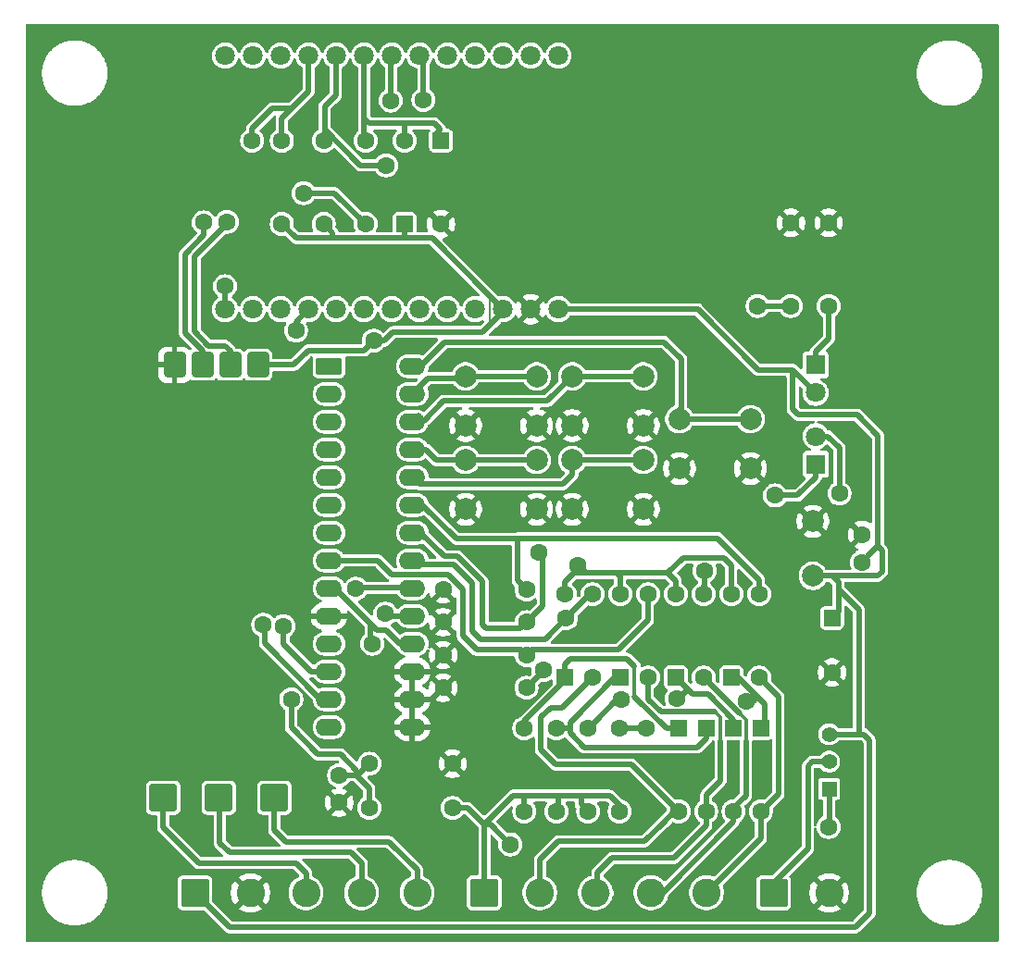
<source format=gbr>
%TF.GenerationSoftware,KiCad,Pcbnew,9.0.3*%
%TF.CreationDate,2026-01-26T07:37:58-05:00*%
%TF.ProjectId,MASTER,4d415354-4552-42e6-9b69-6361645f7063,rev?*%
%TF.SameCoordinates,Original*%
%TF.FileFunction,Copper,L2,Bot*%
%TF.FilePolarity,Positive*%
%FSLAX46Y46*%
G04 Gerber Fmt 4.6, Leading zero omitted, Abs format (unit mm)*
G04 Created by KiCad (PCBNEW 9.0.3) date 2026-01-26 07:37:58*
%MOMM*%
%LPD*%
G01*
G04 APERTURE LIST*
G04 Aperture macros list*
%AMRoundRect*
0 Rectangle with rounded corners*
0 $1 Rounding radius*
0 $2 $3 $4 $5 $6 $7 $8 $9 X,Y pos of 4 corners*
0 Add a 4 corners polygon primitive as box body*
4,1,4,$2,$3,$4,$5,$6,$7,$8,$9,$2,$3,0*
0 Add four circle primitives for the rounded corners*
1,1,$1+$1,$2,$3*
1,1,$1+$1,$4,$5*
1,1,$1+$1,$6,$7*
1,1,$1+$1,$8,$9*
0 Add four rect primitives between the rounded corners*
20,1,$1+$1,$2,$3,$4,$5,0*
20,1,$1+$1,$4,$5,$6,$7,0*
20,1,$1+$1,$6,$7,$8,$9,0*
20,1,$1+$1,$8,$9,$2,$3,0*%
G04 Aperture macros list end*
%TA.AperFunction,ComponentPad*%
%ADD10C,2.000000*%
%TD*%
%TA.AperFunction,ComponentPad*%
%ADD11C,1.600000*%
%TD*%
%TA.AperFunction,ComponentPad*%
%ADD12RoundRect,0.250000X-1.050000X-1.050000X1.050000X-1.050000X1.050000X1.050000X-1.050000X1.050000X0*%
%TD*%
%TA.AperFunction,ComponentPad*%
%ADD13C,2.600000*%
%TD*%
%TA.AperFunction,ComponentPad*%
%ADD14RoundRect,0.250000X-0.550000X0.550000X-0.550000X-0.550000X0.550000X-0.550000X0.550000X0.550000X0*%
%TD*%
%TA.AperFunction,ComponentPad*%
%ADD15C,1.800000*%
%TD*%
%TA.AperFunction,ComponentPad*%
%ADD16R,1.408000X1.408000*%
%TD*%
%TA.AperFunction,ComponentPad*%
%ADD17C,1.408000*%
%TD*%
%TA.AperFunction,ComponentPad*%
%ADD18R,1.800000X1.800000*%
%TD*%
%TA.AperFunction,ComponentPad*%
%ADD19RoundRect,0.250000X0.550000X-0.550000X0.550000X0.550000X-0.550000X0.550000X-0.550000X-0.550000X0*%
%TD*%
%TA.AperFunction,ComponentPad*%
%ADD20RoundRect,0.250000X-0.950000X-0.550000X0.950000X-0.550000X0.950000X0.550000X-0.950000X0.550000X0*%
%TD*%
%TA.AperFunction,ComponentPad*%
%ADD21O,2.400000X1.600000*%
%TD*%
%TA.AperFunction,ComponentPad*%
%ADD22RoundRect,0.250000X-0.750000X0.900000X-0.750000X-0.900000X0.750000X-0.900000X0.750000X0.900000X0*%
%TD*%
%TA.AperFunction,ComponentPad*%
%ADD23RoundRect,0.250000X-1.020000X1.020000X-1.020000X-1.020000X1.020000X-1.020000X1.020000X1.020000X0*%
%TD*%
%TA.AperFunction,ViaPad*%
%ADD24C,1.600000*%
%TD*%
%TA.AperFunction,Conductor*%
%ADD25C,0.500000*%
%TD*%
%TA.AperFunction,Conductor*%
%ADD26C,0.200000*%
%TD*%
%TA.AperFunction,Conductor*%
%ADD27C,0.300000*%
%TD*%
%TA.AperFunction,Conductor*%
%ADD28C,0.350000*%
%TD*%
G04 APERTURE END LIST*
D10*
%TO.P,SW4,1,1*%
%TO.N,Button_4*%
X79665000Y-73325000D03*
X86165000Y-73325000D03*
%TO.P,SW4,2,2*%
%TO.N,GND*%
X79665000Y-77825000D03*
X86165000Y-77825000D03*
%TD*%
D11*
%TO.P,R11,1*%
%TO.N,Net-(D8-K)*%
X81123300Y-97865000D03*
%TO.P,R11,2*%
%TO.N,BAT*%
X81123300Y-105485000D03*
%TD*%
D10*
%TO.P,C4,1*%
%TO.N,+5V*%
X101665000Y-83925000D03*
%TO.P,C4,2*%
%TO.N,GND*%
X101665000Y-78925000D03*
%TD*%
D11*
%TO.P,R12,1*%
%TO.N,GND*%
X67855000Y-88175000D03*
%TO.P,R12,2*%
%TO.N,IN_3*%
X75475000Y-88175000D03*
%TD*%
D12*
%TO.P,DIGITAL_INPUTS1,1,Pin_1*%
%TO.N,BAT*%
X71620000Y-112925000D03*
D13*
%TO.P,DIGITAL_INPUTS1,2,Pin_2*%
%TO.N,D_IN_1*%
X76700000Y-112925000D03*
%TO.P,DIGITAL_INPUTS1,3,Pin_3*%
%TO.N,D_IN_2*%
X81780000Y-112925000D03*
%TO.P,DIGITAL_INPUTS1,4,Pin_4*%
%TO.N,D_IN_3*%
X86860000Y-112925000D03*
%TO.P,DIGITAL_INPUTS1,5,Pin_5*%
%TO.N,D_IN_4*%
X91940000Y-112925000D03*
%TD*%
D12*
%TO.P,MODBUS_OUT1,1,Pin_1*%
%TO.N,+5V*%
X45160000Y-112925000D03*
D13*
%TO.P,MODBUS_OUT1,2,Pin_2*%
%TO.N,GND*%
X50240000Y-112925000D03*
%TO.P,MODBUS_OUT1,3,Pin_3*%
%TO.N,GND_T*%
X55320000Y-112925000D03*
%TO.P,MODBUS_OUT1,4,Pin_4*%
%TO.N,B-*%
X60400000Y-112925000D03*
%TO.P,MODBUS_OUT1,5,Pin_5*%
%TO.N,A+*%
X65480000Y-112925000D03*
%TD*%
D11*
%TO.P,R8,1*%
%TO.N,GND*%
X67855000Y-94175000D03*
%TO.P,R8,2*%
%TO.N,IN_1*%
X75475000Y-94175000D03*
%TD*%
%TO.P,C1,1*%
%TO.N,Net-(C1-Pad1)*%
X58355000Y-102175000D03*
%TO.P,C1,2*%
%TO.N,GND*%
X58355000Y-104675000D03*
%TD*%
D14*
%TO.P,C3,1*%
%TO.N,+5V*%
X103415000Y-87772300D03*
D11*
%TO.P,C3,2*%
%TO.N,GND*%
X103415000Y-92772300D03*
%TD*%
D15*
%TO.P,ESP32,1,21*%
%TO.N,SDA*%
X47930000Y-59525000D03*
%TO.P,ESP32,2,TXD*%
%TO.N,unconnected-(ESP32-TXD-Pad2)*%
X50470000Y-59525000D03*
%TO.P,ESP32,3,RXD*%
%TO.N,unconnected-(ESP32-RXD-Pad3)*%
X53010000Y-59525000D03*
%TO.P,ESP32,4,22*%
%TO.N,SCL*%
X55550000Y-59525000D03*
%TO.P,ESP32,5,23*%
%TO.N,unconnected-(ESP32-23-Pad5)*%
X58090000Y-59525000D03*
%TO.P,ESP32,6,19*%
%TO.N,unconnected-(ESP32-19-Pad6)*%
X60630000Y-59525000D03*
%TO.P,ESP32,7,LoRa2*%
%TO.N,unconnected-(ESP32-LoRa2-Pad7)*%
X63170000Y-59525000D03*
%TO.P,ESP32,8,LoRa1*%
%TO.N,unconnected-(ESP32-LoRa1-Pad8)*%
X65710000Y-59525000D03*
%TO.P,ESP32,9,26*%
%TO.N,unconnected-(ESP32-26-Pad9)*%
X68250000Y-59525000D03*
%TO.P,ESP32,10,GND*%
%TO.N,unconnected-(ESP32-GND-Pad10)*%
X70790000Y-59525000D03*
%TO.P,ESP32,11,3.3V*%
%TO.N,+3.3V*%
X73330000Y-59525000D03*
%TO.P,ESP32,12,GND*%
%TO.N,GND*%
X75870000Y-59525000D03*
%TO.P,ESP32,13,5V*%
%TO.N,+5V*%
X78410000Y-59525000D03*
%TO.P,ESP32,14,36*%
%TO.N,unconnected-(ESP32-36-Pad14)*%
X47930000Y-36325000D03*
%TO.P,ESP32,15,39*%
%TO.N,unconnected-(ESP32-39-Pad15)*%
X50470000Y-36325000D03*
%TO.P,ESP32,16,RST*%
%TO.N,unconnected-(ESP32-RST-Pad16)*%
X53010000Y-36325000D03*
%TO.P,ESP32,17,34*%
%TO.N,INTA*%
X55550000Y-36325000D03*
%TO.P,ESP32,18,35*%
%TO.N,INTB*%
X58090000Y-36325000D03*
%TO.P,ESP32,19,14*%
%TO.N,ADC_PIN_1*%
X60630000Y-36325000D03*
%TO.P,ESP32,20,12*%
%TO.N,TX*%
X63170000Y-36325000D03*
%TO.P,ESP32,21,13*%
%TO.N,RX*%
X65710000Y-36325000D03*
%TO.P,ESP32,22,15*%
%TO.N,unconnected-(ESP32-15-Pad22)*%
X68250000Y-36325000D03*
%TO.P,ESP32,23,02*%
%TO.N,unconnected-(ESP32-02-Pad23)*%
X70790000Y-36325000D03*
%TO.P,ESP32,24,00*%
%TO.N,unconnected-(ESP32-00-Pad24)*%
X73330000Y-36325000D03*
%TO.P,ESP32,25,04*%
%TO.N,LIBRE2*%
X75870000Y-36325000D03*
%TO.P,ESP32,26,25*%
%TO.N,LIBRE3*%
X78410000Y-36325000D03*
%TD*%
D10*
%TO.P,SW2,1,1*%
%TO.N,Button_2*%
X69915000Y-73325000D03*
X76415000Y-73325000D03*
%TO.P,SW2,2,2*%
%TO.N,GND*%
X69915000Y-77825000D03*
X76415000Y-77825000D03*
%TD*%
D12*
%TO.P,PWR_IN1,1,Pin_1*%
%TO.N,5V_IN*%
X98080000Y-112925000D03*
D13*
%TO.P,PWR_IN1,2,Pin_2*%
%TO.N,GND*%
X103160000Y-112925000D03*
%TD*%
D11*
%TO.P,R0,1*%
%TO.N,+3.3V*%
X53115000Y-51735000D03*
%TO.P,R0,2*%
%TO.N,INTA*%
X53115000Y-44115000D03*
%TD*%
%TO.P,R10,1*%
%TO.N,GND*%
X67855000Y-91175000D03*
%TO.P,R10,2*%
%TO.N,IN_2*%
X75475000Y-91175000D03*
%TD*%
D10*
%TO.P,SW1,1,1*%
%TO.N,Button_1*%
X69915000Y-65675000D03*
X76415000Y-65675000D03*
%TO.P,SW1,2,2*%
%TO.N,GND*%
X69915000Y-70175000D03*
X76415000Y-70175000D03*
%TD*%
D11*
%TO.P,R6,1*%
%TO.N,ADC_PIN_1*%
X60765000Y-44115000D03*
%TO.P,R6,2*%
%TO.N,Net-(C1-Pad1)*%
X60765000Y-51735000D03*
%TD*%
%TO.P,R2,1*%
%TO.N,GND*%
X99665000Y-51615000D03*
%TO.P,R2,2*%
%TO.N,Net-(D1-K)*%
X99665000Y-59235000D03*
%TD*%
%TO.P,R4,1*%
%TO.N,Net-(C1-Pad1)*%
X61105000Y-105175000D03*
%TO.P,R4,2*%
%TO.N,BAT*%
X68725000Y-105175000D03*
%TD*%
D10*
%TO.P,SW5,1,1*%
%TO.N,Button_5*%
X89465000Y-69600000D03*
X95965000Y-69600000D03*
%TO.P,SW5,2,2*%
%TO.N,GND*%
X89465000Y-74100000D03*
X95965000Y-74100000D03*
%TD*%
D16*
%TO.P,S1,1*%
%TO.N,Net-(D1-A)*%
X103165000Y-103425000D03*
D17*
%TO.P,S1,2*%
%TO.N,5V_IN*%
X103165000Y-100925000D03*
%TO.P,S1,3*%
%TO.N,+5V*%
X103165000Y-98425000D03*
%TD*%
D11*
%TO.P,R1,1*%
%TO.N,+3.3V*%
X56940000Y-51735000D03*
%TO.P,R1,2*%
%TO.N,INTB*%
X56940000Y-44115000D03*
%TD*%
D14*
%TO.P,D7,1,K*%
%TO.N,Net-(D7-K)*%
X91915000Y-97865000D03*
D11*
%TO.P,D7,2,A*%
%TO.N,D_IN_2*%
X91915000Y-105485000D03*
%TD*%
D18*
%TO.P,D1,1,K*%
%TO.N,Net-(D1-K)*%
X101945000Y-73700000D03*
D15*
%TO.P,D1,2,A*%
%TO.N,Net-(D1-A)*%
X101945000Y-71160000D03*
%TD*%
D14*
%TO.P,D8,1,K*%
%TO.N,Net-(D8-K)*%
X94415000Y-97865000D03*
D11*
%TO.P,D8,2,A*%
%TO.N,D_IN_3*%
X94415000Y-105485000D03*
%TD*%
D19*
%TO.P,U5,1*%
%TO.N,Net-(D7-K)*%
X84060000Y-93230000D03*
D11*
%TO.P,U5,2*%
%TO.N,D_IN_2*%
X86600000Y-93230000D03*
%TO.P,U5,3*%
%TO.N,IN_2*%
X86600000Y-85610000D03*
%TO.P,U5,4*%
%TO.N,+3.3V*%
X84060000Y-85610000D03*
%TD*%
D14*
%TO.P,D4,1,K*%
%TO.N,ADC_PIN_1*%
X67665000Y-44115000D03*
D11*
%TO.P,D4,2,A*%
%TO.N,GND*%
X67665000Y-51735000D03*
%TD*%
D18*
%TO.P,D2,1,K*%
%TO.N,Net-(D2-K)*%
X101915000Y-64635000D03*
D15*
%TO.P,D2,2,A*%
%TO.N,+5V*%
X101915000Y-67175000D03*
%TD*%
D11*
%TO.P,C5,1*%
%TO.N,+5V*%
X106165000Y-82675000D03*
%TO.P,C5,2*%
%TO.N,GND*%
X106165000Y-80175000D03*
%TD*%
D20*
%TO.P,U1,1,GPB0*%
%TO.N,unconnected-(U1-GPB0-Pad1)*%
X57415000Y-64735000D03*
D21*
%TO.P,U1,2,GPB1*%
%TO.N,unconnected-(U1-GPB1-Pad2)*%
X57415000Y-67275000D03*
%TO.P,U1,3,GPB2*%
%TO.N,Button_6*%
X57415000Y-69815000D03*
%TO.P,U1,4,GPB3*%
%TO.N,Button_7*%
X57415000Y-72355000D03*
%TO.P,U1,5,GPB4*%
%TO.N,unconnected-(U1-GPB4-Pad5)*%
X57415000Y-74895000D03*
%TO.P,U1,6,GPB5*%
%TO.N,unconnected-(U1-GPB5-Pad6)*%
X57415000Y-77435000D03*
%TO.P,U1,7,GPB6*%
%TO.N,unconnected-(U1-GPB6-Pad7)*%
X57415000Y-79975000D03*
%TO.P,U1,8,GPB7*%
%TO.N,IN_2*%
X57415000Y-82515000D03*
%TO.P,U1,9,VDD*%
%TO.N,+3.3V*%
X57415000Y-85055000D03*
%TO.P,U1,10,VSS*%
%TO.N,GND*%
X57415000Y-87595000D03*
%TO.P,U1,11,NC*%
%TO.N,unconnected-(U1-NC-Pad11)*%
X57415000Y-90135000D03*
%TO.P,U1,12,SCK*%
%TO.N,SCL*%
X57415000Y-92675000D03*
%TO.P,U1,13,SDA*%
%TO.N,SDA*%
X57415000Y-95215000D03*
%TO.P,U1,14,NC*%
%TO.N,unconnected-(U1-NC-Pad14)*%
X57415000Y-97755000D03*
%TO.P,U1,15,A0*%
%TO.N,GND*%
X65035000Y-97755000D03*
%TO.P,U1,16,A1*%
X65035000Y-95215000D03*
%TO.P,U1,17,A2*%
X65035000Y-92675000D03*
%TO.P,U1,18,~{RESET}*%
%TO.N,+3.3V*%
X65035000Y-90135000D03*
%TO.P,U1,19,INTB*%
%TO.N,INTB*%
X65035000Y-87595000D03*
%TO.P,U1,20,INTA*%
%TO.N,INTA*%
X65035000Y-85055000D03*
%TO.P,U1,21,GPA0*%
%TO.N,IN_1*%
X65035000Y-82515000D03*
%TO.P,U1,22,GPA1*%
%TO.N,IN_3*%
X65035000Y-79975000D03*
%TO.P,U1,23,GPA2*%
%TO.N,IN_4*%
X65035000Y-77435000D03*
%TO.P,U1,24,GPA3*%
%TO.N,Button_4*%
X65035000Y-74895000D03*
%TO.P,U1,25,GPA4*%
%TO.N,Button_2*%
X65035000Y-72355000D03*
%TO.P,U1,26,GPA5*%
%TO.N,Button_3*%
X65035000Y-69815000D03*
%TO.P,U1,27,GPA6*%
%TO.N,Button_1*%
X65035000Y-67275000D03*
%TO.P,U1,28,GPA7*%
%TO.N,Button_5*%
X65035000Y-64735000D03*
%TD*%
D19*
%TO.P,U7,1*%
%TO.N,Net-(D9-K)*%
X94220000Y-93230000D03*
D11*
%TO.P,U7,2*%
%TO.N,D_IN_4*%
X96760000Y-93230000D03*
%TO.P,U7,3*%
%TO.N,IN_4*%
X96760000Y-85610000D03*
%TO.P,U7,4*%
%TO.N,+3.3V*%
X94220000Y-85610000D03*
%TD*%
%TO.P,R13,1*%
%TO.N,Net-(D9-K)*%
X84000000Y-97865000D03*
%TO.P,R13,2*%
%TO.N,BAT*%
X84000000Y-105485000D03*
%TD*%
D19*
%TO.P,U6,1*%
%TO.N,Net-(D8-K)*%
X89140000Y-93230000D03*
D11*
%TO.P,U6,2*%
%TO.N,D_IN_3*%
X91680000Y-93230000D03*
%TO.P,U6,3*%
%TO.N,IN_3*%
X91680000Y-85610000D03*
%TO.P,U6,4*%
%TO.N,+3.3V*%
X89140000Y-85610000D03*
%TD*%
D22*
%TO.P,U2,1,VCC*%
%TO.N,+3.3V*%
X50915000Y-64625000D03*
%TO.P,U2,2,TXD*%
%TO.N,TX*%
X48375000Y-64625000D03*
%TO.P,U2,3,RXD*%
%TO.N,RX*%
X45835000Y-64625000D03*
%TO.P,U2,4,GND*%
%TO.N,GND*%
X43295000Y-64625000D03*
D23*
%TO.P,U2,5,A*%
%TO.N,A+*%
X52415000Y-104225000D03*
%TO.P,U2,6,B*%
%TO.N,B-*%
X47335000Y-104225000D03*
%TO.P,U2,7,GND*%
%TO.N,GND_T*%
X42255000Y-104225000D03*
%TD*%
D11*
%TO.P,R9,1*%
%TO.N,Net-(D7-K)*%
X78206700Y-97865000D03*
%TO.P,R9,2*%
%TO.N,BAT*%
X78206700Y-105485000D03*
%TD*%
D14*
%TO.P,D9,1,K*%
%TO.N,Net-(D9-K)*%
X96915000Y-97865000D03*
D11*
%TO.P,D9,2,A*%
%TO.N,D_IN_4*%
X96915000Y-105485000D03*
%TD*%
D10*
%TO.P,SW3,1,1*%
%TO.N,Button_3*%
X79665000Y-65675000D03*
X86165000Y-65675000D03*
%TO.P,SW3,2,2*%
%TO.N,GND*%
X79665000Y-70175000D03*
X86165000Y-70175000D03*
%TD*%
D11*
%TO.P,R5,1*%
%TO.N,GND*%
X68725000Y-101125000D03*
%TO.P,R5,2*%
%TO.N,Net-(C1-Pad1)*%
X61105000Y-101125000D03*
%TD*%
D14*
%TO.P,D6,1,K*%
%TO.N,Net-(D6-K)*%
X89415000Y-97865000D03*
D11*
%TO.P,D6,2,A*%
%TO.N,D_IN_1*%
X89415000Y-105485000D03*
%TD*%
%TO.P,R14,1*%
%TO.N,GND*%
X67855000Y-85175000D03*
%TO.P,R14,2*%
%TO.N,IN_4*%
X75475000Y-85175000D03*
%TD*%
%TO.P,R3,1*%
%TO.N,GND*%
X103115000Y-51615000D03*
%TO.P,R3,2*%
%TO.N,Net-(D2-K)*%
X103115000Y-59235000D03*
%TD*%
%TO.P,R7,1*%
%TO.N,Net-(D6-K)*%
X75290000Y-97865000D03*
%TO.P,R7,2*%
%TO.N,BAT*%
X75290000Y-105485000D03*
%TD*%
D19*
%TO.P,U4,1*%
%TO.N,Net-(D6-K)*%
X78980000Y-93230000D03*
D11*
%TO.P,U4,2*%
%TO.N,D_IN_1*%
X81520000Y-93230000D03*
%TO.P,U4,3*%
%TO.N,IN_1*%
X81520000Y-85610000D03*
%TO.P,U4,4*%
%TO.N,+3.3V*%
X78980000Y-85610000D03*
%TD*%
D19*
%TO.P,D3,1,K*%
%TO.N,+3.3V*%
X64340000Y-51735000D03*
D11*
%TO.P,D3,2,A*%
%TO.N,ADC_PIN_1*%
X64340000Y-44115000D03*
%TD*%
D24*
%TO.N,Net-(C1-Pad1)*%
X55100000Y-48900000D03*
X53965000Y-95225000D03*
%TO.N,GND*%
X70865000Y-97625000D03*
X92665000Y-78025000D03*
%TO.N,Net-(D1-K)*%
X96615000Y-59225000D03*
X98215000Y-76575000D03*
%TO.N,Net-(D1-A)*%
X104100000Y-76400000D03*
X103100000Y-106900000D03*
%TO.N,+3.3V*%
X80190000Y-82950000D03*
X61505000Y-62415000D03*
X61375000Y-90125000D03*
%TO.N,BAT*%
X74000000Y-108500000D03*
%TO.N,Net-(D8-K)*%
X84115000Y-95275000D03*
X89215000Y-95125000D03*
%TO.N,Net-(D9-K)*%
X95594606Y-95376839D03*
X86455000Y-97865000D03*
%TO.N,INTB*%
X62655000Y-46365000D03*
X62565000Y-87400000D03*
%TO.N,SDA*%
X51418190Y-88416364D03*
X47910000Y-57440000D03*
%TO.N,RX*%
X66065000Y-40375000D03*
X45965000Y-51600000D03*
%TO.N,SCL*%
X53265000Y-88525000D03*
X54400000Y-61500000D03*
%TO.N,TX*%
X63065000Y-40425000D03*
X48085000Y-51535000D03*
%TO.N,INTA*%
X59879239Y-85110761D03*
X50400000Y-44100000D03*
%TO.N,IN_1*%
X77000000Y-92565669D03*
X79100000Y-87800000D03*
%TO.N,IN_3*%
X91765000Y-83475000D03*
X76615000Y-81775000D03*
%TD*%
D25*
%TO.N,Net-(C1-Pad1)*%
X61105000Y-103365000D02*
X59915000Y-102175000D01*
X53965000Y-97825000D02*
X56415000Y-100275000D01*
X59915000Y-101725000D02*
X59915000Y-102175000D01*
X60765000Y-51735000D02*
X57930000Y-48900000D01*
X57930000Y-48900000D02*
X55100000Y-48900000D01*
X59915000Y-102175000D02*
X58355000Y-102175000D01*
X61105000Y-105175000D02*
X61105000Y-103365000D01*
X58465000Y-100275000D02*
X59915000Y-101725000D01*
X60055000Y-102175000D02*
X61105000Y-101125000D01*
X56415000Y-100275000D02*
X58465000Y-100275000D01*
D26*
X58355000Y-102175000D02*
X60055000Y-102175000D01*
X60650400Y-51620400D02*
X60765000Y-51735000D01*
D25*
X53965000Y-95225000D02*
X53965000Y-97825000D01*
%TO.N,5V_IN*%
X101215000Y-108865000D02*
X98080000Y-112000000D01*
X101215000Y-101308539D02*
X101215000Y-108865000D01*
X103165000Y-100925000D02*
X101598539Y-100925000D01*
X101598539Y-100925000D02*
X101215000Y-101308539D01*
D26*
X98080000Y-112000000D02*
X98080000Y-112925000D01*
D25*
%TO.N,Net-(D1-K)*%
X101945000Y-73700000D02*
X101945000Y-74901700D01*
D26*
X99665000Y-59235000D02*
X99538200Y-59235000D01*
D25*
X100271700Y-76575000D02*
X98215000Y-76575000D01*
X101945000Y-74901700D02*
X100271700Y-76575000D01*
X98914000Y-59225000D02*
X98914000Y-59235000D01*
X96615000Y-59225000D02*
X98914000Y-59225000D01*
%TO.N,Net-(D1-A)*%
X101945000Y-71160000D02*
X103060000Y-71160000D01*
X103060000Y-71160000D02*
X104100000Y-72200000D01*
X103165000Y-106835000D02*
X103100000Y-106900000D01*
X104100000Y-72200000D02*
X104100000Y-76400000D01*
X103165000Y-103425000D02*
X103165000Y-106835000D01*
%TO.N,Net-(D2-K)*%
X101915000Y-64635000D02*
X101915000Y-63433300D01*
X103115000Y-62233300D02*
X101915000Y-63433300D01*
X103115000Y-59235000D02*
X103115000Y-62233300D01*
%TO.N,+5V*%
X96685000Y-65075000D02*
X99815000Y-65075000D01*
X105715000Y-69175000D02*
X107615000Y-71075000D01*
X105867398Y-87037398D02*
X104005000Y-85175000D01*
X101665000Y-83925000D02*
X103415000Y-83925000D01*
X106865000Y-98975000D02*
X106865000Y-114779051D01*
X104005000Y-85175000D02*
X104005000Y-84515000D01*
X105565000Y-116079051D02*
X48314051Y-116079051D01*
X104005000Y-87182300D02*
X104005000Y-85175000D01*
D26*
X103415000Y-87772300D02*
X104005000Y-87182300D01*
D25*
X99815000Y-65075000D02*
X101915000Y-67175000D01*
X100315000Y-69175000D02*
X105715000Y-69175000D01*
X106865000Y-114779051D02*
X105565000Y-116079051D01*
X78410000Y-59525000D02*
X91135000Y-59525000D01*
X105867398Y-90224698D02*
X105867398Y-87037398D01*
X107615000Y-71075000D02*
X107615000Y-81225000D01*
X105867398Y-95425000D02*
X105867398Y-98282602D01*
X103415000Y-83925000D02*
X104915000Y-83925000D01*
X104915000Y-83925000D02*
X107615000Y-83925000D01*
X105867398Y-98282602D02*
X105725000Y-98425000D01*
X99815000Y-68675000D02*
X100315000Y-69175000D01*
X105867398Y-95425000D02*
X105867398Y-95722602D01*
X107615000Y-83925000D02*
X108015000Y-83525000D01*
X105725000Y-98425000D02*
X103165000Y-98425000D01*
X48314051Y-116079051D02*
X45160000Y-112925000D01*
X105867398Y-90224698D02*
X105867398Y-95425000D01*
X105725000Y-98425000D02*
X106315000Y-98425000D01*
X91135000Y-59525000D02*
X96685000Y-65075000D01*
X106315000Y-98425000D02*
X106865000Y-98975000D01*
X104005000Y-84515000D02*
X103415000Y-83925000D01*
X107615000Y-81225000D02*
X106696037Y-82143963D01*
X108015000Y-81625000D02*
X107615000Y-81225000D01*
X108015000Y-83525000D02*
X108015000Y-81625000D01*
X99815000Y-65075000D02*
X99815000Y-68675000D01*
%TO.N,ADC_PIN_1*%
X60630000Y-36325000D02*
X60630000Y-42075000D01*
X64365000Y-42525000D02*
X64365000Y-43364000D01*
D26*
X64365000Y-43364000D02*
X64340000Y-43364000D01*
D25*
X60630000Y-42075000D02*
X61080000Y-42525000D01*
D26*
X60630000Y-43980000D02*
X60765000Y-44115000D01*
D25*
X64365000Y-42525000D02*
X67065000Y-42525000D01*
X60630000Y-42075000D02*
X60630000Y-43980000D01*
X67565000Y-43025000D02*
X67065000Y-42525000D01*
X67565000Y-43152926D02*
X67565000Y-43025000D01*
X67565000Y-43152926D02*
X67133963Y-43583963D01*
X61080000Y-42525000D02*
X64365000Y-42525000D01*
%TO.N,+3.3V*%
X89140000Y-85610000D02*
X89140000Y-84400000D01*
X57765000Y-52560000D02*
X57471037Y-52266037D01*
X94220000Y-84859000D02*
X94220000Y-82930000D01*
X61755000Y-90505000D02*
X61375000Y-90125000D01*
X64503963Y-90666037D02*
X64284000Y-90446074D01*
X93565000Y-82275000D02*
X89815000Y-82275000D01*
X83715000Y-83675000D02*
X88415000Y-83675000D01*
X61235000Y-89985000D02*
X61375000Y-90125000D01*
X71947500Y-58142500D02*
X73330000Y-59525000D01*
X71947500Y-58142500D02*
X72141000Y-58336000D01*
X89815000Y-82275000D02*
X88415000Y-83675000D01*
X57765000Y-52560000D02*
X57765000Y-53003906D01*
X89140000Y-84400000D02*
X88415000Y-83675000D01*
X57765000Y-53003906D02*
X57740000Y-53028906D01*
X58166000Y-85236000D02*
X58166000Y-85055000D01*
X60620000Y-63300000D02*
X55500000Y-63300000D01*
X64315000Y-52957812D02*
X64315000Y-52225000D01*
X63265000Y-61625000D02*
X62475000Y-62415000D01*
X57740000Y-53028906D02*
X54408906Y-53028906D01*
X64284000Y-90446074D02*
X64284000Y-89823926D01*
X94220000Y-82930000D02*
X93565000Y-82275000D01*
X71465000Y-61625000D02*
X63265000Y-61625000D01*
X66833906Y-53028906D02*
X71947500Y-58142500D01*
X55500000Y-63300000D02*
X54175000Y-64625000D01*
X63933963Y-90173963D02*
X62660000Y-88900000D01*
X64284000Y-89823926D02*
X63933963Y-90173963D01*
X72065000Y-61025000D02*
X71465000Y-61625000D01*
D26*
X72141000Y-58336000D02*
X72141000Y-60949000D01*
D25*
X62475000Y-62415000D02*
X61505000Y-62415000D01*
X80915000Y-83675000D02*
X80190000Y-82950000D01*
X84060000Y-84020000D02*
X83715000Y-83675000D01*
X73330000Y-59760000D02*
X72065000Y-61025000D01*
X72141000Y-60949000D02*
X72065000Y-61025000D01*
X62660000Y-88900000D02*
X61830000Y-88900000D01*
X61505000Y-62415000D02*
X60620000Y-63300000D01*
X64265000Y-53007812D02*
X64315000Y-52957812D01*
X54175000Y-64625000D02*
X50915000Y-64625000D01*
X61830000Y-88900000D02*
X58166000Y-85236000D01*
X78980000Y-85610000D02*
X78980000Y-84485000D01*
X61235000Y-88535000D02*
X61235000Y-89985000D01*
X84060000Y-85610000D02*
X84060000Y-84020000D01*
X50380095Y-63885699D02*
X50277898Y-63987896D01*
X79790000Y-83675000D02*
X80915000Y-83675000D01*
X61350000Y-88420000D02*
X61235000Y-88535000D01*
X78980000Y-84485000D02*
X79790000Y-83675000D01*
X54408906Y-53028906D02*
X53115000Y-51735000D01*
X73330000Y-59525000D02*
X73330000Y-59760000D01*
X64243906Y-53028906D02*
X66833906Y-53028906D01*
X54405000Y-53025000D02*
X54408906Y-53028906D01*
X57740000Y-53028906D02*
X64243906Y-53028906D01*
X64243906Y-53028906D02*
X64265000Y-53007812D01*
X80915000Y-83675000D02*
X83715000Y-83675000D01*
%TO.N,BAT*%
X75290000Y-104075000D02*
X74215000Y-104075000D01*
X71620000Y-106680000D02*
X71620000Y-108070000D01*
X71620000Y-108125000D02*
X71620000Y-112925000D01*
X84040000Y-105000000D02*
X84040000Y-105485000D01*
X71620000Y-108070000D02*
X71620000Y-108125000D01*
X78365000Y-104050000D02*
X78365000Y-105326700D01*
X72170000Y-106670000D02*
X71620000Y-106670000D01*
X75290000Y-104075000D02*
X75290000Y-104734000D01*
X80465000Y-104050000D02*
X80465000Y-104826700D01*
X78365000Y-104050000D02*
X80465000Y-104050000D01*
X75290000Y-104075000D02*
X75265000Y-104050000D01*
X83090000Y-104050000D02*
X84040000Y-105000000D01*
X80465000Y-104826700D02*
X81123300Y-105485000D01*
X78365000Y-105326700D02*
X78206700Y-105485000D01*
X75265000Y-104050000D02*
X78365000Y-104050000D01*
X80465000Y-104050000D02*
X83090000Y-104050000D01*
X71620000Y-106670000D02*
X71620000Y-108070000D01*
X74240000Y-104050000D02*
X71620000Y-106670000D01*
X68725000Y-105175000D02*
X70115000Y-105175000D01*
X74215000Y-104075000D02*
X74000000Y-104290000D01*
X75265000Y-104050000D02*
X74240000Y-104050000D01*
X74000000Y-108500000D02*
X72170000Y-106670000D01*
X70115000Y-105175000D02*
X71620000Y-106680000D01*
%TO.N,D_IN_1*%
X87915000Y-106575000D02*
X89005000Y-105485000D01*
X78365000Y-108225000D02*
X86265000Y-108225000D01*
X76784356Y-99844356D02*
X78115000Y-101175000D01*
X78750000Y-96000000D02*
X77677491Y-96000000D01*
X89005000Y-105485000D02*
X89415000Y-105485000D01*
X76784356Y-96893135D02*
X76784356Y-99844356D01*
X76700000Y-112925000D02*
X76700000Y-109890000D01*
X77677491Y-96000000D02*
X76784356Y-96893135D01*
X81520000Y-93230000D02*
X78750000Y-96000000D01*
X86265000Y-108225000D02*
X87915000Y-106575000D01*
X76700000Y-109890000D02*
X78365000Y-108225000D01*
X85105000Y-101175000D02*
X89415000Y-105485000D01*
D26*
X87915000Y-106575000D02*
X88365000Y-106125000D01*
D25*
X78115000Y-101175000D02*
X85105000Y-101175000D01*
X81520000Y-93480000D02*
X81520000Y-93230000D01*
%TO.N,Net-(D6-K)*%
X78980000Y-93230000D02*
X78980000Y-92020000D01*
D27*
X84998621Y-91858621D02*
X85369700Y-92229700D01*
X85365000Y-92234400D02*
X85365000Y-94875000D01*
D25*
X79500000Y-91500000D02*
X84640000Y-91500000D01*
X78980000Y-92020000D02*
X79500000Y-91500000D01*
X85369700Y-94979700D02*
X88255000Y-97865000D01*
X84640000Y-91500000D02*
X85369700Y-92229700D01*
D27*
X85369700Y-92229700D02*
X85365000Y-92234400D01*
X85365000Y-94875000D02*
X85369700Y-94879700D01*
D25*
X88255000Y-97865000D02*
X89415000Y-97865000D01*
X75290000Y-97200000D02*
X78980000Y-93510000D01*
X75290000Y-97865000D02*
X75290000Y-97200000D01*
X78980000Y-93510000D02*
X78980000Y-93230000D01*
D28*
%TO.N,D_IN_2*%
X93215000Y-96879459D02*
X92860541Y-96525000D01*
D25*
X91915000Y-103975000D02*
X93215000Y-102675000D01*
X92710541Y-96375000D02*
X87765000Y-96375000D01*
X86600000Y-95210000D02*
X86600000Y-93230000D01*
D26*
X86600000Y-93230000D02*
X86600000Y-93410000D01*
D25*
X87765000Y-96375000D02*
X86600000Y-95210000D01*
X88965000Y-109725000D02*
X83315000Y-109725000D01*
X93215000Y-102675000D02*
X93215000Y-99075000D01*
X83315000Y-109725000D02*
X81965000Y-111075000D01*
X81965000Y-111075000D02*
X81965000Y-111924000D01*
X91915000Y-106236000D02*
X91915000Y-106775000D01*
X91915000Y-106775000D02*
X88965000Y-109725000D01*
D26*
X83065000Y-112925000D02*
X81780000Y-112925000D01*
D25*
X81965000Y-111924000D02*
X81780000Y-111924000D01*
D28*
X93215000Y-99075000D02*
X93215000Y-96879459D01*
D25*
X91915000Y-105485000D02*
X91915000Y-103975000D01*
%TO.N,Net-(D7-K)*%
X83560000Y-93230000D02*
X84060000Y-93230000D01*
X79461200Y-97328800D02*
X83560000Y-93230000D01*
X78206700Y-97865000D02*
X79425000Y-97865000D01*
X79461200Y-97828800D02*
X79461200Y-97328800D01*
X79461200Y-97328800D02*
X79461200Y-98302012D01*
X79425000Y-97865000D02*
X79461200Y-97828800D01*
X80770763Y-99611575D02*
X91078425Y-99611575D01*
X91915000Y-98775000D02*
X91915000Y-97865000D01*
X79461200Y-98302012D02*
X80770763Y-99611575D01*
X91078425Y-99611575D02*
X91915000Y-98775000D01*
%TO.N,Net-(D8-K)*%
X84115000Y-95275000D02*
X83713300Y-95275000D01*
X94415000Y-97075000D02*
X92065000Y-94725000D01*
X92065000Y-94725000D02*
X90635000Y-94725000D01*
X89461329Y-95053871D02*
X90212600Y-94302600D01*
X94415000Y-97865000D02*
X94415000Y-97075000D01*
X89286129Y-95053871D02*
X89461329Y-95053871D01*
D26*
X82437700Y-96550600D02*
X82389150Y-96599150D01*
D25*
X89215000Y-95125000D02*
X89286129Y-95053871D01*
X83713300Y-95275000D02*
X81654337Y-97333963D01*
X90635000Y-94725000D02*
X90212600Y-94302600D01*
D26*
X82389150Y-96599150D02*
X81123300Y-97865000D01*
D25*
X90212600Y-94302600D02*
X89140000Y-93230000D01*
%TO.N,D_IN_3*%
X94415000Y-105175000D02*
X94415000Y-105485000D01*
X95565900Y-99025000D02*
X95565900Y-104024100D01*
X86860000Y-112925000D02*
X87915000Y-112925000D01*
X95565900Y-104024100D02*
X94415000Y-105175000D01*
D28*
X94995000Y-96545000D02*
X95565900Y-97115900D01*
D25*
X94415000Y-106425000D02*
X94415000Y-105485000D01*
X91680000Y-93230000D02*
X94995000Y-96545000D01*
D28*
X95565900Y-97115900D02*
X95565900Y-99025000D01*
D25*
X87915000Y-112925000D02*
X94415000Y-106425000D01*
%TO.N,Net-(D9-K)*%
X96440000Y-94850000D02*
X96915000Y-95325000D01*
X84040000Y-97865000D02*
X86455000Y-97865000D01*
X96015000Y-95375000D02*
X96265000Y-95375000D01*
X94820000Y-93230000D02*
X94220000Y-93230000D01*
X97265000Y-95675000D02*
X96915000Y-95325000D01*
X95594606Y-95376839D02*
X96013161Y-95376839D01*
X95090000Y-93500000D02*
X94820000Y-93230000D01*
X96013161Y-95376839D02*
X96015000Y-95375000D01*
X96440000Y-95200000D02*
X96440000Y-94850000D01*
X96915000Y-95325000D02*
X95090000Y-93500000D01*
X96265000Y-95375000D02*
X96440000Y-95200000D01*
X97265000Y-97515000D02*
X97265000Y-95675000D01*
X96915000Y-97865000D02*
X97265000Y-97515000D01*
%TO.N,D_IN_4*%
X96915000Y-107950000D02*
X96915000Y-105485000D01*
X96760000Y-93230000D02*
X98515000Y-94985000D01*
X98515000Y-94985000D02*
X98515000Y-103885000D01*
X98515000Y-103885000D02*
X96915000Y-105485000D01*
X91940000Y-112925000D02*
X96915000Y-107950000D01*
%TO.N,INTB*%
X58065000Y-36350000D02*
X58065000Y-39925000D01*
X57015000Y-43075000D02*
X60305000Y-46365000D01*
X62565000Y-87400000D02*
X62760000Y-87595000D01*
X58065000Y-39925000D02*
X57015000Y-40975000D01*
X57015000Y-40975000D02*
X57015000Y-44040000D01*
X63972926Y-87595000D02*
X64503963Y-88126037D01*
X62760000Y-87595000D02*
X63972926Y-87595000D01*
X60305000Y-46365000D02*
X62655000Y-46365000D01*
D26*
X56940000Y-44115000D02*
X57015000Y-44040000D01*
D25*
X58090000Y-36325000D02*
X58065000Y-36350000D01*
%TO.N,SDA*%
X47930000Y-59525000D02*
X47930000Y-57460000D01*
X47930000Y-57460000D02*
X47910000Y-57440000D01*
X56664000Y-95215000D02*
X51565000Y-90116000D01*
X51565000Y-90116000D02*
X51565000Y-88563174D01*
X51565000Y-88563174D02*
X51418190Y-88416364D01*
%TO.N,RX*%
X44240000Y-54500000D02*
X44240000Y-61700000D01*
D26*
X65710000Y-36692100D02*
X65710000Y-36325000D01*
D25*
X45835000Y-63295000D02*
X45835000Y-63874000D01*
X45965000Y-52775000D02*
X44240000Y-54500000D01*
X66065000Y-37032074D02*
X66065000Y-40375000D01*
X44240000Y-61700000D02*
X45835000Y-63295000D01*
X45965000Y-51600000D02*
X45965000Y-52775000D01*
D26*
X66241037Y-36856037D02*
X66065000Y-37032074D01*
D25*
%TO.N,SCL*%
X55550000Y-59525000D02*
X54400000Y-60675000D01*
X54400000Y-60675000D02*
X54400000Y-61500000D01*
X53265000Y-90125000D02*
X55815000Y-92675000D01*
X55815000Y-92675000D02*
X56664000Y-92675000D01*
X53265000Y-88525000D02*
X53265000Y-90125000D01*
%TO.N,TX*%
X47920000Y-62880000D02*
X46420000Y-62880000D01*
D26*
X63170000Y-37076000D02*
X63065000Y-37076000D01*
D25*
X48085000Y-51715000D02*
X48085000Y-51535000D01*
X45120000Y-61580000D02*
X45120000Y-54680000D01*
X48375000Y-63335000D02*
X47920000Y-62880000D01*
X48375000Y-64625000D02*
X48375000Y-63335000D01*
X45120000Y-54680000D02*
X48085000Y-51715000D01*
X63065000Y-37076000D02*
X63065000Y-40425000D01*
X46420000Y-62880000D02*
X45120000Y-61580000D01*
%TO.N,INTA*%
X54015000Y-41175000D02*
X52225000Y-41175000D01*
X55550000Y-39640000D02*
X55550000Y-36325000D01*
X54015000Y-41175000D02*
X55550000Y-39640000D01*
X50400000Y-43000000D02*
X50400000Y-44100000D01*
X53115000Y-44115000D02*
X53115000Y-42075000D01*
X64254000Y-85025000D02*
X59965000Y-85025000D01*
X59965000Y-85025000D02*
X59879239Y-85110761D01*
X52225000Y-41175000D02*
X50400000Y-43000000D01*
X64284000Y-85055000D02*
X64254000Y-85025000D01*
X53115000Y-42075000D02*
X54015000Y-41175000D01*
%TO.N,GND_T*%
X42240000Y-104448000D02*
X42240000Y-104240000D01*
X54415000Y-110225000D02*
X45515000Y-110225000D01*
X42240000Y-104240000D02*
X42255000Y-104225000D01*
X45515000Y-110225000D02*
X42255000Y-106965000D01*
X42255000Y-105946000D02*
X42255000Y-106965000D01*
X42246000Y-105946000D02*
X42255000Y-105946000D01*
X55320000Y-111440000D02*
X55345000Y-111415000D01*
X42255000Y-106965000D02*
X42255000Y-105326000D01*
X42255000Y-104225000D02*
X42255000Y-106785000D01*
X55345000Y-111415000D02*
X55345000Y-111155000D01*
X55320000Y-112925000D02*
X55320000Y-111440000D01*
X55345000Y-111155000D02*
X54415000Y-110225000D01*
%TO.N,A+*%
X52415000Y-104225000D02*
X52415000Y-107200000D01*
X53465000Y-108250000D02*
X62890000Y-108250000D01*
X62890000Y-108250000D02*
X65480000Y-110840000D01*
X52415000Y-107200000D02*
X53465000Y-108250000D01*
X65480000Y-110840000D02*
X65480000Y-112925000D01*
%TO.N,B-*%
X60400000Y-112925000D02*
X60400000Y-110210000D01*
X60400000Y-110210000D02*
X59440000Y-109250000D01*
X47415000Y-104305000D02*
X47335000Y-104225000D01*
X59440000Y-109250000D02*
X48315000Y-109250000D01*
X47415000Y-108350000D02*
X47415000Y-104305000D01*
X48315000Y-109250000D02*
X47415000Y-108350000D01*
%TO.N,IN_1*%
X77175000Y-89725000D02*
X79100000Y-87800000D01*
X75475000Y-94175000D02*
X77000000Y-92650000D01*
X81290000Y-85610000D02*
X79100000Y-87800000D01*
X65243000Y-82900000D02*
X68815000Y-82900000D01*
X70515000Y-84600000D02*
X70515000Y-88975000D01*
X71265000Y-89725000D02*
X77175000Y-89725000D01*
X65786000Y-82575000D02*
X65786000Y-82515000D01*
X81520000Y-85610000D02*
X81290000Y-85610000D01*
X70515000Y-88975000D02*
X71265000Y-89725000D01*
X68815000Y-82900000D02*
X70515000Y-84600000D01*
D26*
X65949874Y-82367800D02*
X66007074Y-82425000D01*
D25*
X77000000Y-92650000D02*
X77000000Y-92565669D01*
%TO.N,IN_2*%
X69640000Y-89400000D02*
X69640000Y-85145000D01*
X75000000Y-90700000D02*
X70940000Y-90700000D01*
X58225000Y-82515000D02*
X58166000Y-82515000D01*
X69640000Y-85145000D02*
X68280000Y-83785000D01*
X86600000Y-88000000D02*
X83900000Y-90700000D01*
X61895000Y-82515000D02*
X57415000Y-82515000D01*
X75475000Y-91175000D02*
X75000000Y-90700000D01*
X75475000Y-90980000D02*
X75475000Y-91175000D01*
X83900000Y-90700000D02*
X75950000Y-90700000D01*
X75950000Y-90700000D02*
X75475000Y-91175000D01*
X63165000Y-83785000D02*
X61895000Y-82515000D01*
X68280000Y-83785000D02*
X63165000Y-83785000D01*
X86600000Y-85610000D02*
X86600000Y-88000000D01*
X70940000Y-90700000D02*
X69640000Y-89400000D01*
%TO.N,IN_3*%
X65815000Y-79975000D02*
X65786000Y-79975000D01*
X71465000Y-88425000D02*
X71465000Y-84425000D01*
X67965000Y-82125000D02*
X65815000Y-79975000D01*
X75475000Y-88175000D02*
X74925000Y-88725000D01*
X75613551Y-88051448D02*
X76965000Y-86699999D01*
D26*
X75246400Y-88175000D02*
X75475000Y-88175000D01*
X65786000Y-80286074D02*
X65874926Y-80375000D01*
D25*
X76965000Y-82325000D02*
X76615000Y-81975000D01*
X76965000Y-86699999D02*
X76965000Y-82325000D01*
X91765000Y-84859000D02*
X91680000Y-84859000D01*
X74925000Y-88725000D02*
X71765000Y-88725000D01*
X71465000Y-84425000D02*
X69165000Y-82125000D01*
X76615000Y-81975000D02*
X76615000Y-81775000D01*
X71765000Y-88725000D02*
X71465000Y-88425000D01*
X69165000Y-82125000D02*
X67965000Y-82125000D01*
X91765000Y-83475000D02*
X91765000Y-84859000D01*
%TO.N,IN_4*%
X75865000Y-80475000D02*
X74765000Y-80475000D01*
X65035000Y-77435000D02*
X65975000Y-77435000D01*
X74765000Y-80475000D02*
X74665000Y-80575000D01*
X92915000Y-80475000D02*
X75865000Y-80475000D01*
X69065000Y-80525000D02*
X74615000Y-80525000D01*
X65786000Y-77875000D02*
X65786000Y-77435000D01*
X74665000Y-84365000D02*
X74665000Y-80575000D01*
X75475000Y-85175000D02*
X74665000Y-84365000D01*
X96760000Y-85610000D02*
X96760000Y-84320000D01*
X96760000Y-84320000D02*
X92915000Y-80475000D01*
X75515000Y-85100000D02*
X75165000Y-84750000D01*
X65975000Y-77435000D02*
X69065000Y-80525000D01*
X74615000Y-80525000D02*
X74665000Y-80575000D01*
X75329400Y-85175000D02*
X75475000Y-85175000D01*
%TO.N,Button_1*%
X66485000Y-65825000D02*
X65566037Y-66743963D01*
X69765000Y-65825000D02*
X66485000Y-65825000D01*
X69915000Y-65675000D02*
X69765000Y-65825000D01*
X76415000Y-65675000D02*
X69915000Y-65675000D01*
%TO.N,Button_2*%
X67215000Y-73325000D02*
X66245000Y-72355000D01*
X66245000Y-72355000D02*
X65786000Y-72355000D01*
X69915000Y-73325000D02*
X67215000Y-73325000D01*
X69915000Y-73325000D02*
X76415000Y-73325000D01*
%TO.N,Button_3*%
X77413500Y-67926500D02*
X79665000Y-65675000D01*
X65566037Y-69283963D02*
X66029474Y-69747400D01*
X66092600Y-69747400D02*
X67913500Y-67926500D01*
X67913500Y-67926500D02*
X77413500Y-67926500D01*
X79665000Y-65675000D02*
X86165000Y-65675000D01*
X66029474Y-69747400D02*
X66092600Y-69747400D01*
%TO.N,Button_4*%
X79665000Y-73325000D02*
X79665000Y-74675000D01*
X65665000Y-75525000D02*
X65566037Y-75426037D01*
D26*
X65877074Y-74675000D02*
X65566037Y-74363963D01*
D25*
X79665000Y-74675000D02*
X78815000Y-75525000D01*
X79665000Y-73325000D02*
X86165000Y-73325000D01*
X78815000Y-75525000D02*
X65665000Y-75525000D01*
%TO.N,Button_5*%
X89615000Y-68699000D02*
X89465000Y-68699000D01*
X88065000Y-62525000D02*
X67996000Y-62525000D01*
X89615000Y-64075000D02*
X88065000Y-62525000D01*
X89465000Y-69600000D02*
X95965000Y-69600000D01*
X89465000Y-68675000D02*
X89465000Y-68699000D01*
X67996000Y-62525000D02*
X65786000Y-64735000D01*
X89615000Y-64075000D02*
X89615000Y-68699000D01*
X89615000Y-64075000D02*
X89615000Y-68525000D01*
D26*
%TO.N,unconnected-(U1-GPB1-Pad2)*%
X57946037Y-66743963D02*
X58377074Y-67175000D01*
%TD*%
%TA.AperFunction,Conductor*%
%TO.N,GND*%
G36*
X65285000Y-97439314D02*
G01*
X65280606Y-97434920D01*
X65189394Y-97382259D01*
X65087661Y-97355000D01*
X64982339Y-97355000D01*
X64880606Y-97382259D01*
X64789394Y-97434920D01*
X64785000Y-97439314D01*
X64785000Y-95530686D01*
X64789394Y-95535080D01*
X64880606Y-95587741D01*
X64982339Y-95615000D01*
X65087661Y-95615000D01*
X65189394Y-95587741D01*
X65280606Y-95535080D01*
X65285000Y-95530686D01*
X65285000Y-97439314D01*
G37*
%TD.AperFunction*%
%TA.AperFunction,Conductor*%
G36*
X65285000Y-94899314D02*
G01*
X65280606Y-94894920D01*
X65189394Y-94842259D01*
X65087661Y-94815000D01*
X64982339Y-94815000D01*
X64880606Y-94842259D01*
X64789394Y-94894920D01*
X64785000Y-94899314D01*
X64785000Y-92990686D01*
X64789394Y-92995080D01*
X64880606Y-93047741D01*
X64982339Y-93075000D01*
X65087661Y-93075000D01*
X65189394Y-93047741D01*
X65280606Y-92995080D01*
X65285000Y-92990686D01*
X65285000Y-94899314D01*
G37*
%TD.AperFunction*%
%TA.AperFunction,Conductor*%
G36*
X67455000Y-85227661D02*
G01*
X67482259Y-85329394D01*
X67534920Y-85420606D01*
X67609394Y-85495080D01*
X67700606Y-85547741D01*
X67802339Y-85575000D01*
X67808553Y-85575000D01*
X67129076Y-86254474D01*
X67173650Y-86286859D01*
X67355968Y-86379755D01*
X67550582Y-86442990D01*
X67752683Y-86475000D01*
X67957317Y-86475000D01*
X68159417Y-86442990D01*
X68354031Y-86379755D01*
X68536349Y-86286859D01*
X68580921Y-86254474D01*
X67901447Y-85575000D01*
X67907661Y-85575000D01*
X68009394Y-85547741D01*
X68100606Y-85495080D01*
X68175080Y-85420606D01*
X68227741Y-85329394D01*
X68255000Y-85227661D01*
X68255000Y-85221447D01*
X68934473Y-85900921D01*
X68955770Y-85899245D01*
X69024147Y-85913609D01*
X69073904Y-85962659D01*
X69089500Y-86022863D01*
X69089500Y-87327135D01*
X69069815Y-87394174D01*
X69017011Y-87439929D01*
X68955771Y-87450753D01*
X68934474Y-87449076D01*
X68255000Y-88128551D01*
X68255000Y-88122339D01*
X68227741Y-88020606D01*
X68175080Y-87929394D01*
X68100606Y-87854920D01*
X68009394Y-87802259D01*
X67907661Y-87775000D01*
X67901446Y-87775000D01*
X68580922Y-87095524D01*
X68580921Y-87095523D01*
X68536359Y-87063147D01*
X68536350Y-87063141D01*
X68354031Y-86970244D01*
X68159417Y-86907009D01*
X67957317Y-86875000D01*
X67752683Y-86875000D01*
X67550582Y-86907009D01*
X67355968Y-86970244D01*
X67173644Y-87063143D01*
X67129077Y-87095523D01*
X67129077Y-87095524D01*
X67808554Y-87775000D01*
X67802339Y-87775000D01*
X67700606Y-87802259D01*
X67609394Y-87854920D01*
X67534920Y-87929394D01*
X67482259Y-88020606D01*
X67455000Y-88122339D01*
X67455000Y-88128553D01*
X66775524Y-87449077D01*
X66775522Y-87449077D01*
X66746707Y-87488739D01*
X66691378Y-87531405D01*
X66621764Y-87537384D01*
X66559969Y-87504779D01*
X66525612Y-87443940D01*
X66523916Y-87435251D01*
X66508403Y-87337304D01*
X66508402Y-87337302D01*
X66508402Y-87337299D01*
X66454873Y-87172555D01*
X66376232Y-87018212D01*
X66274414Y-86878072D01*
X66151928Y-86755586D01*
X66011788Y-86653768D01*
X65857445Y-86575127D01*
X65692701Y-86521598D01*
X65692699Y-86521597D01*
X65692698Y-86521597D01*
X65561271Y-86500781D01*
X65521611Y-86494500D01*
X64548389Y-86494500D01*
X64508728Y-86500781D01*
X64377302Y-86521597D01*
X64377299Y-86521598D01*
X64244874Y-86564626D01*
X64212552Y-86575128D01*
X64058211Y-86653768D01*
X63918069Y-86755588D01*
X63795588Y-86878069D01*
X63795581Y-86878078D01*
X63760875Y-86925846D01*
X63705545Y-86968512D01*
X63635931Y-86974490D01*
X63574137Y-86941883D01*
X63550073Y-86909255D01*
X63532619Y-86875000D01*
X63506232Y-86823212D01*
X63404414Y-86683072D01*
X63281928Y-86560586D01*
X63141788Y-86458768D01*
X62987445Y-86380127D01*
X62822701Y-86326598D01*
X62822699Y-86326597D01*
X62822698Y-86326597D01*
X62691271Y-86305781D01*
X62651611Y-86299500D01*
X62478389Y-86299500D01*
X62438728Y-86305781D01*
X62307302Y-86326597D01*
X62142552Y-86380128D01*
X61988211Y-86458768D01*
X61920048Y-86508292D01*
X61848072Y-86560586D01*
X61848070Y-86560588D01*
X61848069Y-86560588D01*
X61725588Y-86683069D01*
X61725588Y-86683070D01*
X61725586Y-86683072D01*
X61687339Y-86735714D01*
X61623768Y-86823211D01*
X61545128Y-86977552D01*
X61491597Y-87142302D01*
X61464500Y-87313389D01*
X61464500Y-87456613D01*
X61444815Y-87523652D01*
X61392011Y-87569407D01*
X61322853Y-87579351D01*
X61259297Y-87550326D01*
X61252819Y-87544294D01*
X60677037Y-86968512D01*
X60095667Y-86387143D01*
X60062184Y-86325822D01*
X60067168Y-86256130D01*
X60109040Y-86200197D01*
X60145028Y-86181534D01*
X60301684Y-86130634D01*
X60456027Y-86051993D01*
X60596167Y-85950175D01*
X60718653Y-85827689D01*
X60820471Y-85687549D01*
X60843064Y-85643206D01*
X60891037Y-85592410D01*
X60953549Y-85575500D01*
X63589831Y-85575500D01*
X63656870Y-85595185D01*
X63689697Y-85628722D01*
X63690904Y-85627846D01*
X63693767Y-85631786D01*
X63693768Y-85631788D01*
X63795586Y-85771928D01*
X63918072Y-85894414D01*
X64058212Y-85996232D01*
X64212555Y-86074873D01*
X64377299Y-86128402D01*
X64548389Y-86155500D01*
X64548390Y-86155500D01*
X65521610Y-86155500D01*
X65521611Y-86155500D01*
X65692701Y-86128402D01*
X65857445Y-86074873D01*
X66011788Y-85996232D01*
X66151928Y-85894414D01*
X66274414Y-85771928D01*
X66376232Y-85631788D01*
X66390100Y-85604570D01*
X66399259Y-85586595D01*
X66447233Y-85535799D01*
X66515054Y-85519003D01*
X66581189Y-85541540D01*
X66624641Y-85596255D01*
X66627675Y-85604570D01*
X66650244Y-85674031D01*
X66743141Y-85856350D01*
X66743147Y-85856359D01*
X66775523Y-85900921D01*
X66775524Y-85900922D01*
X67455000Y-85221446D01*
X67455000Y-85227661D01*
G37*
%TD.AperFunction*%
%TA.AperFunction,Conductor*%
G36*
X118607539Y-33445185D02*
G01*
X118653294Y-33497989D01*
X118664500Y-33549500D01*
X118664500Y-117300500D01*
X118644815Y-117367539D01*
X118592011Y-117413294D01*
X118540500Y-117424500D01*
X29789500Y-117424500D01*
X29722461Y-117404815D01*
X29676706Y-117352011D01*
X29665500Y-117300500D01*
X29665500Y-112925000D01*
X31164999Y-112925000D01*
X31165339Y-112977725D01*
X31165497Y-113002257D01*
X31173451Y-113156565D01*
X31173452Y-113156573D01*
X31173452Y-113156582D01*
X31189338Y-113310260D01*
X31213119Y-113462945D01*
X31213120Y-113462952D01*
X31244717Y-113614154D01*
X31284072Y-113763593D01*
X31331063Y-113910795D01*
X31385566Y-114055371D01*
X31425086Y-114145798D01*
X31447443Y-114196954D01*
X31472629Y-114247343D01*
X31516532Y-114335181D01*
X31592622Y-114469623D01*
X31592628Y-114469632D01*
X31592630Y-114469635D01*
X31654371Y-114566703D01*
X31675557Y-114600010D01*
X31675565Y-114600023D01*
X31742519Y-114694200D01*
X31764414Y-114724999D01*
X31765085Y-114725942D01*
X31860978Y-114847100D01*
X31962959Y-114963136D01*
X31962969Y-114963147D01*
X31962979Y-114963158D01*
X31962988Y-114963167D01*
X32070784Y-115073777D01*
X32070800Y-115073792D01*
X32070820Y-115073813D01*
X32184214Y-115178768D01*
X32184227Y-115178779D01*
X32302872Y-115277758D01*
X32426440Y-115370485D01*
X32426449Y-115370491D01*
X32554644Y-115456746D01*
X32613741Y-115492232D01*
X32687104Y-115536285D01*
X32687125Y-115536297D01*
X32823471Y-115608893D01*
X32823490Y-115608903D01*
X32823496Y-115608906D01*
X32963439Y-115674407D01*
X32963451Y-115674412D01*
X32963458Y-115674415D01*
X33072177Y-115718629D01*
X33106568Y-115732616D01*
X33252504Y-115783380D01*
X33400860Y-115826564D01*
X33551242Y-115862054D01*
X33703252Y-115889755D01*
X33856486Y-115909594D01*
X33856485Y-115909594D01*
X33878493Y-115911297D01*
X34010538Y-115921519D01*
X34165000Y-115925498D01*
X34319462Y-115921519D01*
X34473514Y-115909594D01*
X34626748Y-115889755D01*
X34778758Y-115862054D01*
X34929140Y-115826564D01*
X35077496Y-115783380D01*
X35223432Y-115732616D01*
X35366561Y-115674407D01*
X35506504Y-115608906D01*
X35642889Y-115536289D01*
X35775356Y-115456746D01*
X35903552Y-115370490D01*
X35903559Y-115370485D01*
X36027127Y-115277758D01*
X36027137Y-115277750D01*
X36145785Y-115178769D01*
X36259180Y-115073813D01*
X36367021Y-114963158D01*
X36469023Y-114847098D01*
X36564916Y-114725941D01*
X36654444Y-114600009D01*
X36737370Y-114469635D01*
X36743185Y-114459361D01*
X36813467Y-114335181D01*
X36813471Y-114335171D01*
X36813476Y-114335164D01*
X36882557Y-114196954D01*
X36944433Y-114055371D01*
X36998938Y-113910791D01*
X37045927Y-113763596D01*
X37085277Y-113614177D01*
X37116883Y-113462931D01*
X37140661Y-113310259D01*
X37143939Y-113278554D01*
X37148659Y-113232890D01*
X37156549Y-113156565D01*
X37164503Y-113002257D01*
X37164503Y-112847743D01*
X37156549Y-112693435D01*
X37144108Y-112573085D01*
X37140661Y-112539739D01*
X37122029Y-112420112D01*
X37116883Y-112387069D01*
X37116880Y-112387054D01*
X37116879Y-112387047D01*
X37085282Y-112235845D01*
X37085280Y-112235837D01*
X37085277Y-112235823D01*
X37045927Y-112086404D01*
X36998938Y-111939209D01*
X36944433Y-111794629D01*
X36882557Y-111653046D01*
X36813476Y-111514836D01*
X36813475Y-111514835D01*
X36813467Y-111514818D01*
X36737377Y-111380376D01*
X36737371Y-111380367D01*
X36729203Y-111367525D01*
X36654444Y-111249991D01*
X36654438Y-111249982D01*
X36654434Y-111249976D01*
X36606585Y-111182672D01*
X36564916Y-111124059D01*
X36469023Y-111002902D01*
X36469021Y-111002899D01*
X36367040Y-110886863D01*
X36367031Y-110886853D01*
X36367021Y-110886842D01*
X36343056Y-110862252D01*
X36259215Y-110776222D01*
X36259199Y-110776206D01*
X36259180Y-110776187D01*
X36145785Y-110671231D01*
X36093383Y-110627515D01*
X36027127Y-110572241D01*
X35903559Y-110479514D01*
X35903550Y-110479508D01*
X35775373Y-110393265D01*
X35775357Y-110393255D01*
X35775356Y-110393254D01*
X35722560Y-110361551D01*
X35642895Y-110313714D01*
X35642874Y-110313702D01*
X35506528Y-110241106D01*
X35506509Y-110241096D01*
X35366570Y-110175597D01*
X35366541Y-110175584D01*
X35223448Y-110117390D01*
X35223439Y-110117387D01*
X35223432Y-110117384D01*
X35077496Y-110066620D01*
X35045199Y-110057219D01*
X34929145Y-110023437D01*
X34929140Y-110023436D01*
X34778758Y-109987946D01*
X34778748Y-109987944D01*
X34778739Y-109987942D01*
X34626744Y-109960244D01*
X34473506Y-109940405D01*
X34473514Y-109940405D01*
X34319455Y-109928480D01*
X34165000Y-109924503D01*
X34010544Y-109928480D01*
X33856489Y-109940405D01*
X33703255Y-109960244D01*
X33551260Y-109987942D01*
X33551246Y-109987945D01*
X33551242Y-109987946D01*
X33448551Y-110012181D01*
X33400864Y-110023435D01*
X33400854Y-110023437D01*
X33252500Y-110066621D01*
X33106551Y-110117390D01*
X32963458Y-110175584D01*
X32963429Y-110175597D01*
X32823490Y-110241096D01*
X32823471Y-110241106D01*
X32687125Y-110313702D01*
X32687104Y-110313714D01*
X32554642Y-110393255D01*
X32554626Y-110393265D01*
X32426449Y-110479508D01*
X32426440Y-110479514D01*
X32302872Y-110572241D01*
X32184227Y-110671220D01*
X32184214Y-110671231D01*
X32113176Y-110736983D01*
X32071563Y-110775500D01*
X32070815Y-110776192D01*
X32070784Y-110776222D01*
X31962988Y-110886832D01*
X31962959Y-110886863D01*
X31860978Y-111002899D01*
X31765085Y-111124057D01*
X31675565Y-111249976D01*
X31675557Y-111249989D01*
X31592628Y-111380367D01*
X31592622Y-111380376D01*
X31516532Y-111514818D01*
X31447438Y-111653057D01*
X31385566Y-111794628D01*
X31331063Y-111939204D01*
X31284072Y-112086406D01*
X31244717Y-112235845D01*
X31213120Y-112387047D01*
X31213119Y-112387054D01*
X31189338Y-112539739D01*
X31173452Y-112693417D01*
X31173452Y-112693425D01*
X31173451Y-112693435D01*
X31167596Y-112807028D01*
X31165497Y-112847742D01*
X31164999Y-112925000D01*
X29665500Y-112925000D01*
X29665500Y-103161898D01*
X40684500Y-103161898D01*
X40684500Y-105288102D01*
X40690126Y-105334954D01*
X40695122Y-105376561D01*
X40750639Y-105517343D01*
X40842077Y-105637922D01*
X40962656Y-105729360D01*
X40962657Y-105729360D01*
X40962658Y-105729361D01*
X41103436Y-105784877D01*
X41191898Y-105795500D01*
X41571500Y-105795500D01*
X41576551Y-105796983D01*
X41581709Y-105795921D01*
X41609730Y-105806725D01*
X41638539Y-105815185D01*
X41641986Y-105819163D01*
X41646900Y-105821058D01*
X41664632Y-105845297D01*
X41684294Y-105867989D01*
X41685878Y-105874341D01*
X41688152Y-105877450D01*
X41691660Y-105897528D01*
X41695274Y-105912018D01*
X41695500Y-105915756D01*
X41695500Y-106018475D01*
X41703517Y-106048397D01*
X41704274Y-106060906D01*
X41703791Y-106063009D01*
X41704500Y-106068388D01*
X41704500Y-107037475D01*
X41727421Y-107123015D01*
X41742016Y-107177485D01*
X41814490Y-107303015D01*
X45176985Y-110665510D01*
X45276534Y-110722984D01*
X45302515Y-110737984D01*
X45442525Y-110775500D01*
X54135613Y-110775500D01*
X54202652Y-110795185D01*
X54223294Y-110811819D01*
X54470108Y-111058633D01*
X54682726Y-111271250D01*
X54716211Y-111332573D01*
X54711227Y-111402264D01*
X54669356Y-111458198D01*
X54651340Y-111469416D01*
X54481151Y-111556132D01*
X54277350Y-111704201D01*
X54277345Y-111704205D01*
X54099205Y-111882345D01*
X54099201Y-111882350D01*
X53951132Y-112086151D01*
X53836760Y-112310616D01*
X53758910Y-112550214D01*
X53719500Y-112799038D01*
X53719500Y-113050961D01*
X53758910Y-113299785D01*
X53836760Y-113539383D01*
X53874870Y-113614177D01*
X53951003Y-113763596D01*
X53951132Y-113763848D01*
X54099201Y-113967649D01*
X54099205Y-113967654D01*
X54277345Y-114145794D01*
X54277350Y-114145798D01*
X54417116Y-114247343D01*
X54481155Y-114293870D01*
X54624184Y-114366747D01*
X54705616Y-114408239D01*
X54705618Y-114408239D01*
X54705621Y-114408241D01*
X54945215Y-114486090D01*
X55194038Y-114525500D01*
X55194039Y-114525500D01*
X55445961Y-114525500D01*
X55445962Y-114525500D01*
X55694785Y-114486090D01*
X55934379Y-114408241D01*
X56158845Y-114293870D01*
X56362656Y-114145793D01*
X56540793Y-113967656D01*
X56688870Y-113763845D01*
X56803241Y-113539379D01*
X56881090Y-113299785D01*
X56920500Y-113050962D01*
X56920500Y-112799038D01*
X56881090Y-112550215D01*
X56803241Y-112310621D01*
X56803239Y-112310618D01*
X56803239Y-112310616D01*
X56709773Y-112127180D01*
X56688870Y-112086155D01*
X56582108Y-111939209D01*
X56540798Y-111882350D01*
X56540794Y-111882345D01*
X56362654Y-111704205D01*
X56362649Y-111704201D01*
X56158848Y-111556132D01*
X56158847Y-111556131D01*
X56158845Y-111556130D01*
X56069659Y-111510687D01*
X55963205Y-111456446D01*
X55912409Y-111408471D01*
X55895500Y-111345961D01*
X55895500Y-111082527D01*
X55895500Y-111082525D01*
X55857984Y-110942515D01*
X55825841Y-110886842D01*
X55785510Y-110816986D01*
X55406549Y-110438025D01*
X54980706Y-110012181D01*
X54947221Y-109950858D01*
X54952205Y-109881166D01*
X54994077Y-109825233D01*
X55059541Y-109800816D01*
X55068387Y-109800500D01*
X59160613Y-109800500D01*
X59227652Y-109820185D01*
X59248294Y-109836819D01*
X59813181Y-110401706D01*
X59846666Y-110463029D01*
X59849500Y-110489387D01*
X59849500Y-111333223D01*
X59829815Y-111400262D01*
X59781795Y-111443708D01*
X59561151Y-111556132D01*
X59357350Y-111704201D01*
X59357345Y-111704205D01*
X59179205Y-111882345D01*
X59179201Y-111882350D01*
X59031132Y-112086151D01*
X58916760Y-112310616D01*
X58838910Y-112550214D01*
X58799500Y-112799038D01*
X58799500Y-113050961D01*
X58838910Y-113299785D01*
X58916760Y-113539383D01*
X58954870Y-113614177D01*
X59031003Y-113763596D01*
X59031132Y-113763848D01*
X59179201Y-113967649D01*
X59179205Y-113967654D01*
X59357345Y-114145794D01*
X59357350Y-114145798D01*
X59497116Y-114247343D01*
X59561155Y-114293870D01*
X59704184Y-114366747D01*
X59785616Y-114408239D01*
X59785618Y-114408239D01*
X59785621Y-114408241D01*
X60025215Y-114486090D01*
X60274038Y-114525500D01*
X60274039Y-114525500D01*
X60525961Y-114525500D01*
X60525962Y-114525500D01*
X60774785Y-114486090D01*
X61014379Y-114408241D01*
X61238845Y-114293870D01*
X61442656Y-114145793D01*
X61620793Y-113967656D01*
X61768870Y-113763845D01*
X61883241Y-113539379D01*
X61961090Y-113299785D01*
X62000500Y-113050962D01*
X62000500Y-112799038D01*
X61961090Y-112550215D01*
X61883241Y-112310621D01*
X61883239Y-112310618D01*
X61883239Y-112310616D01*
X61789773Y-112127180D01*
X61768870Y-112086155D01*
X61662108Y-111939209D01*
X61620798Y-111882350D01*
X61620794Y-111882345D01*
X61442654Y-111704205D01*
X61442649Y-111704201D01*
X61238848Y-111556132D01*
X61238847Y-111556131D01*
X61238845Y-111556130D01*
X61104583Y-111487720D01*
X61018205Y-111443708D01*
X60967409Y-111395733D01*
X60950500Y-111333223D01*
X60950500Y-110137527D01*
X60950500Y-110137525D01*
X60912984Y-109997515D01*
X60878326Y-109937485D01*
X60840510Y-109871985D01*
X59980706Y-109012181D01*
X59947221Y-108950858D01*
X59952205Y-108881166D01*
X59994077Y-108825233D01*
X60059541Y-108800816D01*
X60068387Y-108800500D01*
X62610613Y-108800500D01*
X62677652Y-108820185D01*
X62698294Y-108836819D01*
X64893181Y-111031706D01*
X64907884Y-111058633D01*
X64924477Y-111084452D01*
X64925368Y-111090652D01*
X64926666Y-111093029D01*
X64929500Y-111119387D01*
X64929500Y-111333223D01*
X64909815Y-111400262D01*
X64861795Y-111443708D01*
X64641151Y-111556132D01*
X64437350Y-111704201D01*
X64437345Y-111704205D01*
X64259205Y-111882345D01*
X64259201Y-111882350D01*
X64111132Y-112086151D01*
X63996760Y-112310616D01*
X63918910Y-112550214D01*
X63879500Y-112799038D01*
X63879500Y-113050961D01*
X63918910Y-113299785D01*
X63996760Y-113539383D01*
X64034870Y-113614177D01*
X64111003Y-113763596D01*
X64111132Y-113763848D01*
X64259201Y-113967649D01*
X64259205Y-113967654D01*
X64437345Y-114145794D01*
X64437350Y-114145798D01*
X64577116Y-114247343D01*
X64641155Y-114293870D01*
X64784184Y-114366747D01*
X64865616Y-114408239D01*
X64865618Y-114408239D01*
X64865621Y-114408241D01*
X65105215Y-114486090D01*
X65354038Y-114525500D01*
X65354039Y-114525500D01*
X65605961Y-114525500D01*
X65605962Y-114525500D01*
X65854785Y-114486090D01*
X66094379Y-114408241D01*
X66318845Y-114293870D01*
X66522656Y-114145793D01*
X66700793Y-113967656D01*
X66848870Y-113763845D01*
X66963241Y-113539379D01*
X67041090Y-113299785D01*
X67080500Y-113050962D01*
X67080500Y-112799038D01*
X67041090Y-112550215D01*
X66963241Y-112310621D01*
X66963239Y-112310618D01*
X66963239Y-112310616D01*
X66869773Y-112127180D01*
X66848870Y-112086155D01*
X66742108Y-111939209D01*
X66700798Y-111882350D01*
X66700794Y-111882345D01*
X66522654Y-111704205D01*
X66522649Y-111704201D01*
X66318848Y-111556132D01*
X66318847Y-111556131D01*
X66318845Y-111556130D01*
X66184583Y-111487720D01*
X66098205Y-111443708D01*
X66047409Y-111395733D01*
X66030500Y-111333223D01*
X66030500Y-110767527D01*
X66030500Y-110767525D01*
X65992984Y-110627515D01*
X65955745Y-110563015D01*
X65920510Y-110501985D01*
X63228015Y-107809490D01*
X63102485Y-107737016D01*
X63102486Y-107737016D01*
X63012797Y-107712984D01*
X63012797Y-107712983D01*
X62962475Y-107699500D01*
X53744387Y-107699500D01*
X53677348Y-107679815D01*
X53656706Y-107663181D01*
X53001819Y-107008294D01*
X52968334Y-106946971D01*
X52965500Y-106920613D01*
X52965500Y-105919500D01*
X52985185Y-105852461D01*
X53037989Y-105806706D01*
X53089500Y-105795500D01*
X53478097Y-105795500D01*
X53478102Y-105795500D01*
X53566564Y-105784877D01*
X53707342Y-105729361D01*
X53827922Y-105637922D01*
X53827923Y-105637921D01*
X53832192Y-105632292D01*
X53832192Y-105632290D01*
X53919361Y-105517342D01*
X53974877Y-105376564D01*
X53985500Y-105288102D01*
X53985500Y-103161898D01*
X53974877Y-103073436D01*
X53919361Y-102932658D01*
X53919360Y-102932657D01*
X53919360Y-102932656D01*
X53827922Y-102812077D01*
X53707343Y-102720639D01*
X53611192Y-102682722D01*
X53566564Y-102665123D01*
X53566563Y-102665122D01*
X53566561Y-102665122D01*
X53520926Y-102659642D01*
X53478102Y-102654500D01*
X51351898Y-102654500D01*
X51312853Y-102659188D01*
X51263438Y-102665122D01*
X51122656Y-102720639D01*
X51002077Y-102812077D01*
X50910639Y-102932656D01*
X50855122Y-103073438D01*
X50850071Y-103115508D01*
X50844500Y-103161898D01*
X50844500Y-105288102D01*
X50850126Y-105334954D01*
X50855122Y-105376561D01*
X50910639Y-105517343D01*
X51002077Y-105637922D01*
X51122656Y-105729360D01*
X51122657Y-105729360D01*
X51122658Y-105729361D01*
X51263436Y-105784877D01*
X51351898Y-105795500D01*
X51740500Y-105795500D01*
X51807539Y-105815185D01*
X51853294Y-105867989D01*
X51864500Y-105919500D01*
X51864500Y-107272475D01*
X51884733Y-107347984D01*
X51902016Y-107412485D01*
X51974489Y-107538013D01*
X51974491Y-107538016D01*
X52924294Y-108487819D01*
X52957779Y-108549142D01*
X52952795Y-108618834D01*
X52910923Y-108674767D01*
X52845459Y-108699184D01*
X52836613Y-108699500D01*
X48594387Y-108699500D01*
X48527348Y-108679815D01*
X48506706Y-108663181D01*
X48001819Y-108158294D01*
X47968334Y-108096971D01*
X47965500Y-108070613D01*
X47965500Y-105919500D01*
X47985185Y-105852461D01*
X48037989Y-105806706D01*
X48089500Y-105795500D01*
X48398097Y-105795500D01*
X48398102Y-105795500D01*
X48486564Y-105784877D01*
X48627342Y-105729361D01*
X48747922Y-105637922D01*
X48839361Y-105517342D01*
X48894877Y-105376564D01*
X48905500Y-105288102D01*
X48905500Y-103161898D01*
X48894877Y-103073436D01*
X48839361Y-102932658D01*
X48839360Y-102932657D01*
X48839360Y-102932656D01*
X48747922Y-102812077D01*
X48627343Y-102720639D01*
X48531192Y-102682722D01*
X48486564Y-102665123D01*
X48486563Y-102665122D01*
X48486561Y-102665122D01*
X48440926Y-102659642D01*
X48398102Y-102654500D01*
X46271898Y-102654500D01*
X46232853Y-102659188D01*
X46183438Y-102665122D01*
X46042656Y-102720639D01*
X45922077Y-102812077D01*
X45830639Y-102932656D01*
X45775122Y-103073438D01*
X45770071Y-103115508D01*
X45764500Y-103161898D01*
X45764500Y-105288102D01*
X45770126Y-105334954D01*
X45775122Y-105376561D01*
X45830639Y-105517343D01*
X45922077Y-105637922D01*
X46042656Y-105729360D01*
X46042657Y-105729360D01*
X46042658Y-105729361D01*
X46183436Y-105784877D01*
X46271898Y-105795500D01*
X46740500Y-105795500D01*
X46807539Y-105815185D01*
X46853294Y-105867989D01*
X46864500Y-105919500D01*
X46864500Y-108422475D01*
X46875363Y-108463015D01*
X46902016Y-108562485D01*
X46974489Y-108688013D01*
X46974491Y-108688016D01*
X47749294Y-109462819D01*
X47782779Y-109524142D01*
X47777795Y-109593834D01*
X47735923Y-109649767D01*
X47670459Y-109674184D01*
X47661613Y-109674500D01*
X45794387Y-109674500D01*
X45727348Y-109654815D01*
X45706706Y-109638181D01*
X42841819Y-106773294D01*
X42808334Y-106711971D01*
X42805500Y-106685613D01*
X42805500Y-105919500D01*
X42825185Y-105852461D01*
X42877989Y-105806706D01*
X42929500Y-105795500D01*
X43318097Y-105795500D01*
X43318102Y-105795500D01*
X43406564Y-105784877D01*
X43547342Y-105729361D01*
X43667922Y-105637922D01*
X43759361Y-105517342D01*
X43814877Y-105376564D01*
X43825500Y-105288102D01*
X43825500Y-103161898D01*
X43814877Y-103073436D01*
X43759361Y-102932658D01*
X43759360Y-102932657D01*
X43759360Y-102932656D01*
X43667922Y-102812077D01*
X43547343Y-102720639D01*
X43451192Y-102682722D01*
X43406564Y-102665123D01*
X43406563Y-102665122D01*
X43406561Y-102665122D01*
X43360926Y-102659642D01*
X43318102Y-102654500D01*
X41191898Y-102654500D01*
X41152853Y-102659188D01*
X41103438Y-102665122D01*
X40962656Y-102720639D01*
X40842077Y-102812077D01*
X40750639Y-102932656D01*
X40695122Y-103073438D01*
X40690071Y-103115508D01*
X40684500Y-103161898D01*
X29665500Y-103161898D01*
X29665500Y-95138389D01*
X52864500Y-95138389D01*
X52864500Y-95311611D01*
X52870980Y-95352525D01*
X52890013Y-95472697D01*
X52891598Y-95482701D01*
X52944953Y-95646910D01*
X52945128Y-95647447D01*
X52966382Y-95689160D01*
X53023768Y-95801788D01*
X53125586Y-95941928D01*
X53248072Y-96064414D01*
X53248075Y-96064416D01*
X53363385Y-96148194D01*
X53406051Y-96203524D01*
X53414500Y-96248512D01*
X53414500Y-97897475D01*
X53431062Y-97959286D01*
X53431074Y-97959328D01*
X53452016Y-98037485D01*
X53524490Y-98163015D01*
X56076985Y-100715510D01*
X56076987Y-100715511D01*
X56076991Y-100715514D01*
X56200785Y-100786986D01*
X56200794Y-100786990D01*
X56202517Y-100787985D01*
X56246897Y-100799876D01*
X56342525Y-100825500D01*
X58185613Y-100825500D01*
X58215053Y-100834144D01*
X58245040Y-100840668D01*
X58250055Y-100844422D01*
X58252652Y-100845185D01*
X58273294Y-100861819D01*
X58284141Y-100872666D01*
X58317626Y-100933989D01*
X58312642Y-101003681D01*
X58270770Y-101059614D01*
X58215858Y-101082820D01*
X58097302Y-101101597D01*
X57932552Y-101155128D01*
X57778211Y-101233768D01*
X57715413Y-101279394D01*
X57638072Y-101335586D01*
X57638070Y-101335588D01*
X57638069Y-101335588D01*
X57515588Y-101458069D01*
X57515588Y-101458070D01*
X57515586Y-101458072D01*
X57502924Y-101475500D01*
X57413768Y-101598211D01*
X57335128Y-101752552D01*
X57281597Y-101917302D01*
X57254500Y-102088389D01*
X57254500Y-102261610D01*
X57279665Y-102420501D01*
X57281598Y-102432701D01*
X57319137Y-102548234D01*
X57335128Y-102597447D01*
X57364198Y-102654500D01*
X57413768Y-102751788D01*
X57515586Y-102891928D01*
X57638072Y-103014414D01*
X57778212Y-103116232D01*
X57932555Y-103194873D01*
X57955061Y-103202185D01*
X58012736Y-103241622D01*
X58039934Y-103305981D01*
X58028019Y-103374827D01*
X57980775Y-103426303D01*
X57955061Y-103438047D01*
X57855968Y-103470244D01*
X57673644Y-103563143D01*
X57629077Y-103595523D01*
X57629077Y-103595524D01*
X58308554Y-104275000D01*
X58302339Y-104275000D01*
X58200606Y-104302259D01*
X58109394Y-104354920D01*
X58034920Y-104429394D01*
X57982259Y-104520606D01*
X57955000Y-104622339D01*
X57955000Y-104628553D01*
X57275524Y-103949077D01*
X57275523Y-103949077D01*
X57243143Y-103993644D01*
X57150244Y-104175968D01*
X57087009Y-104370582D01*
X57055000Y-104572682D01*
X57055000Y-104777317D01*
X57087009Y-104979417D01*
X57150244Y-105174031D01*
X57243141Y-105356350D01*
X57243147Y-105356359D01*
X57275523Y-105400921D01*
X57275524Y-105400922D01*
X57955000Y-104721446D01*
X57955000Y-104727661D01*
X57982259Y-104829394D01*
X58034920Y-104920606D01*
X58109394Y-104995080D01*
X58200606Y-105047741D01*
X58302339Y-105075000D01*
X58308553Y-105075000D01*
X57629076Y-105754474D01*
X57673650Y-105786859D01*
X57855968Y-105879755D01*
X58050582Y-105942990D01*
X58252683Y-105975000D01*
X58457317Y-105975000D01*
X58659417Y-105942990D01*
X58854031Y-105879755D01*
X59036349Y-105786859D01*
X59080921Y-105754474D01*
X58401447Y-105075000D01*
X58407661Y-105075000D01*
X58509394Y-105047741D01*
X58600606Y-104995080D01*
X58675080Y-104920606D01*
X58727741Y-104829394D01*
X58755000Y-104727661D01*
X58755000Y-104721447D01*
X59434474Y-105400921D01*
X59466859Y-105356349D01*
X59559755Y-105174031D01*
X59622990Y-104979417D01*
X59655000Y-104777317D01*
X59655000Y-104572682D01*
X59622990Y-104370582D01*
X59559755Y-104175968D01*
X59466859Y-103993650D01*
X59434474Y-103949077D01*
X59434474Y-103949076D01*
X58755000Y-104628551D01*
X58755000Y-104622339D01*
X58727741Y-104520606D01*
X58675080Y-104429394D01*
X58600606Y-104354920D01*
X58509394Y-104302259D01*
X58407661Y-104275000D01*
X58401446Y-104275000D01*
X59080922Y-103595524D01*
X59080921Y-103595523D01*
X59036359Y-103563147D01*
X59036350Y-103563141D01*
X58854031Y-103470244D01*
X58754938Y-103438047D01*
X58697263Y-103398609D01*
X58670065Y-103334250D01*
X58681980Y-103265404D01*
X58729224Y-103213928D01*
X58754937Y-103202186D01*
X58777445Y-103194873D01*
X58931788Y-103116232D01*
X59071928Y-103014414D01*
X59194414Y-102891928D01*
X59278195Y-102776614D01*
X59333526Y-102733949D01*
X59378513Y-102725500D01*
X59635613Y-102725500D01*
X59702652Y-102745185D01*
X59723294Y-102761819D01*
X60518181Y-103556706D01*
X60551666Y-103618029D01*
X60554500Y-103644387D01*
X60554500Y-104151488D01*
X60534815Y-104218527D01*
X60503385Y-104251806D01*
X60388075Y-104335583D01*
X60388069Y-104335588D01*
X60265588Y-104458069D01*
X60265588Y-104458070D01*
X60265586Y-104458072D01*
X60244961Y-104486460D01*
X60163768Y-104598211D01*
X60085128Y-104752552D01*
X60085127Y-104752554D01*
X60085127Y-104752555D01*
X60058362Y-104834927D01*
X60031597Y-104917302D01*
X60004500Y-105088389D01*
X60004500Y-105261610D01*
X60026564Y-105400922D01*
X60031598Y-105432701D01*
X60085127Y-105597445D01*
X60163768Y-105751788D01*
X60265586Y-105891928D01*
X60388072Y-106014414D01*
X60528212Y-106116232D01*
X60682555Y-106194873D01*
X60847299Y-106248402D01*
X61018389Y-106275500D01*
X61018390Y-106275500D01*
X61191610Y-106275500D01*
X61191611Y-106275500D01*
X61362701Y-106248402D01*
X61527445Y-106194873D01*
X61681788Y-106116232D01*
X61821928Y-106014414D01*
X61944414Y-105891928D01*
X62046232Y-105751788D01*
X62124873Y-105597445D01*
X62178402Y-105432701D01*
X62205500Y-105261611D01*
X62205500Y-105088389D01*
X67624500Y-105088389D01*
X67624500Y-105261610D01*
X67646564Y-105400922D01*
X67651598Y-105432701D01*
X67705127Y-105597445D01*
X67783768Y-105751788D01*
X67885586Y-105891928D01*
X68008072Y-106014414D01*
X68148212Y-106116232D01*
X68302555Y-106194873D01*
X68467299Y-106248402D01*
X68638389Y-106275500D01*
X68638390Y-106275500D01*
X68811610Y-106275500D01*
X68811611Y-106275500D01*
X68982701Y-106248402D01*
X69147445Y-106194873D01*
X69301788Y-106116232D01*
X69441928Y-106014414D01*
X69564414Y-105891928D01*
X69648195Y-105776614D01*
X69652527Y-105773273D01*
X69654800Y-105768297D01*
X69679902Y-105752164D01*
X69703526Y-105733949D01*
X69710196Y-105732696D01*
X69713578Y-105730523D01*
X69748513Y-105725500D01*
X69835613Y-105725500D01*
X69902652Y-105745185D01*
X69923294Y-105761819D01*
X71033181Y-106871706D01*
X71066666Y-106933029D01*
X71069500Y-106959387D01*
X71069500Y-111200500D01*
X71049815Y-111267539D01*
X70997011Y-111313294D01*
X70945500Y-111324500D01*
X70526898Y-111324500D01*
X70487853Y-111329188D01*
X70438438Y-111335122D01*
X70297656Y-111390639D01*
X70177077Y-111482077D01*
X70085639Y-111602656D01*
X70030122Y-111743438D01*
X70024188Y-111792853D01*
X70019500Y-111831898D01*
X70019500Y-114018102D01*
X70025126Y-114064954D01*
X70030122Y-114106561D01*
X70085639Y-114247343D01*
X70177077Y-114367922D01*
X70297656Y-114459360D01*
X70297657Y-114459360D01*
X70297658Y-114459361D01*
X70438436Y-114514877D01*
X70526898Y-114525500D01*
X70526903Y-114525500D01*
X72713097Y-114525500D01*
X72713102Y-114525500D01*
X72801564Y-114514877D01*
X72942342Y-114459361D01*
X73062922Y-114367922D01*
X73154361Y-114247342D01*
X73209877Y-114106564D01*
X73220500Y-114018102D01*
X73220500Y-111831898D01*
X73209877Y-111743436D01*
X73154361Y-111602658D01*
X73154360Y-111602657D01*
X73154360Y-111602656D01*
X73062922Y-111482077D01*
X72942343Y-111390639D01*
X72801561Y-111335122D01*
X72755926Y-111329642D01*
X72713102Y-111324500D01*
X72713097Y-111324500D01*
X72294500Y-111324500D01*
X72227461Y-111304815D01*
X72181706Y-111252011D01*
X72170500Y-111200500D01*
X72170500Y-107748387D01*
X72190185Y-107681348D01*
X72242989Y-107635593D01*
X72312147Y-107625649D01*
X72375703Y-107654674D01*
X72382181Y-107660706D01*
X72887005Y-108165530D01*
X72920490Y-108226853D01*
X72921797Y-108272608D01*
X72899500Y-108413388D01*
X72899500Y-108586610D01*
X72923321Y-108737014D01*
X72926598Y-108757701D01*
X72980127Y-108922445D01*
X73058768Y-109076788D01*
X73160586Y-109216928D01*
X73283072Y-109339414D01*
X73423212Y-109441232D01*
X73577555Y-109519873D01*
X73742299Y-109573402D01*
X73913389Y-109600500D01*
X73913390Y-109600500D01*
X74086610Y-109600500D01*
X74086611Y-109600500D01*
X74257701Y-109573402D01*
X74422445Y-109519873D01*
X74576788Y-109441232D01*
X74716928Y-109339414D01*
X74839414Y-109216928D01*
X74941232Y-109076788D01*
X75019873Y-108922445D01*
X75073402Y-108757701D01*
X75100500Y-108586611D01*
X75100500Y-108413389D01*
X75073402Y-108242299D01*
X75019873Y-108077555D01*
X74941232Y-107923212D01*
X74839414Y-107783072D01*
X74716928Y-107660586D01*
X74576788Y-107558768D01*
X74422445Y-107480127D01*
X74257701Y-107426598D01*
X74257699Y-107426597D01*
X74257698Y-107426597D01*
X74126271Y-107405781D01*
X74086611Y-107399500D01*
X73913389Y-107399500D01*
X73772608Y-107421797D01*
X73703315Y-107412842D01*
X73665530Y-107387005D01*
X72761205Y-106482680D01*
X72727720Y-106421357D01*
X72732704Y-106351665D01*
X72761205Y-106307318D01*
X73343023Y-105725500D01*
X74032052Y-105036470D01*
X74093373Y-105002987D01*
X74163065Y-105007971D01*
X74218998Y-105049843D01*
X74243415Y-105115307D01*
X74237662Y-105162471D01*
X74216597Y-105227301D01*
X74189500Y-105398389D01*
X74189500Y-105571610D01*
X74215211Y-105733949D01*
X74216598Y-105742701D01*
X74270127Y-105907445D01*
X74348768Y-106061788D01*
X74450586Y-106201928D01*
X74573072Y-106324414D01*
X74713212Y-106426232D01*
X74867555Y-106504873D01*
X75032299Y-106558402D01*
X75203389Y-106585500D01*
X75203390Y-106585500D01*
X75376610Y-106585500D01*
X75376611Y-106585500D01*
X75547701Y-106558402D01*
X75712445Y-106504873D01*
X75866788Y-106426232D01*
X76006928Y-106324414D01*
X76129414Y-106201928D01*
X76231232Y-106061788D01*
X76309873Y-105907445D01*
X76363402Y-105742701D01*
X76390500Y-105571611D01*
X76390500Y-105398389D01*
X76363402Y-105227299D01*
X76309873Y-105062555D01*
X76231232Y-104908212D01*
X76150710Y-104797383D01*
X76127231Y-104731580D01*
X76143056Y-104663526D01*
X76193162Y-104614831D01*
X76251029Y-104600500D01*
X77245671Y-104600500D01*
X77312710Y-104620185D01*
X77358465Y-104672989D01*
X77368409Y-104742147D01*
X77345990Y-104797383D01*
X77312144Y-104843968D01*
X77265468Y-104908211D01*
X77186828Y-105062552D01*
X77133297Y-105227302D01*
X77106200Y-105398389D01*
X77106200Y-105571610D01*
X77131911Y-105733949D01*
X77133298Y-105742701D01*
X77186827Y-105907445D01*
X77265468Y-106061788D01*
X77367286Y-106201928D01*
X77489772Y-106324414D01*
X77629912Y-106426232D01*
X77784255Y-106504873D01*
X77948999Y-106558402D01*
X78120089Y-106585500D01*
X78120090Y-106585500D01*
X78293310Y-106585500D01*
X78293311Y-106585500D01*
X78464401Y-106558402D01*
X78629145Y-106504873D01*
X78783488Y-106426232D01*
X78923628Y-106324414D01*
X79046114Y-106201928D01*
X79147932Y-106061788D01*
X79226573Y-105907445D01*
X79280102Y-105742701D01*
X79307200Y-105571611D01*
X79307200Y-105398389D01*
X79280102Y-105227299D01*
X79226573Y-105062555D01*
X79147932Y-104908212D01*
X79067410Y-104797383D01*
X79043931Y-104731580D01*
X79059756Y-104663526D01*
X79109862Y-104614831D01*
X79167729Y-104600500D01*
X79790500Y-104600500D01*
X79857539Y-104620185D01*
X79903294Y-104672989D01*
X79914500Y-104724500D01*
X79914500Y-104899175D01*
X79918327Y-104913456D01*
X79941113Y-104998499D01*
X79952013Y-105039178D01*
X79952016Y-105039185D01*
X80023194Y-105162471D01*
X80028554Y-105171754D01*
X80026176Y-105173126D01*
X80046530Y-105225774D01*
X80045433Y-105255489D01*
X80022800Y-105398389D01*
X80022800Y-105571610D01*
X80048511Y-105733949D01*
X80049898Y-105742701D01*
X80103427Y-105907445D01*
X80182068Y-106061788D01*
X80283886Y-106201928D01*
X80406372Y-106324414D01*
X80546512Y-106426232D01*
X80700855Y-106504873D01*
X80865599Y-106558402D01*
X81036689Y-106585500D01*
X81036690Y-106585500D01*
X81209910Y-106585500D01*
X81209911Y-106585500D01*
X81381001Y-106558402D01*
X81545745Y-106504873D01*
X81700088Y-106426232D01*
X81840228Y-106324414D01*
X81962714Y-106201928D01*
X82064532Y-106061788D01*
X82143173Y-105907445D01*
X82196702Y-105742701D01*
X82223800Y-105571611D01*
X82223800Y-105398389D01*
X82196702Y-105227299D01*
X82143173Y-105062555D01*
X82064532Y-104908212D01*
X81984010Y-104797383D01*
X81960531Y-104731580D01*
X81976356Y-104663526D01*
X82026462Y-104614831D01*
X82084329Y-104600500D01*
X82810613Y-104600500D01*
X82840053Y-104609144D01*
X82870040Y-104615668D01*
X82875055Y-104619422D01*
X82877652Y-104620185D01*
X82898294Y-104636819D01*
X83032503Y-104771028D01*
X83065988Y-104832351D01*
X83061004Y-104902043D01*
X83055307Y-104915003D01*
X82980129Y-105062549D01*
X82926597Y-105227302D01*
X82899500Y-105398389D01*
X82899500Y-105571610D01*
X82925211Y-105733949D01*
X82926598Y-105742701D01*
X82980127Y-105907445D01*
X83058768Y-106061788D01*
X83160586Y-106201928D01*
X83283072Y-106324414D01*
X83423212Y-106426232D01*
X83577555Y-106504873D01*
X83742299Y-106558402D01*
X83913389Y-106585500D01*
X83913390Y-106585500D01*
X84086610Y-106585500D01*
X84086611Y-106585500D01*
X84257701Y-106558402D01*
X84422445Y-106504873D01*
X84576788Y-106426232D01*
X84716928Y-106324414D01*
X84839414Y-106201928D01*
X84941232Y-106061788D01*
X85019873Y-105907445D01*
X85073402Y-105742701D01*
X85100500Y-105571611D01*
X85100500Y-105398389D01*
X85073402Y-105227299D01*
X85019873Y-105062555D01*
X84941232Y-104908212D01*
X84839414Y-104768072D01*
X84716928Y-104645586D01*
X84576788Y-104543768D01*
X84503598Y-104506476D01*
X84422447Y-104465128D01*
X84422446Y-104465127D01*
X84422445Y-104465127D01*
X84257701Y-104411598D01*
X84257692Y-104411595D01*
X84255404Y-104411046D01*
X84254579Y-104410583D01*
X84253068Y-104410093D01*
X84253165Y-104409792D01*
X84196681Y-104378156D01*
X83428016Y-103609491D01*
X83428015Y-103609490D01*
X83302485Y-103537016D01*
X83302479Y-103537014D01*
X83293063Y-103534490D01*
X83293063Y-103534491D01*
X83227768Y-103516995D01*
X83162475Y-103499500D01*
X80537475Y-103499500D01*
X78437475Y-103499500D01*
X75337475Y-103499500D01*
X74167525Y-103499500D01*
X74036937Y-103534491D01*
X74036936Y-103534490D01*
X74027517Y-103537015D01*
X74027511Y-103537017D01*
X73901990Y-103609487D01*
X73901987Y-103609489D01*
X73901986Y-103609490D01*
X73876987Y-103634488D01*
X73876986Y-103634488D01*
X71702681Y-105808794D01*
X71641358Y-105842279D01*
X71571666Y-105837295D01*
X71527319Y-105808794D01*
X70453016Y-104734491D01*
X70453015Y-104734490D01*
X70419379Y-104715071D01*
X70327484Y-104662015D01*
X70322980Y-104660809D01*
X70321773Y-104660485D01*
X70321772Y-104660485D01*
X70244127Y-104639680D01*
X70187475Y-104624500D01*
X70187474Y-104624500D01*
X69748513Y-104624500D01*
X69681474Y-104604815D01*
X69648195Y-104573386D01*
X69609848Y-104520606D01*
X69564414Y-104458072D01*
X69441928Y-104335586D01*
X69301788Y-104233768D01*
X69147445Y-104155127D01*
X68982701Y-104101598D01*
X68982699Y-104101597D01*
X68982698Y-104101597D01*
X68851271Y-104080781D01*
X68811611Y-104074500D01*
X68638389Y-104074500D01*
X68598728Y-104080781D01*
X68467302Y-104101597D01*
X68302552Y-104155128D01*
X68148211Y-104233768D01*
X68091461Y-104275000D01*
X68008072Y-104335586D01*
X68008070Y-104335588D01*
X68008069Y-104335588D01*
X67885588Y-104458069D01*
X67885588Y-104458070D01*
X67885586Y-104458072D01*
X67864961Y-104486460D01*
X67783768Y-104598211D01*
X67705128Y-104752552D01*
X67705127Y-104752554D01*
X67705127Y-104752555D01*
X67678362Y-104834927D01*
X67651597Y-104917302D01*
X67624500Y-105088389D01*
X62205500Y-105088389D01*
X62178402Y-104917299D01*
X62124873Y-104752555D01*
X62046232Y-104598212D01*
X61944414Y-104458072D01*
X61821928Y-104335586D01*
X61776057Y-104302259D01*
X61706615Y-104251806D01*
X61663949Y-104196476D01*
X61655500Y-104151488D01*
X61655500Y-103292527D01*
X61655500Y-103292525D01*
X61617984Y-103152515D01*
X61596619Y-103115509D01*
X61596619Y-103115508D01*
X61545512Y-103026988D01*
X61545508Y-103026983D01*
X60955706Y-102437181D01*
X60922221Y-102375858D01*
X60927205Y-102306166D01*
X60969077Y-102250233D01*
X61034541Y-102225816D01*
X61043387Y-102225500D01*
X61191610Y-102225500D01*
X61191611Y-102225500D01*
X61362701Y-102198402D01*
X61527445Y-102144873D01*
X61681788Y-102066232D01*
X61821928Y-101964414D01*
X61944414Y-101841928D01*
X62046232Y-101701788D01*
X62124873Y-101547445D01*
X62178402Y-101382701D01*
X62205500Y-101211611D01*
X62205500Y-101038389D01*
X62203012Y-101022682D01*
X67425000Y-101022682D01*
X67425000Y-101227317D01*
X67457009Y-101429417D01*
X67520244Y-101624031D01*
X67613141Y-101806350D01*
X67613147Y-101806359D01*
X67645523Y-101850921D01*
X67645524Y-101850922D01*
X68325000Y-101171446D01*
X68325000Y-101177661D01*
X68352259Y-101279394D01*
X68404920Y-101370606D01*
X68479394Y-101445080D01*
X68570606Y-101497741D01*
X68672339Y-101525000D01*
X68678553Y-101525000D01*
X67999076Y-102204474D01*
X68043650Y-102236859D01*
X68225968Y-102329755D01*
X68420582Y-102392990D01*
X68622683Y-102425000D01*
X68827317Y-102425000D01*
X69029417Y-102392990D01*
X69224031Y-102329755D01*
X69406349Y-102236859D01*
X69450921Y-102204474D01*
X68771447Y-101525000D01*
X68777661Y-101525000D01*
X68879394Y-101497741D01*
X68970606Y-101445080D01*
X69045080Y-101370606D01*
X69097741Y-101279394D01*
X69125000Y-101177661D01*
X69125000Y-101171447D01*
X69804474Y-101850921D01*
X69836859Y-101806349D01*
X69929755Y-101624031D01*
X69992990Y-101429417D01*
X70025000Y-101227317D01*
X70025000Y-101022682D01*
X69992990Y-100820582D01*
X69929755Y-100625968D01*
X69836859Y-100443650D01*
X69804474Y-100399077D01*
X69804474Y-100399076D01*
X69125000Y-101078551D01*
X69125000Y-101072339D01*
X69097741Y-100970606D01*
X69045080Y-100879394D01*
X68970606Y-100804920D01*
X68879394Y-100752259D01*
X68777661Y-100725000D01*
X68771446Y-100725000D01*
X69450922Y-100045524D01*
X69450921Y-100045523D01*
X69406359Y-100013147D01*
X69406350Y-100013141D01*
X69224031Y-99920244D01*
X69029417Y-99857009D01*
X68827317Y-99825000D01*
X68622683Y-99825000D01*
X68420582Y-99857009D01*
X68225968Y-99920244D01*
X68043644Y-100013143D01*
X67999077Y-100045523D01*
X67999077Y-100045524D01*
X68678554Y-100725000D01*
X68672339Y-100725000D01*
X68570606Y-100752259D01*
X68479394Y-100804920D01*
X68404920Y-100879394D01*
X68352259Y-100970606D01*
X68325000Y-101072339D01*
X68325000Y-101078553D01*
X67645524Y-100399077D01*
X67645523Y-100399077D01*
X67613143Y-100443644D01*
X67520244Y-100625968D01*
X67457009Y-100820582D01*
X67425000Y-101022682D01*
X62203012Y-101022682D01*
X62178402Y-100867299D01*
X62124873Y-100702555D01*
X62046232Y-100548212D01*
X61944414Y-100408072D01*
X61821928Y-100285586D01*
X61681788Y-100183768D01*
X61681789Y-100183768D01*
X61681787Y-100183767D01*
X61527447Y-100105128D01*
X61527446Y-100105127D01*
X61527445Y-100105127D01*
X61362701Y-100051598D01*
X61362699Y-100051597D01*
X61362698Y-100051597D01*
X61231271Y-100030781D01*
X61191611Y-100024500D01*
X61018389Y-100024500D01*
X60978728Y-100030781D01*
X60847302Y-100051597D01*
X60682552Y-100105128D01*
X60528211Y-100183768D01*
X60448256Y-100241859D01*
X60388072Y-100285586D01*
X60388070Y-100285588D01*
X60388069Y-100285588D01*
X60265588Y-100408069D01*
X60265588Y-100408070D01*
X60265586Y-100408072D01*
X60239737Y-100443650D01*
X60163768Y-100548211D01*
X60085128Y-100702550D01*
X60074750Y-100734491D01*
X60046778Y-100820582D01*
X60046116Y-100822618D01*
X60006678Y-100880293D01*
X59942319Y-100907491D01*
X59873473Y-100895576D01*
X59840504Y-100871980D01*
X59380540Y-100412016D01*
X58803015Y-99834490D01*
X58677485Y-99762016D01*
X58677486Y-99762016D01*
X58642482Y-99752637D01*
X58537475Y-99724500D01*
X58537472Y-99724500D01*
X56694387Y-99724500D01*
X56627348Y-99704815D01*
X56606706Y-99688181D01*
X54586914Y-97668389D01*
X55914500Y-97668389D01*
X55914500Y-97841610D01*
X55937129Y-97984489D01*
X55941598Y-98012701D01*
X55995127Y-98177445D01*
X56073768Y-98331788D01*
X56175586Y-98471928D01*
X56298072Y-98594414D01*
X56438212Y-98696232D01*
X56592555Y-98774873D01*
X56757299Y-98828402D01*
X56928389Y-98855500D01*
X56928390Y-98855500D01*
X57901610Y-98855500D01*
X57901611Y-98855500D01*
X58072701Y-98828402D01*
X58237445Y-98774873D01*
X58391788Y-98696232D01*
X58531928Y-98594414D01*
X58654414Y-98471928D01*
X58756232Y-98331788D01*
X58834873Y-98177445D01*
X58888402Y-98012701D01*
X58915500Y-97841611D01*
X58915500Y-97668389D01*
X58888402Y-97497299D01*
X58834873Y-97332555D01*
X58756232Y-97178212D01*
X58654414Y-97038072D01*
X58531928Y-96915586D01*
X58391788Y-96813768D01*
X58237445Y-96735127D01*
X58072701Y-96681598D01*
X58072699Y-96681597D01*
X58072698Y-96681597D01*
X57939847Y-96660556D01*
X57901611Y-96654500D01*
X56928389Y-96654500D01*
X56890153Y-96660556D01*
X56757302Y-96681597D01*
X56725251Y-96692011D01*
X56605057Y-96731065D01*
X56592552Y-96735128D01*
X56438211Y-96813768D01*
X56358256Y-96871859D01*
X56298072Y-96915586D01*
X56298070Y-96915588D01*
X56298069Y-96915588D01*
X56175588Y-97038069D01*
X56175588Y-97038070D01*
X56175586Y-97038072D01*
X56144363Y-97081047D01*
X56073768Y-97178211D01*
X55995128Y-97332552D01*
X55941597Y-97497302D01*
X55914500Y-97668389D01*
X54586914Y-97668389D01*
X54551819Y-97633294D01*
X54518334Y-97571971D01*
X54515500Y-97545613D01*
X54515500Y-96248512D01*
X54535185Y-96181473D01*
X54566615Y-96148194D01*
X54641524Y-96093769D01*
X54681928Y-96064414D01*
X54804414Y-95941928D01*
X54906232Y-95801788D01*
X54984873Y-95647445D01*
X55038402Y-95482701D01*
X55065500Y-95311611D01*
X55065500Y-95138389D01*
X55038402Y-94967299D01*
X54984873Y-94802555D01*
X54906232Y-94648212D01*
X54804414Y-94508072D01*
X54681928Y-94385586D01*
X54541788Y-94283768D01*
X54482407Y-94253512D01*
X54387447Y-94205128D01*
X54387446Y-94205127D01*
X54387445Y-94205127D01*
X54222701Y-94151598D01*
X54222699Y-94151597D01*
X54222698Y-94151597D01*
X54091271Y-94130781D01*
X54051611Y-94124500D01*
X53878389Y-94124500D01*
X53838728Y-94130781D01*
X53707302Y-94151597D01*
X53542552Y-94205128D01*
X53388211Y-94283768D01*
X53329698Y-94326281D01*
X53248072Y-94385586D01*
X53248070Y-94385588D01*
X53248069Y-94385588D01*
X53125588Y-94508069D01*
X53125588Y-94508070D01*
X53125586Y-94508072D01*
X53089259Y-94558072D01*
X53023768Y-94648211D01*
X52945128Y-94802552D01*
X52891597Y-94967302D01*
X52868149Y-95115351D01*
X52864500Y-95138389D01*
X29665500Y-95138389D01*
X29665500Y-88329753D01*
X50317690Y-88329753D01*
X50317690Y-88502974D01*
X50344782Y-88674031D01*
X50344788Y-88674065D01*
X50392164Y-88819873D01*
X50398318Y-88838811D01*
X50425108Y-88891390D01*
X50476958Y-88993152D01*
X50578776Y-89133292D01*
X50701262Y-89255778D01*
X50756053Y-89295586D01*
X50841403Y-89357597D01*
X50884892Y-89379755D01*
X50946795Y-89411295D01*
X50997590Y-89459269D01*
X51014500Y-89521780D01*
X51014500Y-90188476D01*
X51027765Y-90237983D01*
X51027766Y-90237983D01*
X51027766Y-90237984D01*
X51052016Y-90328485D01*
X51121639Y-90449077D01*
X51124489Y-90454013D01*
X51124491Y-90454016D01*
X55878181Y-95207706D01*
X55911666Y-95269029D01*
X55914500Y-95295387D01*
X55914500Y-95301610D01*
X55939984Y-95462515D01*
X55941598Y-95472701D01*
X55995127Y-95637445D01*
X56073768Y-95791788D01*
X56175586Y-95931928D01*
X56298072Y-96054414D01*
X56438212Y-96156232D01*
X56592555Y-96234873D01*
X56757299Y-96288402D01*
X56928389Y-96315500D01*
X56928390Y-96315500D01*
X57901610Y-96315500D01*
X57901611Y-96315500D01*
X58072701Y-96288402D01*
X58237445Y-96234873D01*
X58391788Y-96156232D01*
X58531928Y-96054414D01*
X58654414Y-95931928D01*
X58756232Y-95791788D01*
X58834873Y-95637445D01*
X58888402Y-95472701D01*
X58915500Y-95301611D01*
X58915500Y-95128389D01*
X58888402Y-94957299D01*
X58834873Y-94792555D01*
X58756232Y-94638212D01*
X58654414Y-94498072D01*
X58531928Y-94375586D01*
X58391788Y-94273768D01*
X58237445Y-94195127D01*
X58072701Y-94141598D01*
X58072699Y-94141597D01*
X58072698Y-94141597D01*
X57941271Y-94120781D01*
X57901611Y-94114500D01*
X56928389Y-94114500D01*
X56896192Y-94119599D01*
X56757301Y-94141597D01*
X56592555Y-94195126D01*
X56592554Y-94195127D01*
X56560269Y-94211576D01*
X56491599Y-94224471D01*
X56426859Y-94198192D01*
X56416296Y-94188771D01*
X55664706Y-93437181D01*
X55654093Y-93417744D01*
X55639593Y-93401011D01*
X55637676Y-93387679D01*
X55631221Y-93375858D01*
X55632800Y-93353771D01*
X55629649Y-93331853D01*
X55635244Y-93319601D01*
X55636205Y-93306166D01*
X55649475Y-93288439D01*
X55658674Y-93268297D01*
X55670005Y-93261014D01*
X55678077Y-93250233D01*
X55698822Y-93242495D01*
X55717452Y-93230523D01*
X55739370Y-93227371D01*
X55743541Y-93225816D01*
X55752387Y-93225500D01*
X55887474Y-93225500D01*
X55991487Y-93225500D01*
X56058526Y-93245185D01*
X56091805Y-93276614D01*
X56102239Y-93290975D01*
X56175586Y-93391928D01*
X56298072Y-93514414D01*
X56438212Y-93616232D01*
X56592555Y-93694873D01*
X56757299Y-93748402D01*
X56928389Y-93775500D01*
X56928390Y-93775500D01*
X57901610Y-93775500D01*
X57901611Y-93775500D01*
X58072701Y-93748402D01*
X58237445Y-93694873D01*
X58391788Y-93616232D01*
X58531928Y-93514414D01*
X58654414Y-93391928D01*
X58756232Y-93251788D01*
X58834873Y-93097445D01*
X58888402Y-92932701D01*
X58889354Y-92926694D01*
X58898564Y-92868540D01*
X58898564Y-92868539D01*
X58905718Y-92823374D01*
X58915500Y-92761611D01*
X58915500Y-92588389D01*
X58888402Y-92417299D01*
X58834873Y-92252555D01*
X58756232Y-92098212D01*
X58654414Y-91958072D01*
X58531928Y-91835586D01*
X58391788Y-91733768D01*
X58237445Y-91655127D01*
X58072701Y-91601598D01*
X58072699Y-91601597D01*
X58072698Y-91601597D01*
X57941271Y-91580781D01*
X57901611Y-91574500D01*
X56928389Y-91574500D01*
X56888728Y-91580781D01*
X56757302Y-91601597D01*
X56592552Y-91655128D01*
X56438211Y-91733768D01*
X56413408Y-91751789D01*
X56298072Y-91835586D01*
X56298070Y-91835588D01*
X56298069Y-91835588D01*
X56175587Y-91958070D01*
X56135106Y-92013788D01*
X56079775Y-92056453D01*
X56010162Y-92062432D01*
X55948367Y-92029826D01*
X55947107Y-92028583D01*
X54905541Y-90987017D01*
X53851819Y-89933294D01*
X53818334Y-89871971D01*
X53815500Y-89845613D01*
X53815500Y-89548512D01*
X53835185Y-89481473D01*
X53866615Y-89448194D01*
X53908078Y-89418069D01*
X53981928Y-89364414D01*
X54104414Y-89241928D01*
X54206232Y-89101788D01*
X54284873Y-88947445D01*
X54338402Y-88782701D01*
X54365500Y-88611611D01*
X54365500Y-88438389D01*
X54338402Y-88267299D01*
X54284873Y-88102555D01*
X54206232Y-87948212D01*
X54183774Y-87917301D01*
X54157271Y-87880822D01*
X54157270Y-87880821D01*
X54124500Y-87835717D01*
X54104414Y-87808072D01*
X53981928Y-87685586D01*
X53841788Y-87583768D01*
X53760400Y-87542299D01*
X53687447Y-87505128D01*
X53687446Y-87505127D01*
X53687445Y-87505127D01*
X53522701Y-87451598D01*
X53522699Y-87451597D01*
X53522698Y-87451597D01*
X53391271Y-87430781D01*
X53351611Y-87424500D01*
X53178389Y-87424500D01*
X53138728Y-87430781D01*
X53007302Y-87451597D01*
X52842552Y-87505128D01*
X52688211Y-87583768D01*
X52548073Y-87685585D01*
X52476668Y-87756990D01*
X52415344Y-87790474D01*
X52345653Y-87785489D01*
X52289719Y-87743618D01*
X52288710Y-87742250D01*
X52257604Y-87699436D01*
X52135118Y-87576950D01*
X51994978Y-87475132D01*
X51840635Y-87396491D01*
X51682163Y-87345000D01*
X55738391Y-87345000D01*
X57099314Y-87345000D01*
X57094920Y-87349394D01*
X57042259Y-87440606D01*
X57015000Y-87542339D01*
X57015000Y-87647661D01*
X57042259Y-87749394D01*
X57094920Y-87840606D01*
X57099314Y-87845000D01*
X55738391Y-87845000D01*
X55747009Y-87899413D01*
X55810244Y-88094029D01*
X55903140Y-88276349D01*
X56023417Y-88441894D01*
X56023417Y-88441895D01*
X56168104Y-88586582D01*
X56333650Y-88706859D01*
X56515970Y-88799755D01*
X56676613Y-88851952D01*
X56734289Y-88891390D01*
X56761487Y-88955748D01*
X56749572Y-89024595D01*
X56702328Y-89076070D01*
X56676615Y-89087814D01*
X56592549Y-89115129D01*
X56438211Y-89193768D01*
X56371924Y-89241929D01*
X56298072Y-89295586D01*
X56298070Y-89295588D01*
X56298069Y-89295588D01*
X56175588Y-89418069D01*
X56175588Y-89418070D01*
X56175586Y-89418072D01*
X56157482Y-89442990D01*
X56073768Y-89558211D01*
X55995128Y-89712552D01*
X55941597Y-89877302D01*
X55914500Y-90048389D01*
X55914500Y-90221610D01*
X55940013Y-90382697D01*
X55941598Y-90392701D01*
X55995127Y-90557445D01*
X56073768Y-90711788D01*
X56175586Y-90851928D01*
X56298072Y-90974414D01*
X56438212Y-91076232D01*
X56592555Y-91154873D01*
X56757299Y-91208402D01*
X56928389Y-91235500D01*
X56928390Y-91235500D01*
X57901610Y-91235500D01*
X57901611Y-91235500D01*
X58072701Y-91208402D01*
X58237445Y-91154873D01*
X58391788Y-91076232D01*
X58531928Y-90974414D01*
X58654414Y-90851928D01*
X58756232Y-90711788D01*
X58834873Y-90557445D01*
X58888402Y-90392701D01*
X58915500Y-90221611D01*
X58915500Y-90048389D01*
X58888402Y-89877299D01*
X58834873Y-89712555D01*
X58756232Y-89558212D01*
X58654414Y-89418072D01*
X58531928Y-89295586D01*
X58391788Y-89193768D01*
X58373353Y-89184375D01*
X58237449Y-89115128D01*
X58153385Y-89087814D01*
X58095710Y-89048376D01*
X58068512Y-88984017D01*
X58080427Y-88915171D01*
X58127672Y-88863695D01*
X58153386Y-88851952D01*
X58314029Y-88799755D01*
X58496349Y-88706859D01*
X58661894Y-88586582D01*
X58661895Y-88586582D01*
X58806582Y-88441895D01*
X58806582Y-88441894D01*
X58926859Y-88276349D01*
X59019755Y-88094029D01*
X59082990Y-87899413D01*
X59091609Y-87845000D01*
X57730686Y-87845000D01*
X57735080Y-87840606D01*
X57787741Y-87749394D01*
X57815000Y-87647661D01*
X57815000Y-87542339D01*
X57787741Y-87440606D01*
X57735080Y-87349394D01*
X57730686Y-87345000D01*
X59091609Y-87345000D01*
X59082990Y-87290586D01*
X59082989Y-87290582D01*
X59069774Y-87249911D01*
X59067777Y-87180070D01*
X59103857Y-87120237D01*
X59166557Y-87089407D01*
X59235972Y-87097371D01*
X59275385Y-87123910D01*
X60648181Y-88496705D01*
X60681666Y-88558028D01*
X60684500Y-88584386D01*
X60684500Y-89207795D01*
X60664815Y-89274834D01*
X60648182Y-89295476D01*
X60535585Y-89408073D01*
X60433768Y-89548211D01*
X60355128Y-89702552D01*
X60301597Y-89867302D01*
X60285293Y-89970244D01*
X60274500Y-90038389D01*
X60274500Y-90211611D01*
X60301598Y-90382701D01*
X60355127Y-90547445D01*
X60433768Y-90701788D01*
X60535586Y-90841928D01*
X60658072Y-90964414D01*
X60798212Y-91066232D01*
X60952555Y-91144873D01*
X61117299Y-91198402D01*
X61288389Y-91225500D01*
X61288390Y-91225500D01*
X61461610Y-91225500D01*
X61461611Y-91225500D01*
X61632701Y-91198402D01*
X61797445Y-91144873D01*
X61951788Y-91066232D01*
X62091928Y-90964414D01*
X62214414Y-90841928D01*
X62316232Y-90701788D01*
X62394873Y-90547445D01*
X62448402Y-90382701D01*
X62475500Y-90211611D01*
X62475500Y-90038389D01*
X62448402Y-89867299D01*
X62415305Y-89765440D01*
X62413311Y-89695601D01*
X62449391Y-89635768D01*
X62512092Y-89604940D01*
X62581506Y-89612905D01*
X62620918Y-89639443D01*
X63493453Y-90511978D01*
X63595948Y-90614473D01*
X63632476Y-90635562D01*
X63680692Y-90686129D01*
X63680961Y-90686654D01*
X63693766Y-90711786D01*
X63713338Y-90738724D01*
X63795586Y-90851928D01*
X63918072Y-90974414D01*
X64058212Y-91076232D01*
X64212555Y-91154873D01*
X64296613Y-91182185D01*
X64354289Y-91221623D01*
X64381487Y-91285981D01*
X64369572Y-91354828D01*
X64322328Y-91406303D01*
X64296614Y-91418047D01*
X64135968Y-91470244D01*
X63953650Y-91563140D01*
X63788105Y-91683417D01*
X63788104Y-91683417D01*
X63643417Y-91828104D01*
X63643417Y-91828105D01*
X63523140Y-91993650D01*
X63430244Y-92175970D01*
X63367009Y-92370586D01*
X63358391Y-92425000D01*
X64719314Y-92425000D01*
X64714920Y-92429394D01*
X64662259Y-92520606D01*
X64635000Y-92622339D01*
X64635000Y-92727661D01*
X64662259Y-92829394D01*
X64714920Y-92920606D01*
X64719314Y-92925000D01*
X63358391Y-92925000D01*
X63367009Y-92979413D01*
X63430244Y-93174029D01*
X63523140Y-93356349D01*
X63643417Y-93521894D01*
X63643417Y-93521895D01*
X63788104Y-93666582D01*
X63953650Y-93786859D01*
X64047179Y-93834515D01*
X64097975Y-93882490D01*
X64114770Y-93950311D01*
X64092232Y-94016446D01*
X64047179Y-94055485D01*
X63953650Y-94103140D01*
X63788105Y-94223417D01*
X63788104Y-94223417D01*
X63643417Y-94368104D01*
X63643417Y-94368105D01*
X63523140Y-94533650D01*
X63430244Y-94715970D01*
X63367009Y-94910586D01*
X63358391Y-94965000D01*
X64719314Y-94965000D01*
X64714920Y-94969394D01*
X64662259Y-95060606D01*
X64635000Y-95162339D01*
X64635000Y-95267661D01*
X64662259Y-95369394D01*
X64714920Y-95460606D01*
X64719314Y-95465000D01*
X63358391Y-95465000D01*
X63367009Y-95519413D01*
X63430244Y-95714029D01*
X63523140Y-95896349D01*
X63643417Y-96061894D01*
X63643417Y-96061895D01*
X63788104Y-96206582D01*
X63953650Y-96326859D01*
X64047179Y-96374515D01*
X64097975Y-96422490D01*
X64114770Y-96490311D01*
X64092232Y-96556446D01*
X64047179Y-96595485D01*
X63953650Y-96643140D01*
X63788105Y-96763417D01*
X63788104Y-96763417D01*
X63643417Y-96908104D01*
X63643417Y-96908105D01*
X63523140Y-97073650D01*
X63430244Y-97255970D01*
X63367009Y-97450586D01*
X63358391Y-97505000D01*
X64719314Y-97505000D01*
X64714920Y-97509394D01*
X64662259Y-97600606D01*
X64635000Y-97702339D01*
X64635000Y-97807661D01*
X64662259Y-97909394D01*
X64714920Y-98000606D01*
X64719314Y-98005000D01*
X63358391Y-98005000D01*
X63367009Y-98059413D01*
X63430244Y-98254029D01*
X63523140Y-98436349D01*
X63643417Y-98601894D01*
X63643417Y-98601895D01*
X63788104Y-98746582D01*
X63953650Y-98866859D01*
X64135968Y-98959755D01*
X64330582Y-99022990D01*
X64532683Y-99055000D01*
X64785000Y-99055000D01*
X64785000Y-98070686D01*
X64789394Y-98075080D01*
X64880606Y-98127741D01*
X64982339Y-98155000D01*
X65087661Y-98155000D01*
X65189394Y-98127741D01*
X65280606Y-98075080D01*
X65285000Y-98070686D01*
X65285000Y-99055000D01*
X65537317Y-99055000D01*
X65739417Y-99022990D01*
X65934031Y-98959755D01*
X66116349Y-98866859D01*
X66281894Y-98746582D01*
X66281895Y-98746582D01*
X66426582Y-98601895D01*
X66426582Y-98601894D01*
X66546859Y-98436349D01*
X66639755Y-98254029D01*
X66702990Y-98059413D01*
X66711609Y-98005000D01*
X65350686Y-98005000D01*
X65355080Y-98000606D01*
X65407741Y-97909394D01*
X65435000Y-97807661D01*
X65435000Y-97702339D01*
X65407741Y-97600606D01*
X65355080Y-97509394D01*
X65350686Y-97505000D01*
X66711609Y-97505000D01*
X66702990Y-97450586D01*
X66639755Y-97255970D01*
X66546859Y-97073650D01*
X66426582Y-96908105D01*
X66426582Y-96908104D01*
X66281895Y-96763417D01*
X66116349Y-96643140D01*
X66022820Y-96595485D01*
X65972024Y-96547511D01*
X65955229Y-96479690D01*
X65977766Y-96413555D01*
X66022820Y-96374515D01*
X66116349Y-96326859D01*
X66281894Y-96206582D01*
X66281895Y-96206582D01*
X66426582Y-96061895D01*
X66426582Y-96061894D01*
X66546859Y-95896349D01*
X66639755Y-95714029D01*
X66702990Y-95519413D01*
X66711609Y-95465000D01*
X65350686Y-95465000D01*
X65355080Y-95460606D01*
X65407741Y-95369394D01*
X65435000Y-95267661D01*
X65435000Y-95162339D01*
X65407741Y-95060606D01*
X65355080Y-94969394D01*
X65350686Y-94965000D01*
X66711447Y-94965000D01*
X66711447Y-94964999D01*
X66732478Y-94943818D01*
X66734105Y-94945433D01*
X66736166Y-94942407D01*
X66735103Y-94941344D01*
X66740706Y-94935740D01*
X66742534Y-94933057D01*
X66744022Y-94932424D01*
X67455000Y-94221446D01*
X67455000Y-94227661D01*
X67482259Y-94329394D01*
X67534920Y-94420606D01*
X67609394Y-94495080D01*
X67700606Y-94547741D01*
X67802339Y-94575000D01*
X67808553Y-94575000D01*
X67129076Y-95254474D01*
X67173650Y-95286859D01*
X67355968Y-95379755D01*
X67550582Y-95442990D01*
X67752683Y-95475000D01*
X67957317Y-95475000D01*
X68159417Y-95442990D01*
X68354031Y-95379755D01*
X68536349Y-95286859D01*
X68580921Y-95254474D01*
X67901447Y-94575000D01*
X67907661Y-94575000D01*
X68009394Y-94547741D01*
X68100606Y-94495080D01*
X68175080Y-94420606D01*
X68227741Y-94329394D01*
X68255000Y-94227661D01*
X68255000Y-94221447D01*
X68934474Y-94900921D01*
X68966859Y-94856349D01*
X69059755Y-94674031D01*
X69122990Y-94479417D01*
X69155000Y-94277317D01*
X69155000Y-94072682D01*
X69122990Y-93870582D01*
X69059755Y-93675968D01*
X68966859Y-93493650D01*
X68934474Y-93449077D01*
X68934474Y-93449076D01*
X68255000Y-94128551D01*
X68255000Y-94122339D01*
X68227741Y-94020606D01*
X68175080Y-93929394D01*
X68100606Y-93854920D01*
X68009394Y-93802259D01*
X67907661Y-93775000D01*
X67901446Y-93775000D01*
X68580922Y-93095524D01*
X68580921Y-93095523D01*
X68536359Y-93063147D01*
X68536350Y-93063141D01*
X68354031Y-92970244D01*
X68159417Y-92907009D01*
X67957317Y-92875000D01*
X67752683Y-92875000D01*
X67550582Y-92907009D01*
X67355968Y-92970244D01*
X67173644Y-93063143D01*
X67129077Y-93095523D01*
X67129077Y-93095524D01*
X67808554Y-93775000D01*
X67802339Y-93775000D01*
X67700606Y-93802259D01*
X67609394Y-93854920D01*
X67534920Y-93929394D01*
X67482259Y-94020606D01*
X67455000Y-94122339D01*
X67455000Y-94128553D01*
X66775942Y-93449495D01*
X66720422Y-93538235D01*
X66650245Y-93675965D01*
X66587009Y-93870582D01*
X66555000Y-94072682D01*
X66555000Y-94197160D01*
X66535315Y-94264199D01*
X66482511Y-94309954D01*
X66413353Y-94319898D01*
X66349797Y-94290873D01*
X66343319Y-94284841D01*
X66281895Y-94223417D01*
X66116349Y-94103140D01*
X66022820Y-94055485D01*
X65972024Y-94007511D01*
X65955229Y-93939690D01*
X65977766Y-93873555D01*
X66022820Y-93834515D01*
X66116349Y-93786859D01*
X66281894Y-93666582D01*
X66281895Y-93666582D01*
X66426582Y-93521895D01*
X66426587Y-93521889D01*
X66509567Y-93407676D01*
X66569578Y-93311759D01*
X66639755Y-93174029D01*
X66662359Y-93104465D01*
X66702990Y-92979413D01*
X66711609Y-92925000D01*
X65350686Y-92925000D01*
X65355080Y-92920606D01*
X65407741Y-92829394D01*
X65435000Y-92727661D01*
X65435000Y-92622339D01*
X65407741Y-92520606D01*
X65355080Y-92429394D01*
X65350686Y-92425000D01*
X66711609Y-92425000D01*
X66702990Y-92370586D01*
X66662358Y-92245533D01*
X66639755Y-92175970D01*
X66569576Y-92038236D01*
X66509567Y-91942322D01*
X66426587Y-91828110D01*
X66426582Y-91828104D01*
X66281895Y-91683417D01*
X66116349Y-91563140D01*
X65934031Y-91470244D01*
X65773385Y-91418047D01*
X65715710Y-91378609D01*
X65688512Y-91314250D01*
X65700427Y-91245404D01*
X65747671Y-91193928D01*
X65773381Y-91182187D01*
X65857445Y-91154873D01*
X66011788Y-91076232D01*
X66151928Y-90974414D01*
X66274414Y-90851928D01*
X66376232Y-90711788D01*
X66385107Y-90694368D01*
X66433079Y-90643572D01*
X66500900Y-90626775D01*
X66567035Y-90649310D01*
X66610489Y-90704024D01*
X66617463Y-90773545D01*
X66613524Y-90788979D01*
X66587010Y-90870578D01*
X66587010Y-90870581D01*
X66555000Y-91072682D01*
X66555000Y-91277317D01*
X66587009Y-91479417D01*
X66650245Y-91674034D01*
X66720422Y-91811763D01*
X66775942Y-91900504D01*
X67455000Y-91221446D01*
X67455000Y-91227661D01*
X67482259Y-91329394D01*
X67534920Y-91420606D01*
X67609394Y-91495080D01*
X67700606Y-91547741D01*
X67802339Y-91575000D01*
X67808553Y-91575000D01*
X67129076Y-92254474D01*
X67173650Y-92286859D01*
X67355968Y-92379755D01*
X67550582Y-92442990D01*
X67752683Y-92475000D01*
X67957317Y-92475000D01*
X68159417Y-92442990D01*
X68354031Y-92379755D01*
X68536349Y-92286859D01*
X68580921Y-92254474D01*
X67901447Y-91575000D01*
X67907661Y-91575000D01*
X68009394Y-91547741D01*
X68100606Y-91495080D01*
X68175080Y-91420606D01*
X68227741Y-91329394D01*
X68255000Y-91227661D01*
X68255000Y-91221447D01*
X68934474Y-91900921D01*
X68966859Y-91856349D01*
X69059755Y-91674031D01*
X69122990Y-91479417D01*
X69155000Y-91277317D01*
X69155000Y-91072682D01*
X69122990Y-90870582D01*
X69059755Y-90675968D01*
X68966859Y-90493650D01*
X68934474Y-90449077D01*
X68934474Y-90449076D01*
X68255000Y-91128551D01*
X68255000Y-91122339D01*
X68227741Y-91020606D01*
X68175080Y-90929394D01*
X68100606Y-90854920D01*
X68009394Y-90802259D01*
X67907661Y-90775000D01*
X67901446Y-90775000D01*
X68580922Y-90095524D01*
X68580921Y-90095523D01*
X68536359Y-90063147D01*
X68536350Y-90063141D01*
X68354031Y-89970244D01*
X68159417Y-89907009D01*
X67957317Y-89875000D01*
X67752683Y-89875000D01*
X67550582Y-89907009D01*
X67355968Y-89970244D01*
X67173644Y-90063143D01*
X67129077Y-90095523D01*
X67129077Y-90095524D01*
X67808554Y-90775000D01*
X67802339Y-90775000D01*
X67700606Y-90802259D01*
X67609394Y-90854920D01*
X67534920Y-90929394D01*
X67482259Y-91020606D01*
X67455000Y-91122339D01*
X67455000Y-91128553D01*
X66775524Y-90449077D01*
X66775523Y-90449077D01*
X66743143Y-90493645D01*
X66743141Y-90493648D01*
X66720004Y-90539057D01*
X66672029Y-90589852D01*
X66604208Y-90606647D01*
X66538073Y-90584109D01*
X66494623Y-90529393D01*
X66487651Y-90459872D01*
X66491584Y-90444459D01*
X66508402Y-90392701D01*
X66535500Y-90221611D01*
X66535500Y-90048389D01*
X66508402Y-89877299D01*
X66454873Y-89712555D01*
X66376232Y-89558212D01*
X66274414Y-89418072D01*
X66151928Y-89295586D01*
X66011788Y-89193768D01*
X65935338Y-89154815D01*
X65857447Y-89115128D01*
X65857446Y-89115127D01*
X65857445Y-89115127D01*
X65692701Y-89061598D01*
X65692699Y-89061597D01*
X65692698Y-89061597D01*
X65561271Y-89040781D01*
X65521611Y-89034500D01*
X64548389Y-89034500D01*
X64508728Y-89040781D01*
X64377302Y-89061597D01*
X64212552Y-89115128D01*
X64058208Y-89193770D01*
X63955121Y-89268667D01*
X63889315Y-89292147D01*
X63821261Y-89276321D01*
X63794555Y-89256030D01*
X63088885Y-88550360D01*
X63055400Y-88489037D01*
X63060384Y-88419345D01*
X63102256Y-88363412D01*
X63120268Y-88352196D01*
X63141788Y-88341232D01*
X63281928Y-88239414D01*
X63339523Y-88181819D01*
X63366450Y-88167115D01*
X63392269Y-88150523D01*
X63398469Y-88149631D01*
X63400846Y-88148334D01*
X63427204Y-88145500D01*
X63611487Y-88145500D01*
X63678526Y-88165185D01*
X63711805Y-88196614D01*
X63730574Y-88222447D01*
X63795586Y-88311928D01*
X63918072Y-88434414D01*
X64058212Y-88536232D01*
X64212555Y-88614873D01*
X64377299Y-88668402D01*
X64548389Y-88695500D01*
X64548390Y-88695500D01*
X65521610Y-88695500D01*
X65521611Y-88695500D01*
X65692701Y-88668402D01*
X65857445Y-88614873D01*
X66011788Y-88536232D01*
X66151928Y-88434414D01*
X66274414Y-88311928D01*
X66333321Y-88230848D01*
X66388649Y-88188184D01*
X66458263Y-88182205D01*
X66520058Y-88214810D01*
X66554415Y-88275649D01*
X66556111Y-88284336D01*
X66587010Y-88479418D01*
X66650244Y-88674031D01*
X66743141Y-88856350D01*
X66743147Y-88856359D01*
X66775523Y-88900921D01*
X66775524Y-88900922D01*
X67455000Y-88221446D01*
X67455000Y-88227661D01*
X67482259Y-88329394D01*
X67534920Y-88420606D01*
X67609394Y-88495080D01*
X67700606Y-88547741D01*
X67802339Y-88575000D01*
X67808553Y-88575000D01*
X67129076Y-89254474D01*
X67173650Y-89286859D01*
X67355968Y-89379755D01*
X67550582Y-89442990D01*
X67752683Y-89475000D01*
X67957317Y-89475000D01*
X68159417Y-89442990D01*
X68354031Y-89379755D01*
X68536349Y-89286859D01*
X68580921Y-89254474D01*
X67901447Y-88575000D01*
X67907661Y-88575000D01*
X68009394Y-88547741D01*
X68100606Y-88495080D01*
X68175080Y-88420606D01*
X68227741Y-88329394D01*
X68255000Y-88227661D01*
X68255000Y-88221447D01*
X68934473Y-88900921D01*
X68955770Y-88899245D01*
X69024147Y-88913609D01*
X69073904Y-88962659D01*
X69089500Y-89022863D01*
X69089500Y-89472475D01*
X69123242Y-89598401D01*
X69127016Y-89612487D01*
X69199487Y-89738011D01*
X69199489Y-89738014D01*
X69199490Y-89738015D01*
X70601986Y-91140510D01*
X70702258Y-91198402D01*
X70727515Y-91212984D01*
X70867525Y-91250500D01*
X70867526Y-91250500D01*
X71012474Y-91250500D01*
X74266835Y-91250500D01*
X74333874Y-91270185D01*
X74379629Y-91322989D01*
X74389307Y-91355100D01*
X74401598Y-91432701D01*
X74455127Y-91597445D01*
X74533768Y-91751788D01*
X74635586Y-91891928D01*
X74758072Y-92014414D01*
X74898212Y-92116232D01*
X75052555Y-92194873D01*
X75217299Y-92248402D01*
X75388389Y-92275500D01*
X75388390Y-92275500D01*
X75561610Y-92275500D01*
X75561611Y-92275500D01*
X75732701Y-92248402D01*
X75754620Y-92241279D01*
X75824458Y-92239284D01*
X75884291Y-92275364D01*
X75915120Y-92338065D01*
X75915409Y-92378608D01*
X75901270Y-92467882D01*
X75899500Y-92479058D01*
X75899500Y-92652280D01*
X75899648Y-92653212D01*
X75926598Y-92823371D01*
X75926598Y-92823374D01*
X75932914Y-92842811D01*
X75933348Y-92858023D01*
X75938667Y-92872283D01*
X75934325Y-92892238D01*
X75934909Y-92912653D01*
X75926820Y-92926739D01*
X75923815Y-92940556D01*
X75902664Y-92968810D01*
X75809469Y-93062005D01*
X75748146Y-93095490D01*
X75702390Y-93096797D01*
X75622443Y-93084134D01*
X75561611Y-93074500D01*
X75388389Y-93074500D01*
X75348728Y-93080781D01*
X75217302Y-93101597D01*
X75052552Y-93155128D01*
X74898211Y-93233768D01*
X74831005Y-93282597D01*
X74758072Y-93335586D01*
X74758070Y-93335588D01*
X74758069Y-93335588D01*
X74635588Y-93458069D01*
X74635588Y-93458070D01*
X74635586Y-93458072D01*
X74614059Y-93487701D01*
X74533768Y-93598211D01*
X74455128Y-93752552D01*
X74401597Y-93917302D01*
X74385236Y-94020606D01*
X74374500Y-94088389D01*
X74374500Y-94261611D01*
X74376988Y-94277317D01*
X74395111Y-94391747D01*
X74401598Y-94432701D01*
X74455127Y-94597445D01*
X74533768Y-94751788D01*
X74635586Y-94891928D01*
X74758072Y-95014414D01*
X74898212Y-95116232D01*
X75052555Y-95194873D01*
X75217299Y-95248402D01*
X75388389Y-95275500D01*
X75388390Y-95275500D01*
X75561610Y-95275500D01*
X75561611Y-95275500D01*
X75732701Y-95248402D01*
X75897445Y-95194873D01*
X76051788Y-95116232D01*
X76191928Y-95014414D01*
X76314414Y-94891928D01*
X76416232Y-94751788D01*
X76494873Y-94597445D01*
X76548402Y-94432701D01*
X76575500Y-94261611D01*
X76575500Y-94088389D01*
X76553202Y-93947605D01*
X76553903Y-93942181D01*
X76551991Y-93937055D01*
X76558333Y-93907898D01*
X76562157Y-93878314D01*
X76565988Y-93872710D01*
X76566843Y-93868782D01*
X76587987Y-93840535D01*
X76738334Y-93690189D01*
X76799653Y-93656708D01*
X76845404Y-93655401D01*
X76913389Y-93666169D01*
X76913391Y-93666169D01*
X77086610Y-93666169D01*
X77086611Y-93666169D01*
X77257701Y-93639071D01*
X77422445Y-93585542D01*
X77576788Y-93506901D01*
X77682615Y-93430012D01*
X77748420Y-93406533D01*
X77816474Y-93422358D01*
X77865169Y-93472464D01*
X77879500Y-93530331D01*
X77879500Y-93780612D01*
X77859815Y-93847651D01*
X77843181Y-93868293D01*
X74878982Y-96832491D01*
X74847597Y-96855294D01*
X74713213Y-96923766D01*
X74622692Y-96989535D01*
X74573072Y-97025586D01*
X74573070Y-97025588D01*
X74573069Y-97025588D01*
X74450588Y-97148069D01*
X74450588Y-97148070D01*
X74450586Y-97148072D01*
X74424891Y-97183438D01*
X74348768Y-97288211D01*
X74270128Y-97442552D01*
X74216597Y-97607302D01*
X74189500Y-97778389D01*
X74189500Y-97951610D01*
X74214618Y-98110205D01*
X74216598Y-98122701D01*
X74259269Y-98254029D01*
X74270128Y-98287447D01*
X74316259Y-98377984D01*
X74348768Y-98441788D01*
X74450586Y-98581928D01*
X74573072Y-98704414D01*
X74713212Y-98806232D01*
X74867555Y-98884873D01*
X75032299Y-98938402D01*
X75203389Y-98965500D01*
X75203390Y-98965500D01*
X75376610Y-98965500D01*
X75376611Y-98965500D01*
X75547701Y-98938402D01*
X75712445Y-98884873D01*
X75866788Y-98806232D01*
X76006928Y-98704414D01*
X76022175Y-98689167D01*
X76083498Y-98655682D01*
X76153190Y-98660666D01*
X76209123Y-98702538D01*
X76233540Y-98768002D01*
X76233856Y-98776848D01*
X76233856Y-99916831D01*
X76269967Y-100051598D01*
X76269969Y-100051604D01*
X76271372Y-100056841D01*
X76271373Y-100056844D01*
X76343843Y-100182367D01*
X76343845Y-100182370D01*
X76343846Y-100182371D01*
X77776985Y-101615510D01*
X77857537Y-101662016D01*
X77902515Y-101687984D01*
X78042525Y-101725500D01*
X78042526Y-101725500D01*
X78187474Y-101725500D01*
X84825613Y-101725500D01*
X84892652Y-101745185D01*
X84913294Y-101761819D01*
X88302005Y-105150530D01*
X88304626Y-105155331D01*
X88309187Y-105158355D01*
X88321191Y-105185667D01*
X88335490Y-105211853D01*
X88335683Y-105218639D01*
X88337301Y-105222319D01*
X88336797Y-105257610D01*
X88321068Y-105356915D01*
X88291138Y-105420049D01*
X88286276Y-105425197D01*
X87576985Y-106134490D01*
X86073294Y-107638181D01*
X86011971Y-107671666D01*
X85985613Y-107674500D01*
X78292524Y-107674500D01*
X78255238Y-107684490D01*
X78255239Y-107684491D01*
X78152513Y-107712016D01*
X78152512Y-107712017D01*
X78026989Y-107784487D01*
X78026984Y-107784491D01*
X76259491Y-109551983D01*
X76259490Y-109551985D01*
X76203037Y-109649767D01*
X76201445Y-109652524D01*
X76201443Y-109652527D01*
X76187017Y-109677512D01*
X76187016Y-109677514D01*
X76187016Y-109677515D01*
X76149500Y-109817525D01*
X76149500Y-109817527D01*
X76149500Y-111333223D01*
X76129815Y-111400262D01*
X76081795Y-111443708D01*
X75861151Y-111556132D01*
X75657350Y-111704201D01*
X75657345Y-111704205D01*
X75479205Y-111882345D01*
X75479201Y-111882350D01*
X75331132Y-112086151D01*
X75216760Y-112310616D01*
X75138910Y-112550214D01*
X75099500Y-112799038D01*
X75099500Y-113050961D01*
X75138910Y-113299785D01*
X75216760Y-113539383D01*
X75254870Y-113614177D01*
X75331003Y-113763596D01*
X75331132Y-113763848D01*
X75479201Y-113967649D01*
X75479205Y-113967654D01*
X75657345Y-114145794D01*
X75657350Y-114145798D01*
X75797116Y-114247343D01*
X75861155Y-114293870D01*
X76004184Y-114366747D01*
X76085616Y-114408239D01*
X76085618Y-114408239D01*
X76085621Y-114408241D01*
X76325215Y-114486090D01*
X76574038Y-114525500D01*
X76574039Y-114525500D01*
X76825961Y-114525500D01*
X76825962Y-114525500D01*
X77074785Y-114486090D01*
X77314379Y-114408241D01*
X77538845Y-114293870D01*
X77742656Y-114145793D01*
X77920793Y-113967656D01*
X78068870Y-113763845D01*
X78183241Y-113539379D01*
X78261090Y-113299785D01*
X78300500Y-113050962D01*
X78300500Y-112799038D01*
X78261090Y-112550215D01*
X78183241Y-112310621D01*
X78183239Y-112310618D01*
X78183239Y-112310616D01*
X78089773Y-112127180D01*
X78068870Y-112086155D01*
X77962108Y-111939209D01*
X77920798Y-111882350D01*
X77920794Y-111882345D01*
X77742654Y-111704205D01*
X77742649Y-111704201D01*
X77538848Y-111556132D01*
X77538847Y-111556131D01*
X77538845Y-111556130D01*
X77404583Y-111487720D01*
X77318205Y-111443708D01*
X77267409Y-111395733D01*
X77250500Y-111333223D01*
X77250500Y-110169386D01*
X77270185Y-110102347D01*
X77286819Y-110081705D01*
X78556705Y-108811819D01*
X78618028Y-108778334D01*
X78644386Y-108775500D01*
X86337472Y-108775500D01*
X86337474Y-108775500D01*
X86337475Y-108775500D01*
X86477485Y-108737984D01*
X86479162Y-108737016D01*
X86603015Y-108665510D01*
X88355510Y-106913015D01*
X88777212Y-106491311D01*
X88838533Y-106457828D01*
X88908224Y-106462812D01*
X88921187Y-106468509D01*
X88992555Y-106504873D01*
X89157299Y-106558402D01*
X89328389Y-106585500D01*
X89328390Y-106585500D01*
X89501610Y-106585500D01*
X89501611Y-106585500D01*
X89672701Y-106558402D01*
X89837445Y-106504873D01*
X89991788Y-106426232D01*
X90131928Y-106324414D01*
X90254414Y-106201928D01*
X90356232Y-106061788D01*
X90434873Y-105907445D01*
X90488402Y-105742701D01*
X90515500Y-105571611D01*
X90515500Y-105398389D01*
X90488402Y-105227299D01*
X90434873Y-105062555D01*
X90356232Y-104908212D01*
X90254414Y-104768072D01*
X90131928Y-104645586D01*
X89991788Y-104543768D01*
X89918598Y-104506476D01*
X89837447Y-104465128D01*
X89837446Y-104465127D01*
X89837445Y-104465127D01*
X89672701Y-104411598D01*
X89672699Y-104411597D01*
X89672698Y-104411597D01*
X89541271Y-104390781D01*
X89501611Y-104384500D01*
X89328389Y-104384500D01*
X89187608Y-104406797D01*
X89118315Y-104397842D01*
X89080530Y-104372005D01*
X85443016Y-100734491D01*
X85443015Y-100734490D01*
X85317485Y-100662016D01*
X85317486Y-100662016D01*
X85282482Y-100652637D01*
X85177475Y-100624500D01*
X85177472Y-100624500D01*
X78394387Y-100624500D01*
X78327348Y-100604815D01*
X78306706Y-100588181D01*
X77371175Y-99652650D01*
X77337690Y-99591327D01*
X77334856Y-99564969D01*
X77334856Y-98835224D01*
X77354541Y-98768185D01*
X77407345Y-98722430D01*
X77476503Y-98712486D01*
X77531738Y-98734904D01*
X77629912Y-98806232D01*
X77784255Y-98884873D01*
X77948999Y-98938402D01*
X78120089Y-98965500D01*
X78120090Y-98965500D01*
X78293310Y-98965500D01*
X78293311Y-98965500D01*
X78464401Y-98938402D01*
X78629145Y-98884873D01*
X78783488Y-98806232D01*
X78923628Y-98704414D01*
X78923630Y-98704411D01*
X78927569Y-98701550D01*
X78928189Y-98702404D01*
X78987298Y-98675915D01*
X79056385Y-98686348D01*
X79091757Y-98711094D01*
X80432748Y-100052085D01*
X80558278Y-100124559D01*
X80698288Y-100162075D01*
X80698289Y-100162075D01*
X80698291Y-100162075D01*
X91150897Y-100162075D01*
X91150899Y-100162075D01*
X91150900Y-100162075D01*
X91290910Y-100124559D01*
X91416440Y-100052085D01*
X92355510Y-99113015D01*
X92404898Y-99027470D01*
X92408848Y-99023704D01*
X92410584Y-99018528D01*
X92433865Y-98999850D01*
X92455464Y-98979256D01*
X92461954Y-98977315D01*
X92465083Y-98974806D01*
X92487609Y-98969647D01*
X92499300Y-98966153D01*
X92505501Y-98965500D01*
X92508102Y-98965500D01*
X92526621Y-98963276D01*
X92527515Y-98963182D01*
X92561038Y-98969306D01*
X92594624Y-98974936D01*
X92595320Y-98975568D01*
X92596247Y-98975738D01*
X92621138Y-98999014D01*
X92646348Y-99021908D01*
X92646607Y-99022831D01*
X92647280Y-99023460D01*
X92651739Y-99041092D01*
X92664500Y-99086500D01*
X92664500Y-102395613D01*
X92644815Y-102462652D01*
X92628181Y-102483294D01*
X91474491Y-103636983D01*
X91474489Y-103636985D01*
X91453898Y-103672651D01*
X91422511Y-103727016D01*
X91413474Y-103742667D01*
X91402017Y-103762512D01*
X91402016Y-103762513D01*
X91388823Y-103811752D01*
X91364500Y-103902525D01*
X91364500Y-103902527D01*
X91364500Y-104461488D01*
X91344815Y-104528527D01*
X91313385Y-104561806D01*
X91198075Y-104645583D01*
X91198069Y-104645588D01*
X91075588Y-104768069D01*
X91075588Y-104768070D01*
X91075586Y-104768072D01*
X91054288Y-104797386D01*
X90973768Y-104908211D01*
X90895128Y-105062552D01*
X90841597Y-105227302D01*
X90814500Y-105398389D01*
X90814500Y-105571610D01*
X90840211Y-105733949D01*
X90841598Y-105742701D01*
X90895127Y-105907445D01*
X90973768Y-106061788D01*
X91075586Y-106201928D01*
X91198072Y-106324414D01*
X91295224Y-106394999D01*
X91305914Y-106402766D01*
X91348579Y-106458096D01*
X91354558Y-106527710D01*
X91321952Y-106589505D01*
X91320709Y-106590765D01*
X88773294Y-109138181D01*
X88711971Y-109171666D01*
X88685613Y-109174500D01*
X83242525Y-109174500D01*
X83137517Y-109202637D01*
X83102514Y-109212016D01*
X82976986Y-109284489D01*
X82976983Y-109284491D01*
X81524491Y-110736983D01*
X81524489Y-110736986D01*
X81523913Y-110737984D01*
X81478304Y-110816984D01*
X81478303Y-110816985D01*
X81478302Y-110816986D01*
X81452017Y-110862512D01*
X81452016Y-110862513D01*
X81445497Y-110886843D01*
X81414500Y-111002525D01*
X81414500Y-111002527D01*
X81414500Y-111270802D01*
X81394815Y-111337841D01*
X81342011Y-111383596D01*
X81328818Y-111388732D01*
X81234007Y-111419539D01*
X81165618Y-111441760D01*
X80941151Y-111556132D01*
X80737350Y-111704201D01*
X80737345Y-111704205D01*
X80559205Y-111882345D01*
X80559201Y-111882350D01*
X80411132Y-112086151D01*
X80296760Y-112310616D01*
X80218910Y-112550214D01*
X80179500Y-112799038D01*
X80179500Y-113050961D01*
X80218910Y-113299785D01*
X80296760Y-113539383D01*
X80334870Y-113614177D01*
X80411003Y-113763596D01*
X80411132Y-113763848D01*
X80559201Y-113967649D01*
X80559205Y-113967654D01*
X80737345Y-114145794D01*
X80737350Y-114145798D01*
X80877116Y-114247343D01*
X80941155Y-114293870D01*
X81084184Y-114366747D01*
X81165616Y-114408239D01*
X81165618Y-114408239D01*
X81165621Y-114408241D01*
X81405215Y-114486090D01*
X81654038Y-114525500D01*
X81654039Y-114525500D01*
X81905961Y-114525500D01*
X81905962Y-114525500D01*
X82154785Y-114486090D01*
X82394379Y-114408241D01*
X82618845Y-114293870D01*
X82822656Y-114145793D01*
X83000793Y-113967656D01*
X83148870Y-113763845D01*
X83263241Y-113539379D01*
X83341090Y-113299785D01*
X83350685Y-113239196D01*
X83380613Y-113176065D01*
X83385462Y-113170930D01*
X83385480Y-113170913D01*
X83438207Y-113079587D01*
X83465500Y-112977727D01*
X83465500Y-112872273D01*
X83438207Y-112770413D01*
X83385480Y-112679087D01*
X83385477Y-112679084D01*
X83385475Y-112679080D01*
X83380531Y-112672637D01*
X83381535Y-112671866D01*
X83351992Y-112617761D01*
X83350691Y-112610839D01*
X83341090Y-112550215D01*
X83263241Y-112310621D01*
X83148870Y-112086155D01*
X83042108Y-111939209D01*
X83000798Y-111882350D01*
X83000794Y-111882345D01*
X82822654Y-111704205D01*
X82822649Y-111704201D01*
X82618846Y-111556130D01*
X82583204Y-111537969D01*
X82572140Y-111527520D01*
X82558297Y-111521198D01*
X82547255Y-111504016D01*
X82532408Y-111489994D01*
X82528166Y-111474313D01*
X82520523Y-111462420D01*
X82515500Y-111427485D01*
X82515500Y-111354387D01*
X82535185Y-111287348D01*
X82551819Y-111266706D01*
X83506706Y-110311819D01*
X83568029Y-110278334D01*
X83594387Y-110275500D01*
X89037472Y-110275500D01*
X89037474Y-110275500D01*
X89037475Y-110275500D01*
X89177485Y-110237984D01*
X89194752Y-110228015D01*
X89303015Y-110165510D01*
X92355510Y-107113015D01*
X92427984Y-106987485D01*
X92465500Y-106847474D01*
X92465500Y-106702526D01*
X92465500Y-106508512D01*
X92485185Y-106441473D01*
X92516615Y-106408194D01*
X92534776Y-106394999D01*
X92631928Y-106324414D01*
X92754414Y-106201928D01*
X92856232Y-106061788D01*
X92934873Y-105907445D01*
X92988402Y-105742701D01*
X93015500Y-105571611D01*
X93015500Y-105398389D01*
X92988402Y-105227299D01*
X92934873Y-105062555D01*
X92856232Y-104908212D01*
X92754414Y-104768072D01*
X92631928Y-104645586D01*
X92595916Y-104619422D01*
X92565955Y-104597654D01*
X92516614Y-104561805D01*
X92513274Y-104557474D01*
X92508297Y-104555201D01*
X92492164Y-104530098D01*
X92473949Y-104506476D01*
X92472696Y-104499804D01*
X92470523Y-104496423D01*
X92465500Y-104461488D01*
X92465500Y-104254386D01*
X92485185Y-104187347D01*
X92501819Y-104166705D01*
X93075499Y-103593025D01*
X93655510Y-103013014D01*
X93727984Y-102887485D01*
X93765500Y-102747474D01*
X93765500Y-102602526D01*
X93765500Y-99089500D01*
X93785185Y-99022461D01*
X93837989Y-98976706D01*
X93889500Y-98965500D01*
X94891400Y-98965500D01*
X94958439Y-98985185D01*
X95004194Y-99037989D01*
X95015400Y-99089500D01*
X95015400Y-103744713D01*
X94995715Y-103811752D01*
X94979081Y-103832394D01*
X94463294Y-104348181D01*
X94401971Y-104381666D01*
X94375613Y-104384500D01*
X94328389Y-104384500D01*
X94288728Y-104390781D01*
X94157302Y-104411597D01*
X93992552Y-104465128D01*
X93838211Y-104543768D01*
X93760127Y-104600500D01*
X93698072Y-104645586D01*
X93698070Y-104645588D01*
X93698069Y-104645588D01*
X93575588Y-104768069D01*
X93575588Y-104768070D01*
X93575586Y-104768072D01*
X93554288Y-104797386D01*
X93473768Y-104908211D01*
X93395128Y-105062552D01*
X93341597Y-105227302D01*
X93314500Y-105398389D01*
X93314500Y-105571610D01*
X93340211Y-105733949D01*
X93341598Y-105742701D01*
X93395127Y-105907445D01*
X93473768Y-106061788D01*
X93575586Y-106201928D01*
X93575589Y-106201931D01*
X93629885Y-106256228D01*
X93663369Y-106317551D01*
X93658384Y-106387243D01*
X93629884Y-106431589D01*
X88217642Y-111843831D01*
X88156319Y-111877316D01*
X88086627Y-111872332D01*
X88042280Y-111843831D01*
X87902654Y-111704205D01*
X87902649Y-111704201D01*
X87698848Y-111556132D01*
X87698847Y-111556131D01*
X87698845Y-111556130D01*
X87617766Y-111514818D01*
X87474383Y-111441760D01*
X87234785Y-111363910D01*
X87210294Y-111360031D01*
X86985962Y-111324500D01*
X86734038Y-111324500D01*
X86678964Y-111333223D01*
X86485214Y-111363910D01*
X86245616Y-111441760D01*
X86021151Y-111556132D01*
X85817350Y-111704201D01*
X85817345Y-111704205D01*
X85639205Y-111882345D01*
X85639201Y-111882350D01*
X85491132Y-112086151D01*
X85376760Y-112310616D01*
X85298910Y-112550214D01*
X85259500Y-112799038D01*
X85259500Y-113050961D01*
X85298910Y-113299785D01*
X85376760Y-113539383D01*
X85414870Y-113614177D01*
X85491003Y-113763596D01*
X85491132Y-113763848D01*
X85639201Y-113967649D01*
X85639205Y-113967654D01*
X85817345Y-114145794D01*
X85817350Y-114145798D01*
X85957116Y-114247343D01*
X86021155Y-114293870D01*
X86164184Y-114366747D01*
X86245616Y-114408239D01*
X86245618Y-114408239D01*
X86245621Y-114408241D01*
X86485215Y-114486090D01*
X86734038Y-114525500D01*
X86734039Y-114525500D01*
X86985961Y-114525500D01*
X86985962Y-114525500D01*
X87234785Y-114486090D01*
X87474379Y-114408241D01*
X87698845Y-114293870D01*
X87902656Y-114145793D01*
X88080793Y-113967656D01*
X88228870Y-113763845D01*
X88343241Y-113539379D01*
X88421090Y-113299785D01*
X88434048Y-113217964D01*
X88463976Y-113154832D01*
X88468822Y-113149701D01*
X94855510Y-106763015D01*
X94927984Y-106637485D01*
X94931995Y-106622515D01*
X94965500Y-106497475D01*
X94965500Y-106491549D01*
X94968947Y-106478079D01*
X94983152Y-106454171D01*
X94994402Y-106428740D01*
X95003017Y-106420737D01*
X95004637Y-106418012D01*
X95007484Y-106416589D01*
X95016191Y-106408502D01*
X95034776Y-106394999D01*
X95131928Y-106324414D01*
X95254414Y-106201928D01*
X95356232Y-106061788D01*
X95434873Y-105907445D01*
X95488402Y-105742701D01*
X95515500Y-105571611D01*
X95515500Y-105398389D01*
X95488402Y-105227299D01*
X95434873Y-105062555D01*
X95432262Y-105057430D01*
X95419367Y-104988761D01*
X95445644Y-104924021D01*
X95455057Y-104913466D01*
X96006410Y-104362115D01*
X96078884Y-104236585D01*
X96092040Y-104187485D01*
X96116400Y-104096575D01*
X96116400Y-99080604D01*
X96136085Y-99013565D01*
X96188889Y-98967810D01*
X96255181Y-98957488D01*
X96321898Y-98965500D01*
X96321905Y-98965500D01*
X97508097Y-98965500D01*
X97508102Y-98965500D01*
X97596564Y-98954877D01*
X97737342Y-98899361D01*
X97765574Y-98877952D01*
X97830885Y-98853128D01*
X97899249Y-98867555D01*
X97948961Y-98916653D01*
X97964500Y-98976755D01*
X97964500Y-103605612D01*
X97944815Y-103672651D01*
X97928181Y-103693293D01*
X97249468Y-104372005D01*
X97188145Y-104405490D01*
X97142389Y-104406797D01*
X97001611Y-104384500D01*
X96828389Y-104384500D01*
X96788728Y-104390781D01*
X96657302Y-104411597D01*
X96492552Y-104465128D01*
X96338211Y-104543768D01*
X96260127Y-104600500D01*
X96198072Y-104645586D01*
X96198070Y-104645588D01*
X96198069Y-104645588D01*
X96075588Y-104768069D01*
X96075588Y-104768070D01*
X96075586Y-104768072D01*
X96054288Y-104797386D01*
X95973768Y-104908211D01*
X95895128Y-105062552D01*
X95841597Y-105227302D01*
X95814500Y-105398389D01*
X95814500Y-105571610D01*
X95840211Y-105733949D01*
X95841598Y-105742701D01*
X95895127Y-105907445D01*
X95973768Y-106061788D01*
X96075586Y-106201928D01*
X96198072Y-106324414D01*
X96295224Y-106394999D01*
X96313385Y-106408194D01*
X96356051Y-106463524D01*
X96364500Y-106508512D01*
X96364500Y-107670612D01*
X96344815Y-107737651D01*
X96328181Y-107758293D01*
X92676292Y-111410181D01*
X92614969Y-111443666D01*
X92550293Y-111440431D01*
X92314787Y-111363910D01*
X92121036Y-111333223D01*
X92065962Y-111324500D01*
X91814038Y-111324500D01*
X91758964Y-111333223D01*
X91565214Y-111363910D01*
X91325616Y-111441760D01*
X91101151Y-111556132D01*
X90897350Y-111704201D01*
X90897345Y-111704205D01*
X90719205Y-111882345D01*
X90719201Y-111882350D01*
X90571132Y-112086151D01*
X90456760Y-112310616D01*
X90378910Y-112550214D01*
X90339500Y-112799038D01*
X90339500Y-113050961D01*
X90378910Y-113299785D01*
X90456760Y-113539383D01*
X90494870Y-113614177D01*
X90571003Y-113763596D01*
X90571132Y-113763848D01*
X90719201Y-113967649D01*
X90719205Y-113967654D01*
X90897345Y-114145794D01*
X90897350Y-114145798D01*
X91037116Y-114247343D01*
X91101155Y-114293870D01*
X91244184Y-114366747D01*
X91325616Y-114408239D01*
X91325618Y-114408239D01*
X91325621Y-114408241D01*
X91565215Y-114486090D01*
X91814038Y-114525500D01*
X91814039Y-114525500D01*
X92065961Y-114525500D01*
X92065962Y-114525500D01*
X92314785Y-114486090D01*
X92554379Y-114408241D01*
X92778845Y-114293870D01*
X92982656Y-114145793D01*
X93160793Y-113967656D01*
X93308870Y-113763845D01*
X93423241Y-113539379D01*
X93501090Y-113299785D01*
X93540500Y-113050962D01*
X93540500Y-112799038D01*
X93523771Y-112693417D01*
X93501090Y-112550214D01*
X93485790Y-112503127D01*
X93424566Y-112314701D01*
X93422572Y-112244865D01*
X93454815Y-112188708D01*
X93811625Y-111831898D01*
X96479500Y-111831898D01*
X96479500Y-114018102D01*
X96485126Y-114064954D01*
X96490122Y-114106561D01*
X96545639Y-114247343D01*
X96637077Y-114367922D01*
X96757656Y-114459360D01*
X96757657Y-114459360D01*
X96757658Y-114459361D01*
X96898436Y-114514877D01*
X96986898Y-114525500D01*
X96986903Y-114525500D01*
X99173097Y-114525500D01*
X99173102Y-114525500D01*
X99261564Y-114514877D01*
X99402342Y-114459361D01*
X99522922Y-114367922D01*
X99614361Y-114247342D01*
X99669877Y-114106564D01*
X99680500Y-114018102D01*
X99680500Y-112807014D01*
X101360000Y-112807014D01*
X101360000Y-113042985D01*
X101390799Y-113276914D01*
X101451870Y-113504837D01*
X101542160Y-113722819D01*
X101542165Y-113722828D01*
X101660144Y-113927171D01*
X101660145Y-113927172D01*
X101722721Y-114008723D01*
X102558958Y-113172487D01*
X102583978Y-113232890D01*
X102655112Y-113339351D01*
X102745649Y-113429888D01*
X102852110Y-113501022D01*
X102912511Y-113526041D01*
X102076275Y-114362277D01*
X102157827Y-114424854D01*
X102157828Y-114424855D01*
X102362171Y-114542834D01*
X102362180Y-114542839D01*
X102580163Y-114633129D01*
X102580161Y-114633129D01*
X102808085Y-114694200D01*
X103042014Y-114724999D01*
X103042029Y-114725000D01*
X103277971Y-114725000D01*
X103277985Y-114724999D01*
X103511914Y-114694200D01*
X103739837Y-114633129D01*
X103957819Y-114542839D01*
X103957828Y-114542834D01*
X104162181Y-114424850D01*
X104243723Y-114362279D01*
X104243723Y-114362276D01*
X103407487Y-113526041D01*
X103467890Y-113501022D01*
X103574351Y-113429888D01*
X103664888Y-113339351D01*
X103736022Y-113232890D01*
X103761041Y-113172487D01*
X104597276Y-114008723D01*
X104597279Y-114008723D01*
X104659850Y-113927181D01*
X104777834Y-113722828D01*
X104777839Y-113722819D01*
X104868129Y-113504837D01*
X104929200Y-113276914D01*
X104959999Y-113042985D01*
X104960000Y-113042971D01*
X104960000Y-112807028D01*
X104959999Y-112807014D01*
X104929200Y-112573085D01*
X104868129Y-112345162D01*
X104777839Y-112127180D01*
X104777834Y-112127171D01*
X104659855Y-111922828D01*
X104659854Y-111922827D01*
X104597277Y-111841275D01*
X103761041Y-112677511D01*
X103736022Y-112617110D01*
X103664888Y-112510649D01*
X103574351Y-112420112D01*
X103467890Y-112348978D01*
X103407488Y-112323958D01*
X104243723Y-111487721D01*
X104162172Y-111425145D01*
X104162171Y-111425144D01*
X103957828Y-111307165D01*
X103957819Y-111307160D01*
X103739836Y-111216870D01*
X103739838Y-111216870D01*
X103511914Y-111155799D01*
X103277985Y-111125000D01*
X103042014Y-111125000D01*
X102808085Y-111155799D01*
X102580162Y-111216870D01*
X102362180Y-111307160D01*
X102362171Y-111307165D01*
X102157828Y-111425144D01*
X102157818Y-111425150D01*
X102076275Y-111487720D01*
X102076275Y-111487721D01*
X102912512Y-112323958D01*
X102852110Y-112348978D01*
X102745649Y-112420112D01*
X102655112Y-112510649D01*
X102583978Y-112617110D01*
X102558958Y-112677511D01*
X101722721Y-111841275D01*
X101722720Y-111841275D01*
X101660150Y-111922818D01*
X101660144Y-111922828D01*
X101542165Y-112127171D01*
X101542160Y-112127180D01*
X101451870Y-112345162D01*
X101390799Y-112573085D01*
X101360000Y-112807014D01*
X99680500Y-112807014D01*
X99680500Y-111831898D01*
X99669877Y-111743436D01*
X99614361Y-111602658D01*
X99524992Y-111484808D01*
X99512647Y-111452212D01*
X99500258Y-111419614D01*
X99500273Y-111419539D01*
X99500247Y-111419469D01*
X99507467Y-111385452D01*
X99514686Y-111351250D01*
X99514744Y-111351171D01*
X99514755Y-111351122D01*
X99514860Y-111351015D01*
X99536201Y-111322322D01*
X101655510Y-109203014D01*
X101727984Y-109077485D01*
X101765500Y-108937474D01*
X101765500Y-108792525D01*
X101765500Y-107084760D01*
X101785185Y-107017721D01*
X101837989Y-106971966D01*
X101907147Y-106962022D01*
X101970703Y-106991047D01*
X102008477Y-107049825D01*
X102011973Y-107065362D01*
X102026597Y-107157698D01*
X102026598Y-107157701D01*
X102080127Y-107322445D01*
X102158768Y-107476788D01*
X102260586Y-107616928D01*
X102383072Y-107739414D01*
X102523212Y-107841232D01*
X102677555Y-107919873D01*
X102842299Y-107973402D01*
X103013389Y-108000500D01*
X103013390Y-108000500D01*
X103186610Y-108000500D01*
X103186611Y-108000500D01*
X103357701Y-107973402D01*
X103522445Y-107919873D01*
X103676788Y-107841232D01*
X103816928Y-107739414D01*
X103939414Y-107616928D01*
X104041232Y-107476788D01*
X104119873Y-107322445D01*
X104173402Y-107157701D01*
X104200500Y-106986611D01*
X104200500Y-106813389D01*
X104173402Y-106642299D01*
X104119873Y-106477555D01*
X104041232Y-106323212D01*
X103939414Y-106183072D01*
X103816928Y-106060586D01*
X103816927Y-106060585D01*
X103766613Y-106024029D01*
X103723948Y-105968698D01*
X103715500Y-105923712D01*
X103715500Y-104553499D01*
X103735185Y-104486460D01*
X103787989Y-104440705D01*
X103839500Y-104429499D01*
X103913856Y-104429499D01*
X103913864Y-104429499D01*
X103913879Y-104429497D01*
X103913882Y-104429497D01*
X103938987Y-104426586D01*
X103938988Y-104426585D01*
X103938991Y-104426585D01*
X104041765Y-104381206D01*
X104121206Y-104301765D01*
X104166585Y-104198991D01*
X104169500Y-104173865D01*
X104169499Y-102676136D01*
X104166990Y-102654500D01*
X104166586Y-102651012D01*
X104166585Y-102651010D01*
X104166585Y-102651009D01*
X104121206Y-102548235D01*
X104041765Y-102468794D01*
X103992350Y-102446975D01*
X103938992Y-102423415D01*
X103913865Y-102420500D01*
X102416143Y-102420500D01*
X102416117Y-102420502D01*
X102391012Y-102423413D01*
X102391008Y-102423415D01*
X102288235Y-102468793D01*
X102208794Y-102548234D01*
X102163415Y-102651006D01*
X102163415Y-102651008D01*
X102160500Y-102676131D01*
X102160500Y-104173856D01*
X102160502Y-104173882D01*
X102163413Y-104198987D01*
X102163415Y-104198991D01*
X102208793Y-104301764D01*
X102208794Y-104301765D01*
X102288235Y-104381206D01*
X102391009Y-104426585D01*
X102416135Y-104429500D01*
X102490500Y-104429499D01*
X102557538Y-104449183D01*
X102603294Y-104501986D01*
X102614500Y-104553499D01*
X102614500Y-105836266D01*
X102594815Y-105903305D01*
X102546798Y-105946749D01*
X102523214Y-105958766D01*
X102484500Y-105986894D01*
X102383072Y-106060586D01*
X102383070Y-106060588D01*
X102383069Y-106060588D01*
X102260588Y-106183069D01*
X102260588Y-106183070D01*
X102260586Y-106183072D01*
X102246886Y-106201929D01*
X102158768Y-106323211D01*
X102080128Y-106477552D01*
X102026597Y-106642302D01*
X102011973Y-106734637D01*
X101982044Y-106797772D01*
X101922732Y-106834703D01*
X101852870Y-106833705D01*
X101794637Y-106795095D01*
X101766523Y-106731132D01*
X101765500Y-106715239D01*
X101765500Y-101599500D01*
X101785185Y-101532461D01*
X101837989Y-101486706D01*
X101889500Y-101475500D01*
X102258451Y-101475500D01*
X102325490Y-101495185D01*
X102361553Y-101530609D01*
X102384753Y-101565330D01*
X102384756Y-101565334D01*
X102524665Y-101705243D01*
X102524669Y-101705246D01*
X102689184Y-101815172D01*
X102689197Y-101815179D01*
X102871993Y-101890895D01*
X102871998Y-101890897D01*
X102872002Y-101890897D01*
X102872003Y-101890898D01*
X103066062Y-101929500D01*
X103066065Y-101929500D01*
X103263937Y-101929500D01*
X103394495Y-101903529D01*
X103458002Y-101890897D01*
X103640809Y-101815176D01*
X103805331Y-101705246D01*
X103945246Y-101565331D01*
X104055176Y-101400809D01*
X104130897Y-101218002D01*
X104154052Y-101101597D01*
X104169500Y-101023937D01*
X104169500Y-100826062D01*
X104130898Y-100632003D01*
X104130897Y-100632002D01*
X104130897Y-100631998D01*
X104127791Y-100624500D01*
X104055179Y-100449197D01*
X104055172Y-100449184D01*
X103945246Y-100284669D01*
X103945243Y-100284665D01*
X103805334Y-100144756D01*
X103805330Y-100144753D01*
X103640815Y-100034827D01*
X103640802Y-100034820D01*
X103458006Y-99959104D01*
X103457996Y-99959101D01*
X103263937Y-99920500D01*
X103263935Y-99920500D01*
X103066065Y-99920500D01*
X103066063Y-99920500D01*
X102872003Y-99959101D01*
X102871993Y-99959104D01*
X102689197Y-100034820D01*
X102689184Y-100034827D01*
X102524669Y-100144753D01*
X102524665Y-100144756D01*
X102384756Y-100284665D01*
X102384753Y-100284669D01*
X102361553Y-100319391D01*
X102307941Y-100364196D01*
X102258451Y-100374500D01*
X101526064Y-100374500D01*
X101400775Y-100408070D01*
X101400776Y-100408071D01*
X101386055Y-100412015D01*
X101386053Y-100412016D01*
X101260525Y-100484489D01*
X101260522Y-100484491D01*
X100774489Y-100970524D01*
X100755347Y-101003681D01*
X100735309Y-101038389D01*
X100702016Y-101096054D01*
X100664500Y-101236064D01*
X100664500Y-101236066D01*
X100664500Y-108585613D01*
X100644815Y-108652652D01*
X100628181Y-108673294D01*
X98013294Y-111288181D01*
X97951971Y-111321666D01*
X97925613Y-111324500D01*
X96986898Y-111324500D01*
X96947853Y-111329188D01*
X96898438Y-111335122D01*
X96757656Y-111390639D01*
X96637077Y-111482077D01*
X96545639Y-111602656D01*
X96490122Y-111743438D01*
X96484188Y-111792853D01*
X96479500Y-111831898D01*
X93811625Y-111831898D01*
X97355510Y-108288015D01*
X97427984Y-108162485D01*
X97428118Y-108161985D01*
X97465500Y-108022475D01*
X97465500Y-106508512D01*
X97485185Y-106441473D01*
X97516615Y-106408194D01*
X97534776Y-106394999D01*
X97631928Y-106324414D01*
X97754414Y-106201928D01*
X97856232Y-106061788D01*
X97934873Y-105907445D01*
X97988402Y-105742701D01*
X98015500Y-105571611D01*
X98015500Y-105398389D01*
X97993202Y-105257606D01*
X98002156Y-105188315D01*
X98027991Y-105150532D01*
X98955510Y-104223015D01*
X99027984Y-104097485D01*
X99028228Y-104096575D01*
X99034143Y-104074501D01*
X99039613Y-104054084D01*
X99065500Y-103957475D01*
X99065500Y-94912525D01*
X99027984Y-94772515D01*
X99027982Y-94772512D01*
X99027982Y-94772510D01*
X99027981Y-94772509D01*
X99011008Y-94743111D01*
X99011006Y-94743109D01*
X98993013Y-94711944D01*
X98955510Y-94646985D01*
X97872994Y-93564469D01*
X97839509Y-93503146D01*
X97838202Y-93457394D01*
X97860500Y-93316611D01*
X97860500Y-93143389D01*
X97833402Y-92972299D01*
X97779873Y-92807555D01*
X97779870Y-92807549D01*
X97735982Y-92721412D01*
X97735981Y-92721411D01*
X97726758Y-92703311D01*
X97709777Y-92669982D01*
X102115000Y-92669982D01*
X102115000Y-92874617D01*
X102147009Y-93076717D01*
X102210244Y-93271331D01*
X102303141Y-93453650D01*
X102303147Y-93453659D01*
X102335523Y-93498221D01*
X102335524Y-93498222D01*
X103015000Y-92818746D01*
X103015000Y-92824961D01*
X103042259Y-92926694D01*
X103094920Y-93017906D01*
X103169394Y-93092380D01*
X103260606Y-93145041D01*
X103362339Y-93172300D01*
X103368553Y-93172300D01*
X102689076Y-93851774D01*
X102733650Y-93884159D01*
X102915968Y-93977055D01*
X103110582Y-94040290D01*
X103312683Y-94072300D01*
X103517317Y-94072300D01*
X103719417Y-94040290D01*
X103914031Y-93977055D01*
X104096349Y-93884159D01*
X104140921Y-93851774D01*
X103461447Y-93172300D01*
X103467661Y-93172300D01*
X103569394Y-93145041D01*
X103660606Y-93092380D01*
X103735080Y-93017906D01*
X103787741Y-92926694D01*
X103815000Y-92824961D01*
X103815000Y-92818747D01*
X104494474Y-93498221D01*
X104526859Y-93453649D01*
X104619755Y-93271331D01*
X104682990Y-93076717D01*
X104715000Y-92874617D01*
X104715000Y-92669982D01*
X104682990Y-92467882D01*
X104619755Y-92273268D01*
X104526859Y-92090950D01*
X104494474Y-92046377D01*
X104494474Y-92046376D01*
X103815000Y-92725851D01*
X103815000Y-92719639D01*
X103787741Y-92617906D01*
X103735080Y-92526694D01*
X103660606Y-92452220D01*
X103569394Y-92399559D01*
X103467661Y-92372300D01*
X103461446Y-92372300D01*
X104140922Y-91692824D01*
X104140921Y-91692823D01*
X104096359Y-91660447D01*
X104096350Y-91660441D01*
X103914031Y-91567544D01*
X103719417Y-91504309D01*
X103517317Y-91472300D01*
X103312683Y-91472300D01*
X103110582Y-91504309D01*
X102915968Y-91567544D01*
X102733644Y-91660443D01*
X102689077Y-91692823D01*
X102689077Y-91692824D01*
X103368554Y-92372300D01*
X103362339Y-92372300D01*
X103260606Y-92399559D01*
X103169394Y-92452220D01*
X103094920Y-92526694D01*
X103042259Y-92617906D01*
X103015000Y-92719639D01*
X103015000Y-92725853D01*
X102335524Y-92046377D01*
X102335523Y-92046377D01*
X102303143Y-92090944D01*
X102210244Y-92273268D01*
X102147009Y-92467882D01*
X102115000Y-92669982D01*
X97709777Y-92669982D01*
X97701232Y-92653212D01*
X97599414Y-92513072D01*
X97476928Y-92390586D01*
X97336788Y-92288768D01*
X97182445Y-92210127D01*
X97017701Y-92156598D01*
X97017699Y-92156597D01*
X97017698Y-92156597D01*
X96861650Y-92131882D01*
X96846611Y-92129500D01*
X96673389Y-92129500D01*
X96658350Y-92131882D01*
X96502302Y-92156597D01*
X96337552Y-92210128D01*
X96183211Y-92288768D01*
X96115361Y-92338065D01*
X96043072Y-92390586D01*
X96043070Y-92390588D01*
X96043069Y-92390588D01*
X95920588Y-92513069D01*
X95920588Y-92513070D01*
X95920586Y-92513072D01*
X95894891Y-92548438D01*
X95818768Y-92653211D01*
X95740128Y-92807552D01*
X95686597Y-92972302D01*
X95677391Y-93030429D01*
X95671998Y-93041805D01*
X95671100Y-93054365D01*
X95657315Y-93072779D01*
X95647462Y-93093564D01*
X95636772Y-93100219D01*
X95629228Y-93110298D01*
X95607677Y-93118335D01*
X95588150Y-93130495D01*
X95575560Y-93130315D01*
X95563764Y-93134715D01*
X95541287Y-93129825D01*
X95518288Y-93129497D01*
X95506161Y-93122184D01*
X95495491Y-93119863D01*
X95467237Y-93098712D01*
X95420947Y-93052422D01*
X95420946Y-93052422D01*
X95356818Y-92988293D01*
X95323334Y-92926969D01*
X95320500Y-92900612D01*
X95320500Y-92636903D01*
X95320500Y-92636898D01*
X95309877Y-92548436D01*
X95254361Y-92407658D01*
X95254360Y-92407657D01*
X95254360Y-92407656D01*
X95162922Y-92287077D01*
X95042343Y-92195639D01*
X94934192Y-92152990D01*
X94901564Y-92140123D01*
X94901563Y-92140122D01*
X94901561Y-92140122D01*
X94855926Y-92134642D01*
X94813102Y-92129500D01*
X93626898Y-92129500D01*
X93587853Y-92134188D01*
X93538438Y-92140122D01*
X93397656Y-92195639D01*
X93277077Y-92287077D01*
X93185639Y-92407656D01*
X93130122Y-92548438D01*
X93125325Y-92588389D01*
X93119500Y-92636898D01*
X93119500Y-92636903D01*
X93119500Y-93591613D01*
X93099815Y-93658652D01*
X93047011Y-93704407D01*
X92977853Y-93714351D01*
X92914297Y-93685326D01*
X92907819Y-93679294D01*
X92792994Y-93564469D01*
X92759509Y-93503146D01*
X92758202Y-93457394D01*
X92780500Y-93316611D01*
X92780500Y-93143389D01*
X92753402Y-92972299D01*
X92699873Y-92807555D01*
X92621232Y-92653212D01*
X92519414Y-92513072D01*
X92396928Y-92390586D01*
X92256788Y-92288768D01*
X92102445Y-92210127D01*
X91937701Y-92156598D01*
X91937699Y-92156597D01*
X91937698Y-92156597D01*
X91781650Y-92131882D01*
X91766611Y-92129500D01*
X91593389Y-92129500D01*
X91578350Y-92131882D01*
X91422302Y-92156597D01*
X91257552Y-92210128D01*
X91103211Y-92288768D01*
X91035361Y-92338065D01*
X90963072Y-92390586D01*
X90963070Y-92390588D01*
X90963069Y-92390588D01*
X90840588Y-92513069D01*
X90840588Y-92513070D01*
X90840586Y-92513072D01*
X90814891Y-92548438D01*
X90738768Y-92653211D01*
X90660128Y-92807552D01*
X90606597Y-92972302D01*
X90579500Y-93143389D01*
X90579500Y-93316610D01*
X90606597Y-93487698D01*
X90610793Y-93500613D01*
X90642505Y-93598212D01*
X90654133Y-93633997D01*
X90656128Y-93703838D01*
X90620048Y-93763671D01*
X90557347Y-93794499D01*
X90487933Y-93786534D01*
X90448521Y-93759996D01*
X90276819Y-93588294D01*
X90243334Y-93526971D01*
X90240500Y-93500613D01*
X90240500Y-92636903D01*
X90240500Y-92636898D01*
X90229877Y-92548436D01*
X90174361Y-92407658D01*
X90174360Y-92407657D01*
X90174360Y-92407656D01*
X90082922Y-92287077D01*
X89962343Y-92195639D01*
X89854192Y-92152990D01*
X89821564Y-92140123D01*
X89821563Y-92140122D01*
X89821561Y-92140122D01*
X89775926Y-92134642D01*
X89733102Y-92129500D01*
X88546898Y-92129500D01*
X88507853Y-92134188D01*
X88458438Y-92140122D01*
X88317656Y-92195639D01*
X88197077Y-92287077D01*
X88105639Y-92407656D01*
X88050122Y-92548438D01*
X88045325Y-92588389D01*
X88039500Y-92636898D01*
X88039500Y-93823102D01*
X88042448Y-93847651D01*
X88050122Y-93911561D01*
X88105639Y-94052343D01*
X88197077Y-94172922D01*
X88324416Y-94269486D01*
X88322430Y-94272104D01*
X88360286Y-94310923D01*
X88374279Y-94379377D01*
X88351034Y-94441865D01*
X88273768Y-94548211D01*
X88195128Y-94702552D01*
X88141597Y-94867302D01*
X88114500Y-95038389D01*
X88114500Y-95211610D01*
X88140696Y-95377011D01*
X88141598Y-95382701D01*
X88191109Y-95535080D01*
X88195129Y-95547450D01*
X88244428Y-95644206D01*
X88244935Y-95646910D01*
X88246737Y-95648989D01*
X88251345Y-95681042D01*
X88257324Y-95712875D01*
X88256289Y-95715423D01*
X88256681Y-95718147D01*
X88243224Y-95747612D01*
X88231047Y-95777615D01*
X88228799Y-95779199D01*
X88227656Y-95781703D01*
X88200407Y-95799214D01*
X88173941Y-95817872D01*
X88170484Y-95818444D01*
X88168878Y-95819477D01*
X88133943Y-95824500D01*
X88044387Y-95824500D01*
X87977348Y-95804815D01*
X87956706Y-95788181D01*
X87186819Y-95018294D01*
X87153334Y-94956971D01*
X87150500Y-94930613D01*
X87150500Y-94253512D01*
X87170185Y-94186473D01*
X87201615Y-94153194D01*
X87203813Y-94151597D01*
X87316928Y-94069414D01*
X87439414Y-93946928D01*
X87541232Y-93806788D01*
X87619873Y-93652445D01*
X87673402Y-93487701D01*
X87700500Y-93316611D01*
X87700500Y-93143389D01*
X87673402Y-92972299D01*
X87619873Y-92807555D01*
X87541232Y-92653212D01*
X87439414Y-92513072D01*
X87316928Y-92390586D01*
X87176788Y-92288768D01*
X87022445Y-92210127D01*
X86857701Y-92156598D01*
X86857699Y-92156597D01*
X86857698Y-92156597D01*
X86701650Y-92131882D01*
X86686611Y-92129500D01*
X86513389Y-92129500D01*
X86498350Y-92131882D01*
X86342302Y-92156597D01*
X86177549Y-92210129D01*
X86099236Y-92250031D01*
X86030567Y-92262927D01*
X85965826Y-92236650D01*
X85925570Y-92179543D01*
X85921400Y-92161710D01*
X85920200Y-92157231D01*
X85920200Y-92157226D01*
X85882684Y-92017215D01*
X85810351Y-91891930D01*
X85810212Y-91891689D01*
X85810208Y-91891684D01*
X85746288Y-91827764D01*
X85390824Y-91472300D01*
X84978015Y-91059490D01*
X84852485Y-90987016D01*
X84768134Y-90964414D01*
X84768133Y-90964413D01*
X84712471Y-90949499D01*
X84711284Y-90949343D01*
X84710357Y-90948932D01*
X84704625Y-90947397D01*
X84704864Y-90946502D01*
X84647390Y-90921070D01*
X84608924Y-90862741D01*
X84608100Y-90792877D01*
X84639798Y-90738726D01*
X87040510Y-88338014D01*
X87112984Y-88212485D01*
X87130933Y-88145500D01*
X87134602Y-88131810D01*
X87144013Y-88096683D01*
X87150500Y-88072475D01*
X87150500Y-86633512D01*
X87170185Y-86566473D01*
X87201615Y-86533194D01*
X87316928Y-86449414D01*
X87439414Y-86326928D01*
X87541232Y-86186788D01*
X87619873Y-86032445D01*
X87673402Y-85867701D01*
X87700500Y-85696611D01*
X87700500Y-85523389D01*
X87673402Y-85352299D01*
X87619873Y-85187555D01*
X87541232Y-85033212D01*
X87439414Y-84893072D01*
X87316928Y-84770586D01*
X87176788Y-84668768D01*
X87022445Y-84590127D01*
X86857701Y-84536598D01*
X86857699Y-84536597D01*
X86857698Y-84536597D01*
X86726271Y-84515781D01*
X86686611Y-84509500D01*
X86513389Y-84509500D01*
X86473728Y-84515781D01*
X86342302Y-84536597D01*
X86177552Y-84590128D01*
X86023211Y-84668768D01*
X85970995Y-84706706D01*
X85883072Y-84770586D01*
X85883070Y-84770588D01*
X85883069Y-84770588D01*
X85760588Y-84893069D01*
X85760588Y-84893070D01*
X85760586Y-84893072D01*
X85721423Y-84946975D01*
X85658768Y-85033211D01*
X85580128Y-85187552D01*
X85526597Y-85352302D01*
X85506777Y-85477445D01*
X85499500Y-85523389D01*
X85499500Y-85696611D01*
X85504605Y-85728845D01*
X85524801Y-85856359D01*
X85526598Y-85867701D01*
X85580127Y-86032445D01*
X85658768Y-86186788D01*
X85760586Y-86326928D01*
X85883072Y-86449414D01*
X85998385Y-86533194D01*
X86041051Y-86588524D01*
X86049500Y-86633512D01*
X86049500Y-87720613D01*
X86029815Y-87787652D01*
X86013181Y-87808294D01*
X83708294Y-90113181D01*
X83646971Y-90146666D01*
X83620613Y-90149500D01*
X77828387Y-90149500D01*
X77761348Y-90129815D01*
X77715593Y-90077011D01*
X77705649Y-90007853D01*
X77734674Y-89944297D01*
X77740706Y-89937819D01*
X77982924Y-89695601D01*
X78765531Y-88912992D01*
X78826852Y-88879509D01*
X78872605Y-88878202D01*
X79013389Y-88900500D01*
X79013390Y-88900500D01*
X79186610Y-88900500D01*
X79186611Y-88900500D01*
X79357701Y-88873402D01*
X79522445Y-88819873D01*
X79676788Y-88741232D01*
X79816928Y-88639414D01*
X79939414Y-88516928D01*
X80041232Y-88376788D01*
X80119873Y-88222445D01*
X80173402Y-88057701D01*
X80200500Y-87886611D01*
X80200500Y-87713389D01*
X80178202Y-87572606D01*
X80187156Y-87503315D01*
X80212991Y-87465532D01*
X81006915Y-86671608D01*
X81068236Y-86638125D01*
X81132907Y-86641359D01*
X81262299Y-86683402D01*
X81433389Y-86710500D01*
X81433390Y-86710500D01*
X81606610Y-86710500D01*
X81606611Y-86710500D01*
X81777701Y-86683402D01*
X81942445Y-86629873D01*
X82096788Y-86551232D01*
X82236928Y-86449414D01*
X82359414Y-86326928D01*
X82461232Y-86186788D01*
X82539873Y-86032445D01*
X82593402Y-85867701D01*
X82620500Y-85696611D01*
X82620500Y-85523389D01*
X82593402Y-85352299D01*
X82539873Y-85187555D01*
X82461232Y-85033212D01*
X82359414Y-84893072D01*
X82236928Y-84770586D01*
X82096788Y-84668768D01*
X81942445Y-84590127D01*
X81777701Y-84536598D01*
X81777699Y-84536597D01*
X81777698Y-84536597D01*
X81646271Y-84515781D01*
X81606611Y-84509500D01*
X81433389Y-84509500D01*
X81393728Y-84515781D01*
X81262302Y-84536597D01*
X81097552Y-84590128D01*
X80943211Y-84668768D01*
X80890995Y-84706706D01*
X80803072Y-84770586D01*
X80803070Y-84770588D01*
X80803069Y-84770588D01*
X80680588Y-84893069D01*
X80680588Y-84893070D01*
X80680586Y-84893072D01*
X80641423Y-84946975D01*
X80578768Y-85033211D01*
X80500128Y-85187552D01*
X80446597Y-85352302D01*
X80419500Y-85523389D01*
X80419500Y-85650612D01*
X80410855Y-85680051D01*
X80404332Y-85710039D01*
X80400577Y-85715054D01*
X80399815Y-85717651D01*
X80383185Y-85738288D01*
X80298920Y-85822554D01*
X80285548Y-85835926D01*
X80224224Y-85869410D01*
X80154533Y-85864426D01*
X80098600Y-85822554D01*
X80074183Y-85757089D01*
X80075393Y-85728850D01*
X80080500Y-85696611D01*
X80080500Y-85523389D01*
X80053402Y-85352299D01*
X79999873Y-85187555D01*
X79921232Y-85033212D01*
X79819414Y-84893072D01*
X79696928Y-84770586D01*
X79693409Y-84768029D01*
X79684648Y-84761663D01*
X79641984Y-84706332D01*
X79636008Y-84636718D01*
X79668616Y-84574924D01*
X79669702Y-84573821D01*
X79981708Y-84261816D01*
X80043029Y-84228334D01*
X80069387Y-84225500D01*
X80842525Y-84225500D01*
X80842526Y-84225500D01*
X80987474Y-84225500D01*
X83385500Y-84225500D01*
X83452539Y-84245185D01*
X83498294Y-84297989D01*
X83509500Y-84349500D01*
X83509500Y-84586488D01*
X83489815Y-84653527D01*
X83458385Y-84686805D01*
X83450914Y-84692234D01*
X83343075Y-84770583D01*
X83343069Y-84770588D01*
X83220588Y-84893069D01*
X83220588Y-84893070D01*
X83220586Y-84893072D01*
X83181423Y-84946975D01*
X83118768Y-85033211D01*
X83040128Y-85187552D01*
X82986597Y-85352302D01*
X82966777Y-85477445D01*
X82959500Y-85523389D01*
X82959500Y-85696611D01*
X82964605Y-85728845D01*
X82984801Y-85856359D01*
X82986598Y-85867701D01*
X83040127Y-86032445D01*
X83118768Y-86186788D01*
X83220586Y-86326928D01*
X83343072Y-86449414D01*
X83483212Y-86551232D01*
X83637555Y-86629873D01*
X83802299Y-86683402D01*
X83973389Y-86710500D01*
X83973390Y-86710500D01*
X84146610Y-86710500D01*
X84146611Y-86710500D01*
X84317701Y-86683402D01*
X84482445Y-86629873D01*
X84636788Y-86551232D01*
X84776928Y-86449414D01*
X84899414Y-86326928D01*
X85001232Y-86186788D01*
X85079873Y-86032445D01*
X85133402Y-85867701D01*
X85160500Y-85696611D01*
X85160500Y-85523389D01*
X85133402Y-85352299D01*
X85079873Y-85187555D01*
X85001232Y-85033212D01*
X84899414Y-84893072D01*
X84776928Y-84770586D01*
X84661614Y-84686805D01*
X84618949Y-84631476D01*
X84610500Y-84586488D01*
X84610500Y-84349500D01*
X84630185Y-84282461D01*
X84682989Y-84236706D01*
X84734500Y-84225500D01*
X88135613Y-84225500D01*
X88202652Y-84245185D01*
X88223294Y-84261819D01*
X88499374Y-84537899D01*
X88532859Y-84599222D01*
X88527875Y-84668914D01*
X88486003Y-84724847D01*
X88484580Y-84725897D01*
X88423072Y-84770585D01*
X88300588Y-84893069D01*
X88300588Y-84893070D01*
X88300586Y-84893072D01*
X88261423Y-84946975D01*
X88198768Y-85033211D01*
X88120128Y-85187552D01*
X88066597Y-85352302D01*
X88046777Y-85477445D01*
X88039500Y-85523389D01*
X88039500Y-85696611D01*
X88044605Y-85728845D01*
X88064801Y-85856359D01*
X88066598Y-85867701D01*
X88120127Y-86032445D01*
X88198768Y-86186788D01*
X88300586Y-86326928D01*
X88423072Y-86449414D01*
X88563212Y-86551232D01*
X88717555Y-86629873D01*
X88882299Y-86683402D01*
X89053389Y-86710500D01*
X89053390Y-86710500D01*
X89226610Y-86710500D01*
X89226611Y-86710500D01*
X89397701Y-86683402D01*
X89562445Y-86629873D01*
X89716788Y-86551232D01*
X89856928Y-86449414D01*
X89979414Y-86326928D01*
X90081232Y-86186788D01*
X90159873Y-86032445D01*
X90213402Y-85867701D01*
X90240500Y-85696611D01*
X90240500Y-85523389D01*
X90213402Y-85352299D01*
X90159873Y-85187555D01*
X90081232Y-85033212D01*
X89979414Y-84893072D01*
X89856928Y-84770586D01*
X89741614Y-84686805D01*
X89698949Y-84631476D01*
X89690500Y-84586488D01*
X89690500Y-84327527D01*
X89690500Y-84327525D01*
X89652984Y-84187515D01*
X89580510Y-84061985D01*
X89281206Y-83762681D01*
X89247721Y-83701358D01*
X89252705Y-83631666D01*
X89281206Y-83587319D01*
X90006706Y-82861819D01*
X90068029Y-82828334D01*
X90094387Y-82825500D01*
X90658467Y-82825500D01*
X90725506Y-82845185D01*
X90771261Y-82897989D01*
X90781205Y-82967147D01*
X90768952Y-83005794D01*
X90745129Y-83052549D01*
X90691597Y-83217302D01*
X90664500Y-83388389D01*
X90664500Y-83561610D01*
X90686633Y-83701358D01*
X90691598Y-83732701D01*
X90745127Y-83897445D01*
X90823768Y-84051788D01*
X90925586Y-84191928D01*
X91048072Y-84314414D01*
X91157378Y-84393830D01*
X91163385Y-84398194D01*
X91166725Y-84402525D01*
X91171703Y-84404799D01*
X91187835Y-84429901D01*
X91206051Y-84453524D01*
X91207303Y-84460195D01*
X91209477Y-84463577D01*
X91214500Y-84498512D01*
X91214500Y-84531042D01*
X91197881Y-84593052D01*
X91193763Y-84600183D01*
X91143191Y-84648394D01*
X91142679Y-84648657D01*
X91103214Y-84668766D01*
X91072360Y-84691183D01*
X90963072Y-84770586D01*
X90963070Y-84770588D01*
X90963069Y-84770588D01*
X90840588Y-84893069D01*
X90840588Y-84893070D01*
X90840586Y-84893072D01*
X90801423Y-84946975D01*
X90738768Y-85033211D01*
X90660128Y-85187552D01*
X90606597Y-85352302D01*
X90586777Y-85477445D01*
X90579500Y-85523389D01*
X90579500Y-85696611D01*
X90584605Y-85728845D01*
X90604801Y-85856359D01*
X90606598Y-85867701D01*
X90660127Y-86032445D01*
X90738768Y-86186788D01*
X90840586Y-86326928D01*
X90963072Y-86449414D01*
X91103212Y-86551232D01*
X91257555Y-86629873D01*
X91422299Y-86683402D01*
X91593389Y-86710500D01*
X91593390Y-86710500D01*
X91766610Y-86710500D01*
X91766611Y-86710500D01*
X91937701Y-86683402D01*
X92102445Y-86629873D01*
X92256788Y-86551232D01*
X92396928Y-86449414D01*
X92519414Y-86326928D01*
X92621232Y-86186788D01*
X92699873Y-86032445D01*
X92753402Y-85867701D01*
X92780500Y-85696611D01*
X92780500Y-85523389D01*
X92753402Y-85352299D01*
X92699873Y-85187555D01*
X92621232Y-85033212D01*
X92519414Y-84893072D01*
X92396928Y-84770586D01*
X92396927Y-84770585D01*
X92396919Y-84770578D01*
X92366614Y-84748560D01*
X92363274Y-84744229D01*
X92358297Y-84741956D01*
X92342165Y-84716855D01*
X92323948Y-84693230D01*
X92322695Y-84686557D01*
X92320523Y-84683178D01*
X92315500Y-84648243D01*
X92315500Y-84498512D01*
X92335185Y-84431473D01*
X92366615Y-84398194D01*
X92372620Y-84393831D01*
X92481928Y-84314414D01*
X92604414Y-84191928D01*
X92706232Y-84051788D01*
X92784873Y-83897445D01*
X92838402Y-83732701D01*
X92865500Y-83561611D01*
X92865500Y-83388389D01*
X92838402Y-83217299D01*
X92784873Y-83052555D01*
X92776749Y-83036610D01*
X92761048Y-83005794D01*
X92748152Y-82937125D01*
X92774429Y-82872385D01*
X92831535Y-82832128D01*
X92871533Y-82825500D01*
X93285613Y-82825500D01*
X93352652Y-82845185D01*
X93373294Y-82861819D01*
X93633181Y-83121706D01*
X93666666Y-83183029D01*
X93669500Y-83209387D01*
X93669500Y-84586488D01*
X93649815Y-84653527D01*
X93618385Y-84686805D01*
X93610914Y-84692234D01*
X93503075Y-84770583D01*
X93503069Y-84770588D01*
X93380588Y-84893069D01*
X93380588Y-84893070D01*
X93380586Y-84893072D01*
X93341423Y-84946975D01*
X93278768Y-85033211D01*
X93200128Y-85187552D01*
X93146597Y-85352302D01*
X93126777Y-85477445D01*
X93119500Y-85523389D01*
X93119500Y-85696611D01*
X93124605Y-85728845D01*
X93144801Y-85856359D01*
X93146598Y-85867701D01*
X93200127Y-86032445D01*
X93278768Y-86186788D01*
X93380586Y-86326928D01*
X93503072Y-86449414D01*
X93643212Y-86551232D01*
X93797555Y-86629873D01*
X93962299Y-86683402D01*
X94133389Y-86710500D01*
X94133390Y-86710500D01*
X94306610Y-86710500D01*
X94306611Y-86710500D01*
X94477701Y-86683402D01*
X94642445Y-86629873D01*
X94796788Y-86551232D01*
X94936928Y-86449414D01*
X95059414Y-86326928D01*
X95161232Y-86186788D01*
X95239873Y-86032445D01*
X95293402Y-85867701D01*
X95320500Y-85696611D01*
X95320500Y-85523389D01*
X95293402Y-85352299D01*
X95239873Y-85187555D01*
X95161232Y-85033212D01*
X95059414Y-84893072D01*
X94936928Y-84770586D01*
X94821614Y-84686805D01*
X94778949Y-84631476D01*
X94770500Y-84586488D01*
X94770500Y-83408387D01*
X94790185Y-83341348D01*
X94842989Y-83295593D01*
X94912147Y-83285649D01*
X94975703Y-83314674D01*
X94982181Y-83320706D01*
X96165710Y-84504235D01*
X96199195Y-84565558D01*
X96194211Y-84635250D01*
X96152339Y-84691183D01*
X96150914Y-84692234D01*
X96043075Y-84770583D01*
X96043069Y-84770588D01*
X95920588Y-84893069D01*
X95920588Y-84893070D01*
X95920586Y-84893072D01*
X95881423Y-84946975D01*
X95818768Y-85033211D01*
X95740128Y-85187552D01*
X95686597Y-85352302D01*
X95666777Y-85477445D01*
X95659500Y-85523389D01*
X95659500Y-85696611D01*
X95664605Y-85728845D01*
X95684801Y-85856359D01*
X95686598Y-85867701D01*
X95740127Y-86032445D01*
X95818768Y-86186788D01*
X95920586Y-86326928D01*
X96043072Y-86449414D01*
X96183212Y-86551232D01*
X96337555Y-86629873D01*
X96502299Y-86683402D01*
X96673389Y-86710500D01*
X96673390Y-86710500D01*
X96846610Y-86710500D01*
X96846611Y-86710500D01*
X97017701Y-86683402D01*
X97182445Y-86629873D01*
X97336788Y-86551232D01*
X97476928Y-86449414D01*
X97599414Y-86326928D01*
X97701232Y-86186788D01*
X97779873Y-86032445D01*
X97833402Y-85867701D01*
X97860500Y-85696611D01*
X97860500Y-85523389D01*
X97833402Y-85352299D01*
X97779873Y-85187555D01*
X97701232Y-85033212D01*
X97599414Y-84893072D01*
X97476928Y-84770586D01*
X97361614Y-84686805D01*
X97318949Y-84631476D01*
X97310500Y-84586488D01*
X97310500Y-84247527D01*
X97310500Y-84247525D01*
X97272984Y-84107515D01*
X97264300Y-84092474D01*
X97200510Y-83981985D01*
X93253015Y-80034490D01*
X93127485Y-79962016D01*
X93127486Y-79962016D01*
X93085787Y-79950843D01*
X92987475Y-79924500D01*
X75937475Y-79924500D01*
X74692525Y-79924500D01*
X74608519Y-79947009D01*
X74552513Y-79962016D01*
X74545162Y-79965062D01*
X74497711Y-79974500D01*
X69344387Y-79974500D01*
X69277348Y-79954815D01*
X69256706Y-79938181D01*
X67025472Y-77706947D01*
X68415000Y-77706947D01*
X68415000Y-77943052D01*
X68451934Y-78176247D01*
X68524897Y-78400802D01*
X68632087Y-78611174D01*
X68692338Y-78694104D01*
X68692340Y-78694105D01*
X69391212Y-77995233D01*
X69402482Y-78037292D01*
X69474890Y-78162708D01*
X69577292Y-78265110D01*
X69702708Y-78337518D01*
X69744765Y-78348787D01*
X69045893Y-79047658D01*
X69128828Y-79107914D01*
X69339197Y-79215102D01*
X69563752Y-79288065D01*
X69563751Y-79288065D01*
X69796948Y-79325000D01*
X70033052Y-79325000D01*
X70266247Y-79288065D01*
X70490802Y-79215102D01*
X70701163Y-79107918D01*
X70701169Y-79107914D01*
X70784104Y-79047658D01*
X70784105Y-79047658D01*
X70085233Y-78348787D01*
X70127292Y-78337518D01*
X70252708Y-78265110D01*
X70355110Y-78162708D01*
X70427518Y-78037292D01*
X70438787Y-77995234D01*
X71137658Y-78694105D01*
X71137658Y-78694104D01*
X71197914Y-78611169D01*
X71197918Y-78611163D01*
X71305102Y-78400802D01*
X71378065Y-78176247D01*
X71415000Y-77943052D01*
X71415000Y-77706947D01*
X74915000Y-77706947D01*
X74915000Y-77943052D01*
X74951934Y-78176247D01*
X75024897Y-78400802D01*
X75132087Y-78611174D01*
X75192338Y-78694104D01*
X75192340Y-78694105D01*
X75891212Y-77995233D01*
X75902482Y-78037292D01*
X75974890Y-78162708D01*
X76077292Y-78265110D01*
X76202708Y-78337518D01*
X76244765Y-78348787D01*
X75545893Y-79047658D01*
X75628828Y-79107914D01*
X75839197Y-79215102D01*
X76063752Y-79288065D01*
X76063751Y-79288065D01*
X76296948Y-79325000D01*
X76533052Y-79325000D01*
X76766247Y-79288065D01*
X76990802Y-79215102D01*
X77201163Y-79107918D01*
X77201169Y-79107914D01*
X77284104Y-79047658D01*
X77284105Y-79047658D01*
X76585233Y-78348787D01*
X76627292Y-78337518D01*
X76752708Y-78265110D01*
X76855110Y-78162708D01*
X76927518Y-78037292D01*
X76938787Y-77995234D01*
X77637658Y-78694105D01*
X77637658Y-78694104D01*
X77697914Y-78611169D01*
X77697918Y-78611163D01*
X77805102Y-78400802D01*
X77878065Y-78176247D01*
X77915000Y-77943052D01*
X77915000Y-77706947D01*
X78165000Y-77706947D01*
X78165000Y-77943052D01*
X78201934Y-78176247D01*
X78274897Y-78400802D01*
X78382087Y-78611174D01*
X78442338Y-78694104D01*
X78442340Y-78694105D01*
X79141212Y-77995233D01*
X79152482Y-78037292D01*
X79224890Y-78162708D01*
X79327292Y-78265110D01*
X79452708Y-78337518D01*
X79494765Y-78348787D01*
X78795893Y-79047658D01*
X78878828Y-79107914D01*
X79089197Y-79215102D01*
X79313752Y-79288065D01*
X79313751Y-79288065D01*
X79546948Y-79325000D01*
X79783052Y-79325000D01*
X80016247Y-79288065D01*
X80240802Y-79215102D01*
X80451163Y-79107918D01*
X80451169Y-79107914D01*
X80534104Y-79047658D01*
X80534105Y-79047658D01*
X79835233Y-78348787D01*
X79877292Y-78337518D01*
X80002708Y-78265110D01*
X80105110Y-78162708D01*
X80177518Y-78037292D01*
X80188787Y-77995234D01*
X80887658Y-78694105D01*
X80887658Y-78694104D01*
X80947914Y-78611169D01*
X80947918Y-78611163D01*
X81055102Y-78400802D01*
X81128065Y-78176247D01*
X81165000Y-77943052D01*
X81165000Y-77706947D01*
X84665000Y-77706947D01*
X84665000Y-77943052D01*
X84701934Y-78176247D01*
X84774897Y-78400802D01*
X84882087Y-78611174D01*
X84942338Y-78694104D01*
X84942340Y-78694105D01*
X85641212Y-77995233D01*
X85652482Y-78037292D01*
X85724890Y-78162708D01*
X85827292Y-78265110D01*
X85952708Y-78337518D01*
X85994765Y-78348787D01*
X85295893Y-79047658D01*
X85378828Y-79107914D01*
X85589197Y-79215102D01*
X85813752Y-79288065D01*
X85813751Y-79288065D01*
X86046948Y-79325000D01*
X86283052Y-79325000D01*
X86516247Y-79288065D01*
X86740802Y-79215102D01*
X86951163Y-79107918D01*
X86951169Y-79107914D01*
X87034104Y-79047658D01*
X87034105Y-79047658D01*
X86793394Y-78806947D01*
X100165000Y-78806947D01*
X100165000Y-79043052D01*
X100201934Y-79276247D01*
X100274897Y-79500802D01*
X100382087Y-79711174D01*
X100442338Y-79794104D01*
X100442340Y-79794105D01*
X101182037Y-79054408D01*
X101199075Y-79117993D01*
X101264901Y-79232007D01*
X101357993Y-79325099D01*
X101472007Y-79390925D01*
X101535590Y-79407962D01*
X100795893Y-80147658D01*
X100878828Y-80207914D01*
X101089197Y-80315102D01*
X101313752Y-80388065D01*
X101313751Y-80388065D01*
X101546948Y-80425000D01*
X101783052Y-80425000D01*
X102016247Y-80388065D01*
X102240802Y-80315102D01*
X102451163Y-80207918D01*
X102451169Y-80207914D01*
X102534104Y-80147658D01*
X102534105Y-80147658D01*
X101794408Y-79407962D01*
X101857993Y-79390925D01*
X101972007Y-79325099D01*
X102065099Y-79232007D01*
X102130925Y-79117993D01*
X102147962Y-79054409D01*
X102887658Y-79794105D01*
X102887658Y-79794104D01*
X102947914Y-79711169D01*
X102947918Y-79711163D01*
X103055102Y-79500802D01*
X103128065Y-79276247D01*
X103165000Y-79043052D01*
X103165000Y-78806947D01*
X103128065Y-78573752D01*
X103055102Y-78349197D01*
X102947914Y-78138828D01*
X102887658Y-78055894D01*
X102887658Y-78055893D01*
X102147962Y-78795590D01*
X102130925Y-78732007D01*
X102065099Y-78617993D01*
X101972007Y-78524901D01*
X101857993Y-78459075D01*
X101794409Y-78442037D01*
X102534105Y-77702340D01*
X102534104Y-77702338D01*
X102451174Y-77642087D01*
X102240802Y-77534897D01*
X102016247Y-77461934D01*
X102016248Y-77461934D01*
X101783052Y-77425000D01*
X101546948Y-77425000D01*
X101313752Y-77461934D01*
X101089197Y-77534897D01*
X100878830Y-77642084D01*
X100795894Y-77702340D01*
X101535591Y-78442037D01*
X101472007Y-78459075D01*
X101357993Y-78524901D01*
X101264901Y-78617993D01*
X101199075Y-78732007D01*
X101182037Y-78795591D01*
X100442340Y-78055894D01*
X100382084Y-78138830D01*
X100274897Y-78349197D01*
X100201934Y-78573752D01*
X100165000Y-78806947D01*
X86793394Y-78806947D01*
X86335233Y-78348787D01*
X86377292Y-78337518D01*
X86502708Y-78265110D01*
X86605110Y-78162708D01*
X86677518Y-78037292D01*
X86688787Y-77995234D01*
X87387658Y-78694105D01*
X87447914Y-78611169D01*
X87447918Y-78611163D01*
X87555102Y-78400802D01*
X87628065Y-78176247D01*
X87665000Y-77943052D01*
X87665000Y-77706947D01*
X87628065Y-77473752D01*
X87555102Y-77249197D01*
X87447914Y-77038828D01*
X87387658Y-76955894D01*
X87387658Y-76955893D01*
X86688787Y-77654765D01*
X86677518Y-77612708D01*
X86605110Y-77487292D01*
X86502708Y-77384890D01*
X86377292Y-77312482D01*
X86335234Y-77301212D01*
X87034105Y-76602340D01*
X87034104Y-76602338D01*
X86951174Y-76542087D01*
X86740802Y-76434897D01*
X86516247Y-76361934D01*
X86516248Y-76361934D01*
X86283052Y-76325000D01*
X86046948Y-76325000D01*
X85813752Y-76361934D01*
X85589197Y-76434897D01*
X85378830Y-76542084D01*
X85295894Y-76602340D01*
X85994766Y-77301212D01*
X85952708Y-77312482D01*
X85827292Y-77384890D01*
X85724890Y-77487292D01*
X85652482Y-77612708D01*
X85641212Y-77654766D01*
X84942340Y-76955894D01*
X84882084Y-77038830D01*
X84774897Y-77249197D01*
X84701934Y-77473752D01*
X84665000Y-77706947D01*
X81165000Y-77706947D01*
X81128065Y-77473752D01*
X81055102Y-77249197D01*
X80947914Y-77038828D01*
X80887658Y-76955894D01*
X80887658Y-76955893D01*
X80188787Y-77654765D01*
X80177518Y-77612708D01*
X80105110Y-77487292D01*
X80002708Y-77384890D01*
X79877292Y-77312482D01*
X79835234Y-77301212D01*
X80534105Y-76602340D01*
X80534104Y-76602339D01*
X80451174Y-76542087D01*
X80240802Y-76434897D01*
X80016247Y-76361934D01*
X80016248Y-76361934D01*
X79783052Y-76325000D01*
X79546948Y-76325000D01*
X79313752Y-76361934D01*
X79089197Y-76434897D01*
X78878830Y-76542084D01*
X78795894Y-76602340D01*
X79494766Y-77301212D01*
X79452708Y-77312482D01*
X79327292Y-77384890D01*
X79224890Y-77487292D01*
X79152482Y-77612708D01*
X79141212Y-77654766D01*
X78442340Y-76955894D01*
X78382084Y-77038830D01*
X78274897Y-77249197D01*
X78201934Y-77473752D01*
X78165000Y-77706947D01*
X77915000Y-77706947D01*
X77878065Y-77473752D01*
X77805102Y-77249197D01*
X77697914Y-77038828D01*
X77637658Y-76955894D01*
X77637658Y-76955893D01*
X76938787Y-77654765D01*
X76927518Y-77612708D01*
X76855110Y-77487292D01*
X76752708Y-77384890D01*
X76627292Y-77312482D01*
X76585234Y-77301212D01*
X77284105Y-76602340D01*
X77284104Y-76602339D01*
X77201174Y-76542087D01*
X76990802Y-76434897D01*
X76766247Y-76361934D01*
X76766248Y-76361934D01*
X76533052Y-76325000D01*
X76296948Y-76325000D01*
X76063752Y-76361934D01*
X75839197Y-76434897D01*
X75628830Y-76542084D01*
X75545894Y-76602340D01*
X76244766Y-77301212D01*
X76202708Y-77312482D01*
X76077292Y-77384890D01*
X75974890Y-77487292D01*
X75902482Y-77612708D01*
X75891212Y-77654766D01*
X75192340Y-76955894D01*
X75132084Y-77038830D01*
X75024897Y-77249197D01*
X74951934Y-77473752D01*
X74915000Y-77706947D01*
X71415000Y-77706947D01*
X71378065Y-77473752D01*
X71305102Y-77249197D01*
X71197914Y-77038828D01*
X71137658Y-76955894D01*
X71137658Y-76955893D01*
X70438787Y-77654765D01*
X70427518Y-77612708D01*
X70355110Y-77487292D01*
X70252708Y-77384890D01*
X70127292Y-77312482D01*
X70085234Y-77301212D01*
X70784105Y-76602340D01*
X70784104Y-76602339D01*
X70701174Y-76542087D01*
X70490802Y-76434897D01*
X70266247Y-76361934D01*
X70266248Y-76361934D01*
X70033052Y-76325000D01*
X69796948Y-76325000D01*
X69563752Y-76361934D01*
X69339197Y-76434897D01*
X69128830Y-76542084D01*
X69045894Y-76602340D01*
X69744766Y-77301212D01*
X69702708Y-77312482D01*
X69577292Y-77384890D01*
X69474890Y-77487292D01*
X69402482Y-77612708D01*
X69391212Y-77654766D01*
X68692340Y-76955894D01*
X68632084Y-77038830D01*
X68524897Y-77249197D01*
X68451934Y-77473752D01*
X68415000Y-77706947D01*
X67025472Y-77706947D01*
X66535507Y-77216982D01*
X66505257Y-77167620D01*
X66500113Y-77151788D01*
X66454873Y-77012555D01*
X66454871Y-77012552D01*
X66454871Y-77012550D01*
X66376231Y-76858211D01*
X66350245Y-76822445D01*
X66277619Y-76722484D01*
X66277619Y-76722482D01*
X66274418Y-76718078D01*
X66274414Y-76718072D01*
X66151928Y-76595586D01*
X66011788Y-76493768D01*
X65857445Y-76415127D01*
X65692701Y-76361598D01*
X65692699Y-76361597D01*
X65692698Y-76361597D01*
X65561271Y-76340781D01*
X65521611Y-76334500D01*
X64548389Y-76334500D01*
X64508728Y-76340781D01*
X64377302Y-76361597D01*
X64212552Y-76415128D01*
X64058211Y-76493768D01*
X63991711Y-76542084D01*
X63918072Y-76595586D01*
X63918070Y-76595588D01*
X63918069Y-76595588D01*
X63795588Y-76718069D01*
X63795588Y-76718070D01*
X63795586Y-76718072D01*
X63795582Y-76718078D01*
X63693768Y-76858211D01*
X63615128Y-77012552D01*
X63561597Y-77177302D01*
X63534500Y-77348389D01*
X63534500Y-77521610D01*
X63558873Y-77675500D01*
X63561598Y-77692701D01*
X63615127Y-77857445D01*
X63693768Y-78011788D01*
X63795586Y-78151928D01*
X63918072Y-78274414D01*
X64058212Y-78376232D01*
X64212555Y-78454873D01*
X64377299Y-78508402D01*
X64548389Y-78535500D01*
X64548390Y-78535500D01*
X65521610Y-78535500D01*
X65521611Y-78535500D01*
X65692701Y-78508402D01*
X65857445Y-78454873D01*
X65966297Y-78399409D01*
X65973234Y-78396143D01*
X65981635Y-78392498D01*
X65998485Y-78387984D01*
X66017939Y-78376751D01*
X66024454Y-78373926D01*
X66052364Y-78370456D01*
X66079697Y-78363825D01*
X66086571Y-78366204D01*
X66093790Y-78365307D01*
X66119145Y-78377478D01*
X66145724Y-78386677D01*
X66155452Y-78394906D01*
X66156779Y-78395543D01*
X66157403Y-78396556D01*
X66161479Y-78400004D01*
X68726985Y-80965510D01*
X68830892Y-81025500D01*
X68852515Y-81037984D01*
X68992525Y-81075500D01*
X68992526Y-81075500D01*
X69137474Y-81075500D01*
X73990500Y-81075500D01*
X74057539Y-81095185D01*
X74103294Y-81147989D01*
X74114500Y-81199500D01*
X74114500Y-84437475D01*
X74136877Y-84520985D01*
X74152016Y-84577485D01*
X74221667Y-84698126D01*
X74224489Y-84703013D01*
X74224491Y-84703016D01*
X74362005Y-84840530D01*
X74395490Y-84901853D01*
X74396797Y-84947608D01*
X74374500Y-85088388D01*
X74374500Y-85261610D01*
X74388863Y-85352299D01*
X74401598Y-85432701D01*
X74455127Y-85597445D01*
X74533768Y-85751788D01*
X74635586Y-85891928D01*
X74758072Y-86014414D01*
X74898212Y-86116232D01*
X75052555Y-86194873D01*
X75217299Y-86248402D01*
X75388389Y-86275500D01*
X75388390Y-86275500D01*
X75561610Y-86275500D01*
X75561611Y-86275500D01*
X75732701Y-86248402D01*
X75897445Y-86194873D01*
X76051788Y-86116232D01*
X76191928Y-86014414D01*
X76202819Y-86003523D01*
X76264142Y-85970038D01*
X76333834Y-85975022D01*
X76389767Y-86016894D01*
X76414184Y-86082358D01*
X76414500Y-86091204D01*
X76414500Y-86420611D01*
X76394815Y-86487650D01*
X76378181Y-86508292D01*
X75822417Y-87064055D01*
X75761094Y-87097540D01*
X75715339Y-87098847D01*
X75561611Y-87074500D01*
X75388389Y-87074500D01*
X75348728Y-87080781D01*
X75217302Y-87101597D01*
X75052552Y-87155128D01*
X74898211Y-87233768D01*
X74869298Y-87254775D01*
X74758072Y-87335586D01*
X74758070Y-87335588D01*
X74758069Y-87335588D01*
X74635588Y-87458069D01*
X74635588Y-87458070D01*
X74635586Y-87458072D01*
X74594778Y-87514239D01*
X74533768Y-87598211D01*
X74455128Y-87752552D01*
X74401597Y-87917301D01*
X74377429Y-88069898D01*
X74347500Y-88133032D01*
X74288189Y-88169964D01*
X74254956Y-88174500D01*
X72139500Y-88174500D01*
X72072461Y-88154815D01*
X72026706Y-88102011D01*
X72015500Y-88050500D01*
X72015500Y-84352527D01*
X72015500Y-84352525D01*
X71977984Y-84212515D01*
X71957471Y-84176985D01*
X71905510Y-84086985D01*
X69503015Y-81684490D01*
X69377485Y-81612016D01*
X69377480Y-81612014D01*
X69338606Y-81601597D01*
X69338606Y-81601598D01*
X69275146Y-81584594D01*
X69237475Y-81574500D01*
X69237474Y-81574500D01*
X68244387Y-81574500D01*
X68177348Y-81554815D01*
X68156706Y-81538181D01*
X66569368Y-79950843D01*
X66535883Y-79889520D01*
X66534579Y-79882580D01*
X66508402Y-79717299D01*
X66454873Y-79552555D01*
X66376232Y-79398212D01*
X66274414Y-79258072D01*
X66151928Y-79135586D01*
X66011788Y-79033768D01*
X65857445Y-78955127D01*
X65692701Y-78901598D01*
X65692699Y-78901597D01*
X65692698Y-78901597D01*
X65561271Y-78880781D01*
X65521611Y-78874500D01*
X64548389Y-78874500D01*
X64508728Y-78880781D01*
X64377302Y-78901597D01*
X64212552Y-78955128D01*
X64058211Y-79033768D01*
X63996520Y-79078590D01*
X63918072Y-79135586D01*
X63918070Y-79135588D01*
X63918069Y-79135588D01*
X63795588Y-79258069D01*
X63795588Y-79258070D01*
X63795586Y-79258072D01*
X63782381Y-79276247D01*
X63693768Y-79398211D01*
X63615128Y-79552552D01*
X63561597Y-79717302D01*
X63539801Y-79854920D01*
X63534500Y-79888389D01*
X63534500Y-80061611D01*
X63538348Y-80085904D01*
X63560799Y-80227661D01*
X63561598Y-80232701D01*
X63615127Y-80397445D01*
X63693768Y-80551788D01*
X63795586Y-80691928D01*
X63918072Y-80814414D01*
X64058212Y-80916232D01*
X64212555Y-80994873D01*
X64377299Y-81048402D01*
X64548389Y-81075500D01*
X64548390Y-81075500D01*
X65521610Y-81075500D01*
X65521611Y-81075500D01*
X65692701Y-81048402D01*
X65857445Y-80994873D01*
X65908938Y-80968635D01*
X65977605Y-80955739D01*
X66042346Y-80982014D01*
X66052914Y-80991439D01*
X67199294Y-82137819D01*
X67232779Y-82199142D01*
X67227795Y-82268834D01*
X67185923Y-82324767D01*
X67120459Y-82349184D01*
X67111613Y-82349500D01*
X66628291Y-82349500D01*
X66561252Y-82329815D01*
X66515497Y-82277011D01*
X66510257Y-82261818D01*
X66509907Y-82261932D01*
X66508402Y-82257299D01*
X66454873Y-82092555D01*
X66376232Y-81938212D01*
X66274414Y-81798072D01*
X66151928Y-81675586D01*
X66011788Y-81573768D01*
X65857445Y-81495127D01*
X65692701Y-81441598D01*
X65692699Y-81441597D01*
X65692698Y-81441597D01*
X65561271Y-81420781D01*
X65521611Y-81414500D01*
X64548389Y-81414500D01*
X64508728Y-81420781D01*
X64377302Y-81441597D01*
X64212552Y-81495128D01*
X64058211Y-81573768D01*
X64019907Y-81601598D01*
X63918072Y-81675586D01*
X63918070Y-81675588D01*
X63918069Y-81675588D01*
X63795588Y-81798069D01*
X63795588Y-81798070D01*
X63795586Y-81798072D01*
X63768329Y-81835588D01*
X63693768Y-81938211D01*
X63615128Y-82092552D01*
X63561597Y-82257302D01*
X63534500Y-82428389D01*
X63534500Y-82601610D01*
X63559841Y-82761611D01*
X63561598Y-82772701D01*
X63613584Y-82932697D01*
X63615128Y-82937447D01*
X63674619Y-83054205D01*
X63675127Y-83056910D01*
X63676928Y-83058989D01*
X63681536Y-83091038D01*
X63687515Y-83122874D01*
X63686480Y-83125423D01*
X63686872Y-83128147D01*
X63673418Y-83157605D01*
X63661239Y-83187615D01*
X63658989Y-83189200D01*
X63657847Y-83191703D01*
X63630603Y-83209211D01*
X63604132Y-83227872D01*
X63600675Y-83228444D01*
X63599069Y-83229477D01*
X63564134Y-83234500D01*
X63444387Y-83234500D01*
X63377348Y-83214815D01*
X63356706Y-83198181D01*
X62233016Y-82074491D01*
X62233015Y-82074490D01*
X62107485Y-82002016D01*
X62022813Y-81979328D01*
X62022812Y-81979327D01*
X61982302Y-81968472D01*
X61967475Y-81964500D01*
X61967474Y-81964500D01*
X58838513Y-81964500D01*
X58771474Y-81944815D01*
X58738195Y-81913386D01*
X58681671Y-81835588D01*
X58654414Y-81798072D01*
X58531928Y-81675586D01*
X58391788Y-81573768D01*
X58237445Y-81495127D01*
X58072701Y-81441598D01*
X58072699Y-81441597D01*
X58072698Y-81441597D01*
X57941271Y-81420781D01*
X57901611Y-81414500D01*
X56928389Y-81414500D01*
X56888728Y-81420781D01*
X56757302Y-81441597D01*
X56592552Y-81495128D01*
X56438211Y-81573768D01*
X56399907Y-81601598D01*
X56298072Y-81675586D01*
X56298070Y-81675588D01*
X56298069Y-81675588D01*
X56175588Y-81798069D01*
X56175588Y-81798070D01*
X56175586Y-81798072D01*
X56148329Y-81835588D01*
X56073768Y-81938211D01*
X55995128Y-82092552D01*
X55941597Y-82257302D01*
X55914500Y-82428389D01*
X55914500Y-82601610D01*
X55939841Y-82761611D01*
X55941598Y-82772701D01*
X55995127Y-82937445D01*
X56073768Y-83091788D01*
X56175586Y-83231928D01*
X56298072Y-83354414D01*
X56438212Y-83456232D01*
X56592555Y-83534873D01*
X56757299Y-83588402D01*
X56928389Y-83615500D01*
X56928390Y-83615500D01*
X57901610Y-83615500D01*
X57901611Y-83615500D01*
X58072701Y-83588402D01*
X58237445Y-83534873D01*
X58391788Y-83456232D01*
X58531928Y-83354414D01*
X58654414Y-83231928D01*
X58738195Y-83116614D01*
X58793526Y-83073949D01*
X58838513Y-83065500D01*
X61615613Y-83065500D01*
X61682652Y-83085185D01*
X61703294Y-83101819D01*
X62826985Y-84225510D01*
X62826986Y-84225511D01*
X62826988Y-84225512D01*
X62857474Y-84243113D01*
X62905689Y-84293679D01*
X62918913Y-84362286D01*
X62892945Y-84427151D01*
X62836031Y-84467680D01*
X62795474Y-84474500D01*
X60840442Y-84474500D01*
X60773403Y-84454815D01*
X60740125Y-84423387D01*
X60718653Y-84393833D01*
X60596167Y-84271347D01*
X60456027Y-84169529D01*
X60301684Y-84090888D01*
X60136940Y-84037359D01*
X60136938Y-84037358D01*
X60136937Y-84037358D01*
X60005510Y-84016542D01*
X59965850Y-84010261D01*
X59792628Y-84010261D01*
X59752967Y-84016542D01*
X59621541Y-84037358D01*
X59456791Y-84090889D01*
X59302450Y-84169529D01*
X59243286Y-84212515D01*
X59162311Y-84271347D01*
X59162309Y-84271349D01*
X59162308Y-84271349D01*
X59039827Y-84393830D01*
X59039820Y-84393839D01*
X58966799Y-84494342D01*
X58911469Y-84537008D01*
X58841856Y-84542986D01*
X58780061Y-84510379D01*
X58759205Y-84482101D01*
X58758777Y-84482364D01*
X58756236Y-84478218D01*
X58756231Y-84478211D01*
X58654414Y-84338072D01*
X58531928Y-84215586D01*
X58391788Y-84113768D01*
X58237445Y-84035127D01*
X58072701Y-83981598D01*
X58072699Y-83981597D01*
X58072698Y-83981597D01*
X57941271Y-83960781D01*
X57901611Y-83954500D01*
X56928389Y-83954500D01*
X56888728Y-83960781D01*
X56757302Y-83981597D01*
X56592552Y-84035128D01*
X56438211Y-84113768D01*
X56381286Y-84155127D01*
X56298072Y-84215586D01*
X56298070Y-84215588D01*
X56298069Y-84215588D01*
X56175588Y-84338069D01*
X56175588Y-84338070D01*
X56175586Y-84338072D01*
X56155653Y-84365508D01*
X56073768Y-84478211D01*
X55995128Y-84632552D01*
X55941597Y-84797302D01*
X55922644Y-84916971D01*
X55914500Y-84968389D01*
X55914500Y-85141611D01*
X55941598Y-85312701D01*
X55995127Y-85477445D01*
X56073768Y-85631788D01*
X56175586Y-85771928D01*
X56298072Y-85894414D01*
X56438212Y-85996232D01*
X56592555Y-86074873D01*
X56676613Y-86102185D01*
X56734289Y-86141623D01*
X56761487Y-86205981D01*
X56749572Y-86274828D01*
X56702328Y-86326303D01*
X56676614Y-86338047D01*
X56515968Y-86390244D01*
X56333650Y-86483140D01*
X56168105Y-86603417D01*
X56168104Y-86603417D01*
X56023417Y-86748104D01*
X56023417Y-86748105D01*
X55903140Y-86913650D01*
X55810244Y-87095970D01*
X55747009Y-87290586D01*
X55738391Y-87345000D01*
X51682163Y-87345000D01*
X51675891Y-87342962D01*
X51675889Y-87342961D01*
X51675888Y-87342961D01*
X51544461Y-87322145D01*
X51504801Y-87315864D01*
X51331579Y-87315864D01*
X51291918Y-87322145D01*
X51160492Y-87342961D01*
X51160489Y-87342962D01*
X51000996Y-87394785D01*
X50995742Y-87396492D01*
X50841401Y-87475132D01*
X50787576Y-87514239D01*
X50701262Y-87576950D01*
X50701260Y-87576952D01*
X50701259Y-87576952D01*
X50578778Y-87699433D01*
X50578778Y-87699434D01*
X50578776Y-87699436D01*
X50546676Y-87743618D01*
X50476958Y-87839575D01*
X50398318Y-87993916D01*
X50344787Y-88158666D01*
X50317690Y-88329753D01*
X29665500Y-88329753D01*
X29665500Y-79888389D01*
X55914500Y-79888389D01*
X55914500Y-80061611D01*
X55918348Y-80085904D01*
X55940799Y-80227661D01*
X55941598Y-80232701D01*
X55995127Y-80397445D01*
X56073768Y-80551788D01*
X56175586Y-80691928D01*
X56298072Y-80814414D01*
X56438212Y-80916232D01*
X56592555Y-80994873D01*
X56757299Y-81048402D01*
X56928389Y-81075500D01*
X56928390Y-81075500D01*
X57901610Y-81075500D01*
X57901611Y-81075500D01*
X58072701Y-81048402D01*
X58237445Y-80994873D01*
X58391788Y-80916232D01*
X58531928Y-80814414D01*
X58654414Y-80691928D01*
X58756232Y-80551788D01*
X58834873Y-80397445D01*
X58888402Y-80232701D01*
X58915500Y-80061611D01*
X58915500Y-79888389D01*
X58888402Y-79717299D01*
X58834873Y-79552555D01*
X58756232Y-79398212D01*
X58654414Y-79258072D01*
X58531928Y-79135586D01*
X58391788Y-79033768D01*
X58237445Y-78955127D01*
X58072701Y-78901598D01*
X58072699Y-78901597D01*
X58072698Y-78901597D01*
X57941271Y-78880781D01*
X57901611Y-78874500D01*
X56928389Y-78874500D01*
X56888728Y-78880781D01*
X56757302Y-78901597D01*
X56592552Y-78955128D01*
X56438211Y-79033768D01*
X56376520Y-79078590D01*
X56298072Y-79135586D01*
X56298070Y-79135588D01*
X56298069Y-79135588D01*
X56175588Y-79258069D01*
X56175588Y-79258070D01*
X56175586Y-79258072D01*
X56162381Y-79276247D01*
X56073768Y-79398211D01*
X55995128Y-79552552D01*
X55941597Y-79717302D01*
X55919801Y-79854920D01*
X55914500Y-79888389D01*
X29665500Y-79888389D01*
X29665500Y-77348389D01*
X55914500Y-77348389D01*
X55914500Y-77521610D01*
X55938873Y-77675500D01*
X55941598Y-77692701D01*
X55995127Y-77857445D01*
X56073768Y-78011788D01*
X56175586Y-78151928D01*
X56298072Y-78274414D01*
X56438212Y-78376232D01*
X56592555Y-78454873D01*
X56757299Y-78508402D01*
X56928389Y-78535500D01*
X56928390Y-78535500D01*
X57901610Y-78535500D01*
X57901611Y-78535500D01*
X58072701Y-78508402D01*
X58237445Y-78454873D01*
X58391788Y-78376232D01*
X58531928Y-78274414D01*
X58654414Y-78151928D01*
X58756232Y-78011788D01*
X58834873Y-77857445D01*
X58888402Y-77692701D01*
X58915500Y-77521611D01*
X58915500Y-77348389D01*
X58888402Y-77177299D01*
X58834873Y-77012555D01*
X58756232Y-76858212D01*
X58654414Y-76718072D01*
X58531928Y-76595586D01*
X58391788Y-76493768D01*
X58237445Y-76415127D01*
X58072701Y-76361598D01*
X58072699Y-76361597D01*
X58072698Y-76361597D01*
X57941271Y-76340781D01*
X57901611Y-76334500D01*
X56928389Y-76334500D01*
X56888728Y-76340781D01*
X56757302Y-76361597D01*
X56592552Y-76415128D01*
X56438211Y-76493768D01*
X56371711Y-76542084D01*
X56298072Y-76595586D01*
X56298070Y-76595588D01*
X56298069Y-76595588D01*
X56175588Y-76718069D01*
X56175588Y-76718070D01*
X56175586Y-76718072D01*
X56175582Y-76718078D01*
X56073768Y-76858211D01*
X55995128Y-77012552D01*
X55941597Y-77177302D01*
X55914500Y-77348389D01*
X29665500Y-77348389D01*
X29665500Y-74808389D01*
X55914500Y-74808389D01*
X55914500Y-74981610D01*
X55935497Y-75114185D01*
X55941598Y-75152701D01*
X55995127Y-75317445D01*
X56073768Y-75471788D01*
X56175586Y-75611928D01*
X56298072Y-75734414D01*
X56438212Y-75836232D01*
X56592555Y-75914873D01*
X56757299Y-75968402D01*
X56928389Y-75995500D01*
X56928390Y-75995500D01*
X57901610Y-75995500D01*
X57901611Y-75995500D01*
X58072701Y-75968402D01*
X58237445Y-75914873D01*
X58391788Y-75836232D01*
X58531928Y-75734414D01*
X58654414Y-75611928D01*
X58756232Y-75471788D01*
X58834873Y-75317445D01*
X58888402Y-75152701D01*
X58915500Y-74981611D01*
X58915500Y-74808389D01*
X63534500Y-74808389D01*
X63534500Y-74981610D01*
X63555497Y-75114185D01*
X63561598Y-75152701D01*
X63615127Y-75317445D01*
X63693768Y-75471788D01*
X63795586Y-75611928D01*
X63918072Y-75734414D01*
X64058212Y-75836232D01*
X64212555Y-75914873D01*
X64377299Y-75968402D01*
X64548389Y-75995500D01*
X65345705Y-75995500D01*
X65361192Y-75999649D01*
X65374939Y-75998995D01*
X65407704Y-76012112D01*
X65429160Y-76024500D01*
X65452515Y-76037984D01*
X65592525Y-76075500D01*
X65592526Y-76075500D01*
X65592528Y-76075500D01*
X78887472Y-76075500D01*
X78887474Y-76075500D01*
X78887475Y-76075500D01*
X79027485Y-76037984D01*
X79050840Y-76024500D01*
X79153015Y-75965510D01*
X80105510Y-75013014D01*
X80177984Y-74887485D01*
X80215500Y-74747474D01*
X80215500Y-74602525D01*
X80215500Y-74580077D01*
X80235185Y-74513038D01*
X80283204Y-74469593D01*
X80346610Y-74437287D01*
X80512219Y-74316966D01*
X80656966Y-74172219D01*
X80656968Y-74172215D01*
X80656971Y-74172213D01*
X80741704Y-74055586D01*
X80777287Y-74006610D01*
X80809593Y-73943205D01*
X80857567Y-73892409D01*
X80920078Y-73875500D01*
X84909922Y-73875500D01*
X84976961Y-73895185D01*
X85020407Y-73943206D01*
X85052713Y-74006611D01*
X85173028Y-74172213D01*
X85317786Y-74316971D01*
X85447480Y-74411197D01*
X85483390Y-74437287D01*
X85576663Y-74484812D01*
X85665776Y-74530218D01*
X85665778Y-74530218D01*
X85665781Y-74530220D01*
X85770137Y-74564127D01*
X85860465Y-74593477D01*
X85961557Y-74609488D01*
X86062648Y-74625500D01*
X86062649Y-74625500D01*
X86267351Y-74625500D01*
X86267352Y-74625500D01*
X86469534Y-74593477D01*
X86664219Y-74530220D01*
X86846610Y-74437287D01*
X86939590Y-74369732D01*
X87012213Y-74316971D01*
X87012215Y-74316968D01*
X87012219Y-74316966D01*
X87156966Y-74172219D01*
X87156968Y-74172215D01*
X87156971Y-74172213D01*
X87209732Y-74099590D01*
X87277287Y-74006610D01*
X87289854Y-73981947D01*
X87965000Y-73981947D01*
X87965000Y-74218052D01*
X88001934Y-74451247D01*
X88074897Y-74675802D01*
X88182087Y-74886174D01*
X88242338Y-74969104D01*
X88242340Y-74969105D01*
X88941212Y-74270233D01*
X88952482Y-74312292D01*
X89024890Y-74437708D01*
X89127292Y-74540110D01*
X89252708Y-74612518D01*
X89294765Y-74623787D01*
X88595893Y-75322658D01*
X88678828Y-75382914D01*
X88889197Y-75490102D01*
X89113752Y-75563065D01*
X89113751Y-75563065D01*
X89346948Y-75600000D01*
X89583052Y-75600000D01*
X89816247Y-75563065D01*
X90040802Y-75490102D01*
X90251163Y-75382918D01*
X90251169Y-75382914D01*
X90334104Y-75322658D01*
X90334105Y-75322658D01*
X89635233Y-74623787D01*
X89677292Y-74612518D01*
X89802708Y-74540110D01*
X89905110Y-74437708D01*
X89977518Y-74312292D01*
X89988787Y-74270234D01*
X90687658Y-74969105D01*
X90687658Y-74969104D01*
X90747914Y-74886169D01*
X90747918Y-74886163D01*
X90855102Y-74675802D01*
X90928065Y-74451247D01*
X90965000Y-74218052D01*
X90965000Y-73981947D01*
X94465000Y-73981947D01*
X94465000Y-74218052D01*
X94501934Y-74451247D01*
X94574897Y-74675802D01*
X94682087Y-74886174D01*
X94742338Y-74969104D01*
X94742340Y-74969105D01*
X95441212Y-74270233D01*
X95452482Y-74312292D01*
X95524890Y-74437708D01*
X95627292Y-74540110D01*
X95752708Y-74612518D01*
X95794765Y-74623787D01*
X95095893Y-75322658D01*
X95178828Y-75382914D01*
X95389197Y-75490102D01*
X95613752Y-75563065D01*
X95613751Y-75563065D01*
X95846948Y-75600000D01*
X96083052Y-75600000D01*
X96316247Y-75563065D01*
X96540802Y-75490102D01*
X96751163Y-75382918D01*
X96751169Y-75382914D01*
X96834104Y-75322658D01*
X96834105Y-75322658D01*
X96135233Y-74623787D01*
X96177292Y-74612518D01*
X96302708Y-74540110D01*
X96405110Y-74437708D01*
X96477518Y-74312292D01*
X96488787Y-74270234D01*
X97187658Y-74969105D01*
X97187658Y-74969104D01*
X97247914Y-74886169D01*
X97247918Y-74886163D01*
X97355102Y-74675802D01*
X97428065Y-74451247D01*
X97465000Y-74218052D01*
X97465000Y-73981947D01*
X97428065Y-73748752D01*
X97355102Y-73524197D01*
X97247914Y-73313828D01*
X97187658Y-73230894D01*
X97187658Y-73230893D01*
X96488787Y-73929765D01*
X96477518Y-73887708D01*
X96405110Y-73762292D01*
X96302708Y-73659890D01*
X96177292Y-73587482D01*
X96135234Y-73576212D01*
X96834105Y-72877340D01*
X96834104Y-72877338D01*
X96751174Y-72817087D01*
X96540802Y-72709897D01*
X96316247Y-72636934D01*
X96316248Y-72636934D01*
X96083052Y-72600000D01*
X95846948Y-72600000D01*
X95613752Y-72636934D01*
X95389197Y-72709897D01*
X95178830Y-72817084D01*
X95095894Y-72877340D01*
X95794766Y-73576212D01*
X95752708Y-73587482D01*
X95627292Y-73659890D01*
X95524890Y-73762292D01*
X95452482Y-73887708D01*
X95441212Y-73929766D01*
X94742340Y-73230894D01*
X94682084Y-73313830D01*
X94574897Y-73524197D01*
X94501934Y-73748752D01*
X94465000Y-73981947D01*
X90965000Y-73981947D01*
X90928065Y-73748752D01*
X90855102Y-73524197D01*
X90747914Y-73313828D01*
X90687658Y-73230894D01*
X90687658Y-73230893D01*
X89988787Y-73929765D01*
X89977518Y-73887708D01*
X89905110Y-73762292D01*
X89802708Y-73659890D01*
X89677292Y-73587482D01*
X89635234Y-73576212D01*
X90334105Y-72877340D01*
X90334104Y-72877339D01*
X90251174Y-72817087D01*
X90040802Y-72709897D01*
X89816247Y-72636934D01*
X89816248Y-72636934D01*
X89583052Y-72600000D01*
X89346948Y-72600000D01*
X89113752Y-72636934D01*
X88889197Y-72709897D01*
X88678830Y-72817084D01*
X88595894Y-72877340D01*
X89294766Y-73576212D01*
X89252708Y-73587482D01*
X89127292Y-73659890D01*
X89024890Y-73762292D01*
X88952482Y-73887708D01*
X88941212Y-73929766D01*
X88242340Y-73230894D01*
X88182084Y-73313830D01*
X88074897Y-73524197D01*
X88001934Y-73748752D01*
X87965000Y-73981947D01*
X87289854Y-73981947D01*
X87335476Y-73892409D01*
X87370218Y-73824223D01*
X87370218Y-73824222D01*
X87370220Y-73824219D01*
X87433477Y-73629534D01*
X87465500Y-73427352D01*
X87465500Y-73222648D01*
X87433477Y-73020466D01*
X87433476Y-73020462D01*
X87433476Y-73020461D01*
X87414779Y-72962917D01*
X87370218Y-72825776D01*
X87334228Y-72755143D01*
X87277287Y-72643390D01*
X87254990Y-72612701D01*
X87156971Y-72477786D01*
X87012213Y-72333028D01*
X86846613Y-72212715D01*
X86846612Y-72212714D01*
X86846610Y-72212713D01*
X86789653Y-72183691D01*
X86664223Y-72119781D01*
X86469534Y-72056522D01*
X86294995Y-72028878D01*
X86267352Y-72024500D01*
X86062648Y-72024500D01*
X86038329Y-72028351D01*
X85860465Y-72056522D01*
X85665776Y-72119781D01*
X85483386Y-72212715D01*
X85317786Y-72333028D01*
X85173028Y-72477786D01*
X85052713Y-72643388D01*
X85020407Y-72706794D01*
X84972433Y-72757591D01*
X84909922Y-72774500D01*
X80920078Y-72774500D01*
X80853039Y-72754815D01*
X80809593Y-72706794D01*
X80777286Y-72643388D01*
X80656971Y-72477786D01*
X80512213Y-72333028D01*
X80346613Y-72212715D01*
X80346612Y-72212714D01*
X80346610Y-72212713D01*
X80289653Y-72183691D01*
X80164223Y-72119781D01*
X79969534Y-72056522D01*
X79794995Y-72028878D01*
X79767352Y-72024500D01*
X79562648Y-72024500D01*
X79538329Y-72028351D01*
X79360465Y-72056522D01*
X79165776Y-72119781D01*
X78983386Y-72212715D01*
X78817786Y-72333028D01*
X78673028Y-72477786D01*
X78552715Y-72643386D01*
X78459781Y-72825776D01*
X78396522Y-73020465D01*
X78364500Y-73222648D01*
X78364500Y-73427351D01*
X78396522Y-73629534D01*
X78459781Y-73824223D01*
X78552715Y-74006613D01*
X78673028Y-74172213D01*
X78673034Y-74172219D01*
X78817781Y-74316966D01*
X78947482Y-74411198D01*
X78990147Y-74466527D01*
X78996126Y-74536140D01*
X78963521Y-74597936D01*
X78962277Y-74599197D01*
X78623294Y-74938181D01*
X78561971Y-74971666D01*
X78535613Y-74974500D01*
X66659500Y-74974500D01*
X66592461Y-74954815D01*
X66546706Y-74902011D01*
X66535500Y-74850500D01*
X66535500Y-74808389D01*
X66529858Y-74772765D01*
X66508402Y-74637299D01*
X66454873Y-74472555D01*
X66376232Y-74318212D01*
X66274414Y-74178072D01*
X66151928Y-74055586D01*
X66011788Y-73953768D01*
X65857445Y-73875127D01*
X65692701Y-73821598D01*
X65692699Y-73821597D01*
X65692698Y-73821597D01*
X65561271Y-73800781D01*
X65521611Y-73794500D01*
X64548389Y-73794500D01*
X64508728Y-73800781D01*
X64377302Y-73821597D01*
X64212552Y-73875128D01*
X64058211Y-73953768D01*
X64019427Y-73981947D01*
X63918072Y-74055586D01*
X63918070Y-74055588D01*
X63918069Y-74055588D01*
X63795588Y-74178069D01*
X63795588Y-74178070D01*
X63795586Y-74178072D01*
X63766539Y-74218052D01*
X63693768Y-74318211D01*
X63615128Y-74472552D01*
X63561597Y-74637302D01*
X63534500Y-74808389D01*
X58915500Y-74808389D01*
X58888402Y-74637299D01*
X58834873Y-74472555D01*
X58756232Y-74318212D01*
X58654414Y-74178072D01*
X58531928Y-74055586D01*
X58391788Y-73953768D01*
X58237445Y-73875127D01*
X58072701Y-73821598D01*
X58072699Y-73821597D01*
X58072698Y-73821597D01*
X57941271Y-73800781D01*
X57901611Y-73794500D01*
X56928389Y-73794500D01*
X56888728Y-73800781D01*
X56757302Y-73821597D01*
X56592552Y-73875128D01*
X56438211Y-73953768D01*
X56399427Y-73981947D01*
X56298072Y-74055586D01*
X56298070Y-74055588D01*
X56298069Y-74055588D01*
X56175588Y-74178069D01*
X56175588Y-74178070D01*
X56175586Y-74178072D01*
X56146539Y-74218052D01*
X56073768Y-74318211D01*
X55995128Y-74472552D01*
X55941597Y-74637302D01*
X55914500Y-74808389D01*
X29665500Y-74808389D01*
X29665500Y-72268389D01*
X55914500Y-72268389D01*
X55914500Y-72441611D01*
X55920229Y-72477781D01*
X55931317Y-72547793D01*
X55941598Y-72612701D01*
X55995127Y-72777445D01*
X56073768Y-72931788D01*
X56175586Y-73071928D01*
X56298072Y-73194414D01*
X56438212Y-73296232D01*
X56592555Y-73374873D01*
X56757299Y-73428402D01*
X56928389Y-73455500D01*
X56928390Y-73455500D01*
X57901610Y-73455500D01*
X57901611Y-73455500D01*
X58072701Y-73428402D01*
X58237445Y-73374873D01*
X58391788Y-73296232D01*
X58531928Y-73194414D01*
X58654414Y-73071928D01*
X58756232Y-72931788D01*
X58834873Y-72777445D01*
X58888402Y-72612701D01*
X58915500Y-72441611D01*
X58915500Y-72268389D01*
X63534500Y-72268389D01*
X63534500Y-72441611D01*
X63540229Y-72477781D01*
X63551317Y-72547793D01*
X63561598Y-72612701D01*
X63615127Y-72777445D01*
X63693768Y-72931788D01*
X63795586Y-73071928D01*
X63918072Y-73194414D01*
X64058212Y-73296232D01*
X64212555Y-73374873D01*
X64377299Y-73428402D01*
X64548389Y-73455500D01*
X64548390Y-73455500D01*
X65521610Y-73455500D01*
X65521611Y-73455500D01*
X65692701Y-73428402D01*
X65857445Y-73374873D01*
X66011788Y-73296232D01*
X66151928Y-73194414D01*
X66151931Y-73194410D01*
X66155420Y-73191876D01*
X66221226Y-73168395D01*
X66289280Y-73184220D01*
X66315987Y-73204512D01*
X66876985Y-73765510D01*
X66978673Y-73824219D01*
X67002515Y-73837984D01*
X67142525Y-73875500D01*
X68659922Y-73875500D01*
X68726961Y-73895185D01*
X68770407Y-73943206D01*
X68802713Y-74006611D01*
X68923028Y-74172213D01*
X69067786Y-74316971D01*
X69197480Y-74411197D01*
X69233390Y-74437287D01*
X69326663Y-74484812D01*
X69415776Y-74530218D01*
X69415778Y-74530218D01*
X69415781Y-74530220D01*
X69520137Y-74564127D01*
X69610465Y-74593477D01*
X69711557Y-74609488D01*
X69812648Y-74625500D01*
X69812649Y-74625500D01*
X70017351Y-74625500D01*
X70017352Y-74625500D01*
X70219534Y-74593477D01*
X70414219Y-74530220D01*
X70596610Y-74437287D01*
X70689590Y-74369732D01*
X70762213Y-74316971D01*
X70762215Y-74316968D01*
X70762219Y-74316966D01*
X70906966Y-74172219D01*
X70906968Y-74172215D01*
X70906971Y-74172213D01*
X70991704Y-74055586D01*
X71027287Y-74006610D01*
X71059593Y-73943205D01*
X71107567Y-73892409D01*
X71170078Y-73875500D01*
X75159922Y-73875500D01*
X75226961Y-73895185D01*
X75270407Y-73943206D01*
X75302713Y-74006611D01*
X75423028Y-74172213D01*
X75567786Y-74316971D01*
X75697480Y-74411197D01*
X75733390Y-74437287D01*
X75826663Y-74484812D01*
X75915776Y-74530218D01*
X75915778Y-74530218D01*
X75915781Y-74530220D01*
X76020137Y-74564127D01*
X76110465Y-74593477D01*
X76211557Y-74609488D01*
X76312648Y-74625500D01*
X76312649Y-74625500D01*
X76517351Y-74625500D01*
X76517352Y-74625500D01*
X76719534Y-74593477D01*
X76914219Y-74530220D01*
X77096610Y-74437287D01*
X77189590Y-74369732D01*
X77262213Y-74316971D01*
X77262215Y-74316968D01*
X77262219Y-74316966D01*
X77406966Y-74172219D01*
X77406968Y-74172215D01*
X77406971Y-74172213D01*
X77459732Y-74099590D01*
X77527287Y-74006610D01*
X77620220Y-73824219D01*
X77683477Y-73629534D01*
X77715500Y-73427352D01*
X77715500Y-73222648D01*
X77683477Y-73020465D01*
X77654127Y-72930137D01*
X77620220Y-72825781D01*
X77620218Y-72825778D01*
X77620218Y-72825776D01*
X77584228Y-72755143D01*
X77527287Y-72643390D01*
X77504990Y-72612701D01*
X77406971Y-72477786D01*
X77262213Y-72333028D01*
X77096613Y-72212715D01*
X77096612Y-72212714D01*
X77096610Y-72212713D01*
X77039653Y-72183691D01*
X76914223Y-72119781D01*
X76719534Y-72056522D01*
X76544995Y-72028878D01*
X76517352Y-72024500D01*
X76312648Y-72024500D01*
X76288329Y-72028351D01*
X76110465Y-72056522D01*
X75915776Y-72119781D01*
X75733386Y-72212715D01*
X75567786Y-72333028D01*
X75423028Y-72477786D01*
X75302713Y-72643388D01*
X75270407Y-72706794D01*
X75222433Y-72757591D01*
X75159922Y-72774500D01*
X71170078Y-72774500D01*
X71103039Y-72754815D01*
X71059593Y-72706794D01*
X71027286Y-72643388D01*
X70906971Y-72477786D01*
X70762213Y-72333028D01*
X70596613Y-72212715D01*
X70596612Y-72212714D01*
X70596610Y-72212713D01*
X70539653Y-72183691D01*
X70414223Y-72119781D01*
X70219534Y-72056522D01*
X70044995Y-72028878D01*
X70017352Y-72024500D01*
X69812648Y-72024500D01*
X69788329Y-72028351D01*
X69610465Y-72056522D01*
X69415776Y-72119781D01*
X69233386Y-72212715D01*
X69067786Y-72333028D01*
X68923028Y-72477786D01*
X68802713Y-72643388D01*
X68770407Y-72706794D01*
X68722433Y-72757591D01*
X68659922Y-72774500D01*
X67494387Y-72774500D01*
X67427348Y-72754815D01*
X67406706Y-72738181D01*
X66583016Y-71914491D01*
X66583011Y-71914487D01*
X66457488Y-71842017D01*
X66457483Y-71842015D01*
X66454359Y-71841178D01*
X66452020Y-71839752D01*
X66449979Y-71838907D01*
X66450110Y-71838588D01*
X66394699Y-71804812D01*
X66379070Y-71782184D01*
X66378777Y-71782364D01*
X66376236Y-71778218D01*
X66376231Y-71778211D01*
X66274414Y-71638072D01*
X66151928Y-71515586D01*
X66011788Y-71413768D01*
X65857445Y-71335127D01*
X65692701Y-71281598D01*
X65692699Y-71281597D01*
X65692698Y-71281597D01*
X65561271Y-71260781D01*
X65521611Y-71254500D01*
X64548389Y-71254500D01*
X64508728Y-71260781D01*
X64377302Y-71281597D01*
X64212552Y-71335128D01*
X64058211Y-71413768D01*
X64020568Y-71441118D01*
X63918072Y-71515586D01*
X63918070Y-71515588D01*
X63918069Y-71515588D01*
X63795588Y-71638069D01*
X63795588Y-71638070D01*
X63795586Y-71638072D01*
X63768756Y-71675000D01*
X63693768Y-71778211D01*
X63615128Y-71932552D01*
X63561597Y-72097302D01*
X63556810Y-72127527D01*
X63534500Y-72268389D01*
X58915500Y-72268389D01*
X58888402Y-72097299D01*
X58834873Y-71932555D01*
X58756232Y-71778212D01*
X58654414Y-71638072D01*
X58531928Y-71515586D01*
X58391788Y-71413768D01*
X58237445Y-71335127D01*
X58072701Y-71281598D01*
X58072699Y-71281597D01*
X58072698Y-71281597D01*
X57941271Y-71260781D01*
X57901611Y-71254500D01*
X56928389Y-71254500D01*
X56888728Y-71260781D01*
X56757302Y-71281597D01*
X56592552Y-71335128D01*
X56438211Y-71413768D01*
X56400568Y-71441118D01*
X56298072Y-71515586D01*
X56298070Y-71515588D01*
X56298069Y-71515588D01*
X56175588Y-71638069D01*
X56175588Y-71638070D01*
X56175586Y-71638072D01*
X56148756Y-71675000D01*
X56073768Y-71778211D01*
X55995128Y-71932552D01*
X55941597Y-72097302D01*
X55936810Y-72127527D01*
X55914500Y-72268389D01*
X29665500Y-72268389D01*
X29665500Y-69728389D01*
X55914500Y-69728389D01*
X55914500Y-69901610D01*
X55939102Y-70056947D01*
X55941598Y-70072701D01*
X55995125Y-70237440D01*
X55995128Y-70237447D01*
X56017632Y-70281613D01*
X56073768Y-70391788D01*
X56175586Y-70531928D01*
X56298072Y-70654414D01*
X56438212Y-70756232D01*
X56592555Y-70834873D01*
X56757299Y-70888402D01*
X56928389Y-70915500D01*
X56928390Y-70915500D01*
X57901610Y-70915500D01*
X57901611Y-70915500D01*
X58072701Y-70888402D01*
X58237445Y-70834873D01*
X58391788Y-70756232D01*
X58531928Y-70654414D01*
X58654414Y-70531928D01*
X58756232Y-70391788D01*
X58834873Y-70237445D01*
X58888402Y-70072701D01*
X58915500Y-69901611D01*
X58915500Y-69728389D01*
X63534500Y-69728389D01*
X63534500Y-69901610D01*
X63559102Y-70056947D01*
X63561598Y-70072701D01*
X63615125Y-70237440D01*
X63615128Y-70237447D01*
X63637632Y-70281613D01*
X63693768Y-70391788D01*
X63795586Y-70531928D01*
X63918072Y-70654414D01*
X64058212Y-70756232D01*
X64212555Y-70834873D01*
X64377299Y-70888402D01*
X64548389Y-70915500D01*
X64548390Y-70915500D01*
X65521610Y-70915500D01*
X65521611Y-70915500D01*
X65692701Y-70888402D01*
X65857445Y-70834873D01*
X66011788Y-70756232D01*
X66151928Y-70654414D01*
X66274414Y-70531928D01*
X66376232Y-70391788D01*
X66454873Y-70237445D01*
X66481191Y-70156446D01*
X66488178Y-70145043D01*
X66490290Y-70135336D01*
X66511437Y-70107086D01*
X68105206Y-68513319D01*
X68166529Y-68479834D01*
X68192887Y-68477000D01*
X69503901Y-68477000D01*
X69570940Y-68496685D01*
X69616695Y-68549489D01*
X69626639Y-68618647D01*
X69597614Y-68682203D01*
X69542219Y-68718931D01*
X69339197Y-68784897D01*
X69128830Y-68892084D01*
X69045894Y-68952340D01*
X69744766Y-69651212D01*
X69702708Y-69662482D01*
X69577292Y-69734890D01*
X69474890Y-69837292D01*
X69402482Y-69962708D01*
X69391212Y-70004766D01*
X68692340Y-69305894D01*
X68632084Y-69388830D01*
X68524897Y-69599197D01*
X68451934Y-69823752D01*
X68415000Y-70056947D01*
X68415000Y-70293052D01*
X68451934Y-70526247D01*
X68524897Y-70750802D01*
X68632087Y-70961174D01*
X68692338Y-71044104D01*
X68692340Y-71044105D01*
X69391212Y-70345233D01*
X69402482Y-70387292D01*
X69474890Y-70512708D01*
X69577292Y-70615110D01*
X69702708Y-70687518D01*
X69744765Y-70698787D01*
X69045893Y-71397658D01*
X69128828Y-71457914D01*
X69339197Y-71565102D01*
X69563752Y-71638065D01*
X69563751Y-71638065D01*
X69796948Y-71675000D01*
X70033052Y-71675000D01*
X70266247Y-71638065D01*
X70490802Y-71565102D01*
X70701163Y-71457918D01*
X70701169Y-71457914D01*
X70784104Y-71397658D01*
X70784105Y-71397658D01*
X70085233Y-70698787D01*
X70127292Y-70687518D01*
X70252708Y-70615110D01*
X70355110Y-70512708D01*
X70427518Y-70387292D01*
X70438787Y-70345234D01*
X71137658Y-71044105D01*
X71137658Y-71044104D01*
X71197914Y-70961169D01*
X71197918Y-70961163D01*
X71305102Y-70750802D01*
X71378065Y-70526247D01*
X71415000Y-70293052D01*
X71415000Y-70056947D01*
X71378065Y-69823752D01*
X71305102Y-69599197D01*
X71197914Y-69388828D01*
X71137658Y-69305894D01*
X71137658Y-69305893D01*
X70438787Y-70004765D01*
X70427518Y-69962708D01*
X70355110Y-69837292D01*
X70252708Y-69734890D01*
X70127292Y-69662482D01*
X70085234Y-69651212D01*
X70784105Y-68952340D01*
X70784104Y-68952338D01*
X70701174Y-68892087D01*
X70490802Y-68784897D01*
X70287781Y-68718931D01*
X70230105Y-68679493D01*
X70202907Y-68615135D01*
X70214822Y-68546288D01*
X70262066Y-68494813D01*
X70326099Y-68477000D01*
X76003901Y-68477000D01*
X76070940Y-68496685D01*
X76116695Y-68549489D01*
X76126639Y-68618647D01*
X76097614Y-68682203D01*
X76042219Y-68718931D01*
X75839197Y-68784897D01*
X75628830Y-68892084D01*
X75545894Y-68952340D01*
X76244766Y-69651212D01*
X76202708Y-69662482D01*
X76077292Y-69734890D01*
X75974890Y-69837292D01*
X75902482Y-69962708D01*
X75891212Y-70004766D01*
X75192340Y-69305894D01*
X75132084Y-69388830D01*
X75024897Y-69599197D01*
X74951934Y-69823752D01*
X74915000Y-70056947D01*
X74915000Y-70293052D01*
X74951934Y-70526247D01*
X75024897Y-70750802D01*
X75132087Y-70961174D01*
X75192338Y-71044104D01*
X75192340Y-71044105D01*
X75891212Y-70345233D01*
X75902482Y-70387292D01*
X75974890Y-70512708D01*
X76077292Y-70615110D01*
X76202708Y-70687518D01*
X76244765Y-70698787D01*
X75545893Y-71397658D01*
X75628828Y-71457914D01*
X75839197Y-71565102D01*
X76063752Y-71638065D01*
X76063751Y-71638065D01*
X76296948Y-71675000D01*
X76533052Y-71675000D01*
X76766247Y-71638065D01*
X76990802Y-71565102D01*
X77201163Y-71457918D01*
X77201169Y-71457914D01*
X77284104Y-71397658D01*
X77284105Y-71397658D01*
X76585233Y-70698787D01*
X76627292Y-70687518D01*
X76752708Y-70615110D01*
X76855110Y-70512708D01*
X76927518Y-70387292D01*
X76938787Y-70345234D01*
X77637658Y-71044105D01*
X77637658Y-71044104D01*
X77697914Y-70961169D01*
X77697918Y-70961163D01*
X77805102Y-70750802D01*
X77878065Y-70526247D01*
X77915000Y-70293052D01*
X77915000Y-70056947D01*
X78165000Y-70056947D01*
X78165000Y-70293052D01*
X78201934Y-70526247D01*
X78274897Y-70750802D01*
X78382087Y-70961174D01*
X78442338Y-71044104D01*
X78442340Y-71044105D01*
X79141212Y-70345233D01*
X79152482Y-70387292D01*
X79224890Y-70512708D01*
X79327292Y-70615110D01*
X79452708Y-70687518D01*
X79494765Y-70698787D01*
X78795893Y-71397658D01*
X78878828Y-71457914D01*
X79089197Y-71565102D01*
X79313752Y-71638065D01*
X79313751Y-71638065D01*
X79546948Y-71675000D01*
X79783052Y-71675000D01*
X80016247Y-71638065D01*
X80240802Y-71565102D01*
X80451163Y-71457918D01*
X80451169Y-71457914D01*
X80534104Y-71397658D01*
X80534105Y-71397658D01*
X79835233Y-70698787D01*
X79877292Y-70687518D01*
X80002708Y-70615110D01*
X80105110Y-70512708D01*
X80177518Y-70387292D01*
X80188787Y-70345234D01*
X80887658Y-71044105D01*
X80887658Y-71044104D01*
X80947914Y-70961169D01*
X80947918Y-70961163D01*
X81055102Y-70750802D01*
X81128065Y-70526247D01*
X81165000Y-70293052D01*
X81165000Y-70056947D01*
X84665000Y-70056947D01*
X84665000Y-70293052D01*
X84701934Y-70526247D01*
X84774897Y-70750802D01*
X84882087Y-70961174D01*
X84942338Y-71044104D01*
X84942340Y-71044105D01*
X85641212Y-70345233D01*
X85652482Y-70387292D01*
X85724890Y-70512708D01*
X85827292Y-70615110D01*
X85952708Y-70687518D01*
X85994765Y-70698787D01*
X85295893Y-71397658D01*
X85378828Y-71457914D01*
X85589197Y-71565102D01*
X85813752Y-71638065D01*
X85813751Y-71638065D01*
X86046948Y-71675000D01*
X86283052Y-71675000D01*
X86516247Y-71638065D01*
X86740802Y-71565102D01*
X86951163Y-71457918D01*
X86951169Y-71457914D01*
X87034104Y-71397658D01*
X87034105Y-71397658D01*
X86335233Y-70698787D01*
X86377292Y-70687518D01*
X86502708Y-70615110D01*
X86605110Y-70512708D01*
X86677518Y-70387292D01*
X86688787Y-70345234D01*
X87387658Y-71044105D01*
X87387658Y-71044104D01*
X87447914Y-70961169D01*
X87447918Y-70961163D01*
X87555102Y-70750802D01*
X87628065Y-70526247D01*
X87665000Y-70293052D01*
X87665000Y-70056947D01*
X87628065Y-69823752D01*
X87555102Y-69599197D01*
X87447914Y-69388828D01*
X87387658Y-69305894D01*
X87387658Y-69305893D01*
X86688787Y-70004765D01*
X86677518Y-69962708D01*
X86605110Y-69837292D01*
X86502708Y-69734890D01*
X86377292Y-69662482D01*
X86335234Y-69651212D01*
X87034105Y-68952340D01*
X87034104Y-68952338D01*
X86951174Y-68892087D01*
X86740802Y-68784897D01*
X86516247Y-68711934D01*
X86516248Y-68711934D01*
X86283052Y-68675000D01*
X86046948Y-68675000D01*
X85813752Y-68711934D01*
X85589197Y-68784897D01*
X85378830Y-68892084D01*
X85295894Y-68952340D01*
X85994766Y-69651212D01*
X85952708Y-69662482D01*
X85827292Y-69734890D01*
X85724890Y-69837292D01*
X85652482Y-69962708D01*
X85641212Y-70004766D01*
X84942340Y-69305894D01*
X84882084Y-69388830D01*
X84774897Y-69599197D01*
X84701934Y-69823752D01*
X84665000Y-70056947D01*
X81165000Y-70056947D01*
X81128065Y-69823752D01*
X81055102Y-69599197D01*
X80947914Y-69388828D01*
X80887658Y-69305894D01*
X80887658Y-69305893D01*
X80188787Y-70004765D01*
X80177518Y-69962708D01*
X80105110Y-69837292D01*
X80002708Y-69734890D01*
X79877292Y-69662482D01*
X79835234Y-69651212D01*
X80534105Y-68952340D01*
X80534104Y-68952339D01*
X80451174Y-68892087D01*
X80240802Y-68784897D01*
X80016247Y-68711934D01*
X80016248Y-68711934D01*
X79783052Y-68675000D01*
X79546948Y-68675000D01*
X79313752Y-68711934D01*
X79089197Y-68784897D01*
X78878830Y-68892084D01*
X78795894Y-68952340D01*
X79494766Y-69651212D01*
X79452708Y-69662482D01*
X79327292Y-69734890D01*
X79224890Y-69837292D01*
X79152482Y-69962708D01*
X79141212Y-70004766D01*
X78442340Y-69305894D01*
X78382084Y-69388830D01*
X78274897Y-69599197D01*
X78201934Y-69823752D01*
X78165000Y-70056947D01*
X77915000Y-70056947D01*
X77878065Y-69823752D01*
X77805102Y-69599197D01*
X77697914Y-69388828D01*
X77637658Y-69305894D01*
X77637658Y-69305893D01*
X76938787Y-70004765D01*
X76927518Y-69962708D01*
X76855110Y-69837292D01*
X76752708Y-69734890D01*
X76627292Y-69662482D01*
X76585234Y-69651212D01*
X77284105Y-68952340D01*
X77284104Y-68952339D01*
X77201174Y-68892087D01*
X76990802Y-68784897D01*
X76787781Y-68718931D01*
X76730105Y-68679493D01*
X76702907Y-68615135D01*
X76714822Y-68546288D01*
X76762066Y-68494813D01*
X76826099Y-68477000D01*
X77485972Y-68477000D01*
X77485974Y-68477000D01*
X77485975Y-68477000D01*
X77625985Y-68439484D01*
X77751515Y-68367010D01*
X79166789Y-66951734D01*
X79228110Y-66918251D01*
X79292785Y-66921485D01*
X79360466Y-66943477D01*
X79562648Y-66975500D01*
X79562649Y-66975500D01*
X79767351Y-66975500D01*
X79767352Y-66975500D01*
X79969534Y-66943477D01*
X80164219Y-66880220D01*
X80346610Y-66787287D01*
X80440404Y-66719142D01*
X80512213Y-66666971D01*
X80512215Y-66666968D01*
X80512219Y-66666966D01*
X80656966Y-66522219D01*
X80656968Y-66522215D01*
X80656971Y-66522213D01*
X80750903Y-66392925D01*
X80777287Y-66356610D01*
X80809593Y-66293205D01*
X80857567Y-66242409D01*
X80920078Y-66225500D01*
X84909922Y-66225500D01*
X84976961Y-66245185D01*
X85020407Y-66293206D01*
X85052713Y-66356611D01*
X85173028Y-66522213D01*
X85317786Y-66666971D01*
X85440529Y-66756147D01*
X85483390Y-66787287D01*
X85599607Y-66846503D01*
X85665776Y-66880218D01*
X85665778Y-66880218D01*
X85665781Y-66880220D01*
X85720518Y-66898005D01*
X85860465Y-66943477D01*
X85912610Y-66951736D01*
X86062648Y-66975500D01*
X86062649Y-66975500D01*
X86267351Y-66975500D01*
X86267352Y-66975500D01*
X86469534Y-66943477D01*
X86664219Y-66880220D01*
X86846610Y-66787287D01*
X86940404Y-66719142D01*
X87012213Y-66666971D01*
X87012215Y-66666968D01*
X87012219Y-66666966D01*
X87156966Y-66522219D01*
X87156968Y-66522215D01*
X87156971Y-66522213D01*
X87209732Y-66449590D01*
X87277287Y-66356610D01*
X87370220Y-66174219D01*
X87433477Y-65979534D01*
X87465500Y-65777352D01*
X87465500Y-65572648D01*
X87433477Y-65370466D01*
X87370220Y-65175781D01*
X87370218Y-65175778D01*
X87370218Y-65175776D01*
X87309593Y-65056794D01*
X87277287Y-64993390D01*
X87242188Y-64945080D01*
X87156971Y-64827786D01*
X87012213Y-64683028D01*
X86846613Y-64562715D01*
X86846612Y-64562714D01*
X86846610Y-64562713D01*
X86771613Y-64524500D01*
X86664223Y-64469781D01*
X86469534Y-64406522D01*
X86294995Y-64378878D01*
X86267352Y-64374500D01*
X86062648Y-64374500D01*
X86038329Y-64378351D01*
X85860465Y-64406522D01*
X85665776Y-64469781D01*
X85483386Y-64562715D01*
X85317786Y-64683028D01*
X85173028Y-64827786D01*
X85052713Y-64993388D01*
X85020407Y-65056794D01*
X84972433Y-65107591D01*
X84909922Y-65124500D01*
X80920078Y-65124500D01*
X80853039Y-65104815D01*
X80809593Y-65056794D01*
X80777286Y-64993388D01*
X80656971Y-64827786D01*
X80512213Y-64683028D01*
X80346613Y-64562715D01*
X80346612Y-64562714D01*
X80346610Y-64562713D01*
X80271613Y-64524500D01*
X80164223Y-64469781D01*
X79969534Y-64406522D01*
X79794995Y-64378878D01*
X79767352Y-64374500D01*
X79562648Y-64374500D01*
X79538329Y-64378351D01*
X79360465Y-64406522D01*
X79165776Y-64469781D01*
X78983386Y-64562715D01*
X78817786Y-64683028D01*
X78673028Y-64827786D01*
X78552715Y-64993386D01*
X78459781Y-65175776D01*
X78396522Y-65370465D01*
X78373550Y-65515508D01*
X78364500Y-65572648D01*
X78364500Y-65777352D01*
X78367666Y-65797342D01*
X78396523Y-65979535D01*
X78396523Y-65979538D01*
X78418512Y-66047212D01*
X78420507Y-66117053D01*
X78388262Y-66173211D01*
X77221794Y-67339681D01*
X77160471Y-67373166D01*
X77134113Y-67376000D01*
X67841025Y-67376000D01*
X67736017Y-67404137D01*
X67701014Y-67413516D01*
X67575486Y-67485989D01*
X67575483Y-67485991D01*
X66188565Y-68872908D01*
X66127242Y-68906393D01*
X66057550Y-68901409D01*
X66028000Y-68885546D01*
X66011790Y-68873769D01*
X65857447Y-68795128D01*
X65857446Y-68795127D01*
X65857445Y-68795127D01*
X65692701Y-68741598D01*
X65692699Y-68741597D01*
X65692698Y-68741597D01*
X65549587Y-68718931D01*
X65521611Y-68714500D01*
X64548389Y-68714500D01*
X64520413Y-68718931D01*
X64377302Y-68741597D01*
X64212552Y-68795128D01*
X64058211Y-68873768D01*
X63996801Y-68918386D01*
X63918072Y-68975586D01*
X63918070Y-68975588D01*
X63918069Y-68975588D01*
X63795588Y-69098069D01*
X63795588Y-69098070D01*
X63795586Y-69098072D01*
X63793618Y-69100781D01*
X63693768Y-69238211D01*
X63615128Y-69392552D01*
X63561597Y-69557302D01*
X63534500Y-69728389D01*
X58915500Y-69728389D01*
X58888402Y-69557299D01*
X58834873Y-69392555D01*
X58756232Y-69238212D01*
X58654414Y-69098072D01*
X58531928Y-68975586D01*
X58391788Y-68873768D01*
X58237445Y-68795127D01*
X58072701Y-68741598D01*
X58072699Y-68741597D01*
X58072698Y-68741597D01*
X57929587Y-68718931D01*
X57901611Y-68714500D01*
X56928389Y-68714500D01*
X56900413Y-68718931D01*
X56757302Y-68741597D01*
X56592552Y-68795128D01*
X56438211Y-68873768D01*
X56376801Y-68918386D01*
X56298072Y-68975586D01*
X56298070Y-68975588D01*
X56298069Y-68975588D01*
X56175588Y-69098069D01*
X56175588Y-69098070D01*
X56175586Y-69098072D01*
X56173618Y-69100781D01*
X56073768Y-69238211D01*
X55995128Y-69392552D01*
X55941597Y-69557302D01*
X55914500Y-69728389D01*
X29665500Y-69728389D01*
X29665500Y-67188389D01*
X55914500Y-67188389D01*
X55914500Y-67361610D01*
X55934199Y-67485990D01*
X55941598Y-67532701D01*
X55995127Y-67697445D01*
X56073768Y-67851788D01*
X56175586Y-67991928D01*
X56298072Y-68114414D01*
X56438212Y-68216232D01*
X56592555Y-68294873D01*
X56757299Y-68348402D01*
X56928389Y-68375500D01*
X56928390Y-683755
... [126359 chars truncated]
</source>
